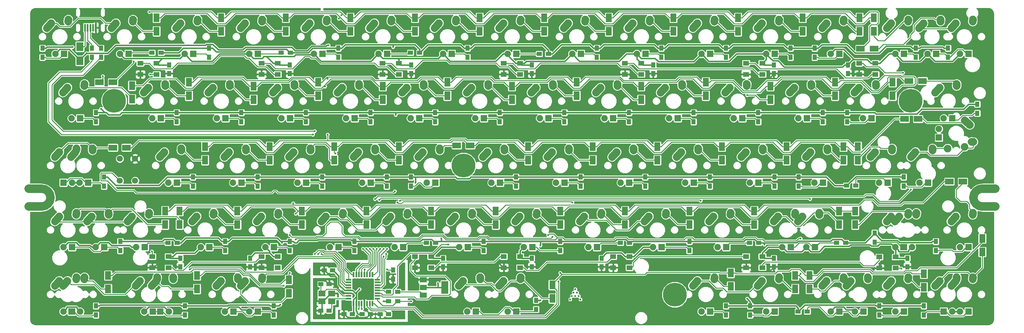
<source format=gbl>
%TF.GenerationSoftware,KiCad,Pcbnew,4.0.6*%
%TF.CreationDate,2017-10-28T17:11:38-07:00*%
%TF.ProjectId,Voyager,566F79616765722E6B696361645F7063,rev?*%
%TF.FileFunction,Copper,L2,Bot,Signal*%
%FSLAX46Y46*%
G04 Gerber Fmt 4.6, Leading zero omitted, Abs format (unit mm)*
G04 Created by KiCad (PCBNEW 4.0.6) date 10/28/17 17:11:38*
%MOMM*%
%LPD*%
G01*
G04 APERTURE LIST*
%ADD10C,0.100000*%
%ADD11C,2.501900*%
%ADD12C,2.250000*%
%ADD13C,2.250000*%
%ADD14C,1.905000*%
%ADD15R,1.905000X1.905000*%
%ADD16R,1.300000X1.500000*%
%ADD17C,7.001300*%
%ADD18C,7.000240*%
%ADD19R,1.500000X1.250000*%
%ADD20R,1.250000X1.500000*%
%ADD21R,2.030000X2.650000*%
%ADD22R,2.000000X3.800000*%
%ADD23R,2.000000X1.500000*%
%ADD24R,1.500000X1.300000*%
%ADD25R,1.800000X1.400000*%
%ADD26C,1.800000*%
%ADD27R,1.600000X0.550000*%
%ADD28R,0.550000X1.600000*%
%ADD29R,0.500000X2.250000*%
%ADD30R,1.800000X2.500000*%
%ADD31R,2.500000X1.800000*%
%ADD32R,2.100000X1.800000*%
%ADD33R,0.508000X0.508000*%
%ADD34C,0.600000*%
%ADD35C,0.250000*%
%ADD36C,0.381000*%
%ADD37C,0.254000*%
G04 APERTURE END LIST*
D10*
D11*
X329212500Y-107400950D02*
X333062500Y-107400950D01*
X329212500Y-102099050D02*
X333012500Y-102099050D01*
X329212500Y-107400950D02*
G75*
G02X326561550Y-104750000I0J2650950D01*
G01*
X326561550Y-104750000D02*
G75*
G02X329212500Y-102099050I2650950J0D01*
G01*
X54463450Y-104750000D02*
G75*
G03X51812500Y-102099050I-2650950J0D01*
G01*
X51812500Y-107400950D02*
G75*
G03X54463450Y-104750000I0J2650950D01*
G01*
X48012500Y-107400950D02*
X51812500Y-107400950D01*
X48012500Y-102099050D02*
X51812500Y-102099050D01*
D12*
X169187500Y-90750000D02*
X169227500Y-90170000D01*
D13*
X169227500Y-90170000D03*
D12*
X162877500Y-92710000D02*
X164187500Y-91250000D01*
D13*
X164187500Y-91250000D03*
D14*
X165417500Y-100330000D03*
D15*
X167957500Y-100330000D03*
D12*
X97750000Y-52650000D02*
X97790000Y-52070000D01*
D13*
X97790000Y-52070000D03*
D12*
X91440000Y-54610000D02*
X92750000Y-53150000D01*
D13*
X92750000Y-53150000D03*
D14*
X93980000Y-62230000D03*
D15*
X96520000Y-62230000D03*
D16*
X155448000Y-128858000D03*
X155448000Y-126158000D03*
D17*
X73212500Y-76150000D03*
D18*
X176212500Y-95250000D03*
X238512500Y-133450000D03*
X308062500Y-76150000D03*
D19*
X136614000Y-138160000D03*
X134114000Y-138160000D03*
X134114000Y-130286000D03*
X136614000Y-130286000D03*
X154140000Y-139176000D03*
X151640000Y-139176000D03*
X137650000Y-126222000D03*
X135150000Y-126222000D03*
X143472000Y-139176000D03*
X140972000Y-139176000D03*
X146306000Y-139176000D03*
X148806000Y-139176000D03*
D20*
X170180000Y-122702000D03*
X170180000Y-125202000D03*
X196342000Y-122702000D03*
X196342000Y-125202000D03*
X216916000Y-122702000D03*
X216916000Y-125202000D03*
X267716000Y-122702000D03*
X267716000Y-125202000D03*
X307086000Y-122702000D03*
X307086000Y-125202000D03*
X289560000Y-65552000D03*
X289560000Y-68052000D03*
X267716000Y-65552000D03*
X267716000Y-68052000D03*
X232156000Y-65552000D03*
X232156000Y-68052000D03*
X196342000Y-65552000D03*
X196342000Y-68052000D03*
X160782000Y-65552000D03*
X160782000Y-68052000D03*
X124968000Y-65552000D03*
X124968000Y-68052000D03*
X89408000Y-65552000D03*
X89408000Y-68052000D03*
X92710000Y-122702000D03*
X92710000Y-125202000D03*
X113284000Y-122702000D03*
X113284000Y-125202000D03*
D21*
X63103125Y-64293750D03*
X63103125Y-60113750D03*
D12*
X250150000Y-52650000D02*
X250190000Y-52070000D01*
D13*
X250190000Y-52070000D03*
D12*
X243840000Y-54610000D02*
X245150000Y-53150000D01*
D13*
X245150000Y-53150000D03*
D14*
X246380000Y-62230000D03*
D15*
X248920000Y-62230000D03*
D12*
X78700000Y-52650000D02*
X78740000Y-52070000D01*
D13*
X78740000Y-52070000D03*
D12*
X72390000Y-54610000D02*
X73700000Y-53150000D01*
D13*
X73700000Y-53150000D03*
D14*
X74930000Y-62230000D03*
D15*
X77470000Y-62230000D03*
D12*
X116800000Y-52650000D02*
X116840000Y-52070000D01*
D13*
X116840000Y-52070000D03*
D12*
X110490000Y-54610000D02*
X111800000Y-53150000D01*
D13*
X111800000Y-53150000D03*
D14*
X113030000Y-62230000D03*
D15*
X115570000Y-62230000D03*
D12*
X135850000Y-52650000D02*
X135890000Y-52070000D01*
D13*
X135890000Y-52070000D03*
D12*
X129540000Y-54610000D02*
X130850000Y-53150000D01*
D13*
X130850000Y-53150000D03*
D14*
X132080000Y-62230000D03*
D15*
X134620000Y-62230000D03*
D12*
X154900000Y-52650000D02*
X154940000Y-52070000D01*
D13*
X154940000Y-52070000D03*
D12*
X148590000Y-54610000D02*
X149900000Y-53150000D01*
D13*
X149900000Y-53150000D03*
D14*
X151130000Y-62230000D03*
D15*
X153670000Y-62230000D03*
D12*
X173950000Y-52650000D02*
X173990000Y-52070000D01*
D13*
X173990000Y-52070000D03*
D12*
X167640000Y-54610000D02*
X168950000Y-53150000D01*
D13*
X168950000Y-53150000D03*
D14*
X170180000Y-62230000D03*
D15*
X172720000Y-62230000D03*
D12*
X193000000Y-52650000D02*
X193040000Y-52070000D01*
D13*
X193040000Y-52070000D03*
D12*
X186690000Y-54610000D02*
X188000000Y-53150000D01*
D13*
X188000000Y-53150000D03*
D14*
X189230000Y-62230000D03*
D15*
X191770000Y-62230000D03*
D12*
X212050000Y-52650000D02*
X212090000Y-52070000D01*
D13*
X212090000Y-52070000D03*
D12*
X205740000Y-54610000D02*
X207050000Y-53150000D01*
D13*
X207050000Y-53150000D03*
D14*
X208280000Y-62230000D03*
D15*
X210820000Y-62230000D03*
D12*
X231100000Y-52650000D02*
X231140000Y-52070000D01*
D13*
X231140000Y-52070000D03*
D12*
X224790000Y-54610000D02*
X226100000Y-53150000D01*
D13*
X226100000Y-53150000D03*
D14*
X227330000Y-62230000D03*
D15*
X229870000Y-62230000D03*
D12*
X283487500Y-90750000D02*
X283527500Y-90170000D01*
D13*
X283527500Y-90170000D03*
D12*
X277177500Y-92710000D02*
X278487500Y-91250000D01*
D13*
X278487500Y-91250000D03*
D14*
X279717500Y-100330000D03*
D15*
X282257500Y-100330000D03*
D12*
X235862500Y-109800000D02*
X235902500Y-109220000D01*
D13*
X235902500Y-109220000D03*
D12*
X229552500Y-111760000D02*
X230862500Y-110300000D01*
D13*
X230862500Y-110300000D03*
D14*
X232092500Y-119380000D03*
D15*
X234632500Y-119380000D03*
D12*
X269200000Y-52650000D02*
X269240000Y-52070000D01*
D13*
X269240000Y-52070000D03*
D12*
X262890000Y-54610000D02*
X264200000Y-53150000D01*
D13*
X264200000Y-53150000D03*
D14*
X265430000Y-62230000D03*
D15*
X267970000Y-62230000D03*
D12*
X254912500Y-109800000D02*
X254952500Y-109220000D01*
D13*
X254952500Y-109220000D03*
D12*
X248602500Y-111760000D02*
X249912500Y-110300000D01*
D13*
X249912500Y-110300000D03*
D14*
X251142500Y-119380000D03*
D15*
X253682500Y-119380000D03*
D12*
X281106250Y-109800000D02*
X281146250Y-109220000D01*
D13*
X281146250Y-109220000D03*
D12*
X274796250Y-111760000D02*
X276106250Y-110300000D01*
D13*
X276106250Y-110300000D03*
D14*
X277336250Y-119380000D03*
D15*
X279876250Y-119380000D03*
D12*
X273962500Y-109800000D02*
X274002500Y-109220000D01*
D13*
X274002500Y-109220000D03*
D12*
X267652500Y-111760000D02*
X268962500Y-110300000D01*
D13*
X268962500Y-110300000D03*
D14*
X270192500Y-119380000D03*
D15*
X272732500Y-119380000D03*
D12*
X264437500Y-90750000D02*
X264477500Y-90170000D01*
D13*
X264477500Y-90170000D03*
D12*
X258127500Y-92710000D02*
X259437500Y-91250000D01*
D13*
X259437500Y-91250000D03*
D14*
X260667500Y-100330000D03*
D15*
X263207500Y-100330000D03*
D12*
X288250000Y-52650000D02*
X288290000Y-52070000D01*
D13*
X288290000Y-52070000D03*
D12*
X281940000Y-54610000D02*
X283250000Y-53150000D01*
D13*
X283250000Y-53150000D03*
D14*
X284480000Y-62230000D03*
D15*
X287020000Y-62230000D03*
D12*
X92987500Y-90750000D02*
X93027500Y-90170000D01*
D13*
X93027500Y-90170000D03*
D12*
X86677500Y-92710000D02*
X87987500Y-91250000D01*
D13*
X87987500Y-91250000D03*
D14*
X89217500Y-100330000D03*
D15*
X91757500Y-100330000D03*
D12*
X109656250Y-128850000D02*
X109696250Y-128270000D01*
D13*
X109696250Y-128270000D03*
D12*
X103346250Y-130810000D02*
X104656250Y-129350000D01*
D13*
X104656250Y-129350000D03*
D14*
X105886250Y-138430000D03*
D15*
X108426250Y-138430000D03*
D12*
X178712500Y-109800000D02*
X178752500Y-109220000D01*
D13*
X178752500Y-109220000D03*
D12*
X172402500Y-111760000D02*
X173712500Y-110300000D01*
D13*
X173712500Y-110300000D03*
D14*
X174942500Y-119380000D03*
D15*
X177482500Y-119380000D03*
D12*
X326350000Y-52650000D02*
X326390000Y-52070000D01*
D13*
X326390000Y-52070000D03*
D12*
X320040000Y-54610000D02*
X321350000Y-53150000D01*
D13*
X321350000Y-53150000D03*
D14*
X322580000Y-62230000D03*
D15*
X325120000Y-62230000D03*
D12*
X316825000Y-52650000D02*
X316865000Y-52070000D01*
D13*
X316865000Y-52070000D03*
D12*
X310515000Y-54610000D02*
X311825000Y-53150000D01*
D13*
X311825000Y-53150000D03*
D14*
X313055000Y-62230000D03*
D15*
X315595000Y-62230000D03*
D12*
X140612500Y-109800000D02*
X140652500Y-109220000D01*
D13*
X140652500Y-109220000D03*
D12*
X134302500Y-111760000D02*
X135612500Y-110300000D01*
D13*
X135612500Y-110300000D03*
D14*
X136842500Y-119380000D03*
D15*
X139382500Y-119380000D03*
D12*
X66793750Y-90750000D02*
X66833750Y-90170000D01*
D13*
X66833750Y-90170000D03*
D12*
X60483750Y-92710000D02*
X61793750Y-91250000D01*
D13*
X61793750Y-91250000D03*
D14*
X63023750Y-100330000D03*
D15*
X65563750Y-100330000D03*
D12*
X62031250Y-128850000D02*
X62071250Y-128270000D01*
D13*
X62071250Y-128270000D03*
D12*
X55721250Y-130810000D02*
X57031250Y-129350000D01*
D13*
X57031250Y-129350000D03*
D14*
X58261250Y-138430000D03*
D15*
X60801250Y-138430000D03*
D12*
X131087500Y-90750000D02*
X131127500Y-90170000D01*
D13*
X131127500Y-90170000D03*
D12*
X124777500Y-92710000D02*
X126087500Y-91250000D01*
D13*
X126087500Y-91250000D03*
D14*
X127317500Y-100330000D03*
D15*
X129857500Y-100330000D03*
D12*
X307300000Y-52650000D02*
X307340000Y-52070000D01*
D13*
X307340000Y-52070000D03*
D12*
X300990000Y-54610000D02*
X302300000Y-53150000D01*
D13*
X302300000Y-53150000D03*
D14*
X303530000Y-62230000D03*
D15*
X306070000Y-62230000D03*
D12*
X307300000Y-128850000D02*
X307340000Y-128270000D01*
D13*
X307340000Y-128270000D03*
D12*
X300990000Y-130810000D02*
X302300000Y-129350000D01*
D13*
X302300000Y-129350000D03*
D14*
X303530000Y-138430000D03*
D15*
X306070000Y-138430000D03*
D12*
X126325000Y-71700000D02*
X126365000Y-71120000D01*
D13*
X126365000Y-71120000D03*
D12*
X120015000Y-73660000D02*
X121325000Y-72200000D01*
D13*
X121325000Y-72200000D03*
D14*
X122555000Y-81280000D03*
D15*
X125095000Y-81280000D03*
D12*
X314443750Y-90750000D02*
X314483750Y-90170000D01*
D13*
X314483750Y-90170000D03*
D12*
X308133750Y-92710000D02*
X309443750Y-91250000D01*
D13*
X309443750Y-91250000D03*
D14*
X310673750Y-100330000D03*
D15*
X313213750Y-100330000D03*
D12*
X59650000Y-52650000D02*
X59690000Y-52070000D01*
D13*
X59690000Y-52070000D03*
D12*
X53340000Y-54610000D02*
X54650000Y-53150000D01*
D13*
X54650000Y-53150000D03*
D14*
X55880000Y-62230000D03*
D15*
X58420000Y-62230000D03*
D12*
X150137500Y-90750000D02*
X150177500Y-90170000D01*
D13*
X150177500Y-90170000D03*
D12*
X143827500Y-92710000D02*
X145137500Y-91250000D01*
D13*
X145137500Y-91250000D03*
D14*
X146367500Y-100330000D03*
D15*
X148907500Y-100330000D03*
D12*
X250150000Y-128850000D02*
X250190000Y-128270000D01*
D13*
X250190000Y-128270000D03*
D12*
X243840000Y-130810000D02*
X245150000Y-129350000D01*
D13*
X245150000Y-129350000D03*
D14*
X246380000Y-138430000D03*
D15*
X248920000Y-138430000D03*
D12*
X188237500Y-90750000D02*
X188277500Y-90170000D01*
D13*
X188277500Y-90170000D03*
D12*
X181927500Y-92710000D02*
X183237500Y-91250000D01*
D13*
X183237500Y-91250000D03*
D14*
X184467500Y-100330000D03*
D15*
X187007500Y-100330000D03*
D12*
X221575000Y-71700000D02*
X221615000Y-71120000D01*
D13*
X221615000Y-71120000D03*
D12*
X215265000Y-73660000D02*
X216575000Y-72200000D01*
D13*
X216575000Y-72200000D03*
D14*
X217805000Y-81280000D03*
D15*
X220345000Y-81280000D03*
D12*
X83462500Y-109800000D02*
X83502500Y-109220000D01*
D13*
X83502500Y-109220000D03*
D12*
X77152500Y-111760000D02*
X78462500Y-110300000D01*
D13*
X78462500Y-110300000D03*
D14*
X79692500Y-119380000D03*
D15*
X82232500Y-119380000D03*
D12*
X302537500Y-90750000D02*
X302577500Y-90170000D01*
D13*
X302577500Y-90170000D03*
D12*
X296227500Y-92710000D02*
X297537500Y-91250000D01*
D13*
X297537500Y-91250000D03*
D14*
X298767500Y-100330000D03*
D15*
X301307500Y-100330000D03*
D12*
X207287500Y-90750000D02*
X207327500Y-90170000D01*
D13*
X207327500Y-90170000D03*
D12*
X200977500Y-92710000D02*
X202287500Y-91250000D01*
D13*
X202287500Y-91250000D03*
D14*
X203517500Y-100330000D03*
D15*
X206057500Y-100330000D03*
D12*
X226337500Y-90750000D02*
X226377500Y-90170000D01*
D13*
X226377500Y-90170000D03*
D12*
X220027500Y-92710000D02*
X221337500Y-91250000D01*
D13*
X221337500Y-91250000D03*
D14*
X222567500Y-100330000D03*
D15*
X225107500Y-100330000D03*
D12*
X245387500Y-90750000D02*
X245427500Y-90170000D01*
D13*
X245427500Y-90170000D03*
D12*
X239077500Y-92710000D02*
X240387500Y-91250000D01*
D13*
X240387500Y-91250000D03*
D14*
X241617500Y-100330000D03*
D15*
X244157500Y-100330000D03*
D12*
X288250000Y-128850000D02*
X288290000Y-128270000D01*
D13*
X288290000Y-128270000D03*
D12*
X281940000Y-130810000D02*
X283250000Y-129350000D01*
D13*
X283250000Y-129350000D03*
D14*
X284480000Y-138430000D03*
D15*
X287020000Y-138430000D03*
D12*
X216812500Y-109800000D02*
X216852500Y-109220000D01*
D13*
X216852500Y-109220000D03*
D12*
X210502500Y-111760000D02*
X211812500Y-110300000D01*
D13*
X211812500Y-110300000D03*
D14*
X213042500Y-119380000D03*
D15*
X215582500Y-119380000D03*
D12*
X197762500Y-109800000D02*
X197802500Y-109220000D01*
D13*
X197802500Y-109220000D03*
D12*
X191452500Y-111760000D02*
X192762500Y-110300000D01*
D13*
X192762500Y-110300000D03*
D14*
X193992500Y-119380000D03*
D15*
X196532500Y-119380000D03*
D12*
X240625000Y-71700000D02*
X240665000Y-71120000D01*
D13*
X240665000Y-71120000D03*
D12*
X234315000Y-73660000D02*
X235625000Y-72200000D01*
D13*
X235625000Y-72200000D03*
D14*
X236855000Y-81280000D03*
D15*
X239395000Y-81280000D03*
D12*
X259675000Y-71700000D02*
X259715000Y-71120000D01*
D13*
X259715000Y-71120000D03*
D12*
X253365000Y-73660000D02*
X254675000Y-72200000D01*
D13*
X254675000Y-72200000D03*
D14*
X255905000Y-81280000D03*
D15*
X258445000Y-81280000D03*
D12*
X88225000Y-71700000D02*
X88265000Y-71120000D01*
D13*
X88265000Y-71120000D03*
D12*
X81915000Y-73660000D02*
X83225000Y-72200000D01*
D13*
X83225000Y-72200000D03*
D14*
X84455000Y-81280000D03*
D15*
X86995000Y-81280000D03*
D12*
X145375000Y-71700000D02*
X145415000Y-71120000D01*
D13*
X145415000Y-71120000D03*
D12*
X139065000Y-73660000D02*
X140375000Y-72200000D01*
D13*
X140375000Y-72200000D03*
D14*
X141605000Y-81280000D03*
D15*
X144145000Y-81280000D03*
D12*
X326350000Y-128850000D02*
X326390000Y-128270000D01*
D13*
X326390000Y-128270000D03*
D12*
X320040000Y-130810000D02*
X321350000Y-129350000D01*
D13*
X321350000Y-129350000D03*
D14*
X322580000Y-138430000D03*
D15*
X325120000Y-138430000D03*
D12*
X326350000Y-109800000D02*
X326390000Y-109220000D01*
D13*
X326390000Y-109220000D03*
D12*
X320040000Y-111760000D02*
X321350000Y-110300000D01*
D13*
X321350000Y-110300000D03*
D14*
X322580000Y-119380000D03*
D15*
X325120000Y-119380000D03*
D12*
X112037500Y-90750000D02*
X112077500Y-90170000D01*
D13*
X112077500Y-90170000D03*
D12*
X105727500Y-92710000D02*
X107037500Y-91250000D01*
D13*
X107037500Y-91250000D03*
D14*
X108267500Y-100330000D03*
D15*
X110807500Y-100330000D03*
D12*
X71556250Y-109800000D02*
X71596250Y-109220000D01*
D13*
X71596250Y-109220000D03*
D12*
X65246250Y-111760000D02*
X66556250Y-110300000D01*
D13*
X66556250Y-110300000D03*
D14*
X67786250Y-119380000D03*
D15*
X70326250Y-119380000D03*
D12*
X181093750Y-128850000D02*
X181133750Y-128270000D01*
D13*
X181133750Y-128270000D03*
D12*
X174783750Y-130810000D02*
X176093750Y-129350000D01*
D13*
X176093750Y-129350000D03*
D14*
X177323750Y-138430000D03*
D15*
X179863750Y-138430000D03*
D12*
X193000000Y-128850000D02*
X193040000Y-128270000D01*
D13*
X193040000Y-128270000D03*
D12*
X186690000Y-130810000D02*
X188000000Y-129350000D01*
D13*
X188000000Y-129350000D03*
D14*
X189230000Y-138430000D03*
D15*
X191770000Y-138430000D03*
D12*
X164425000Y-71700000D02*
X164465000Y-71120000D01*
D13*
X164465000Y-71120000D03*
D12*
X158115000Y-73660000D02*
X159425000Y-72200000D01*
D13*
X159425000Y-72200000D03*
D14*
X160655000Y-81280000D03*
D15*
X163195000Y-81280000D03*
D12*
X64412500Y-71700000D02*
X64452500Y-71120000D01*
D13*
X64452500Y-71120000D03*
D12*
X58102500Y-73660000D02*
X59412500Y-72200000D01*
D13*
X59412500Y-72200000D03*
D14*
X60642500Y-81280000D03*
D15*
X63182500Y-81280000D03*
D12*
X202525000Y-71700000D02*
X202565000Y-71120000D01*
D13*
X202565000Y-71120000D03*
D12*
X196215000Y-73660000D02*
X197525000Y-72200000D01*
D13*
X197525000Y-72200000D03*
D14*
X198755000Y-81280000D03*
D15*
X201295000Y-81280000D03*
D12*
X307300000Y-109800000D02*
X307340000Y-109220000D01*
D13*
X307340000Y-109220000D03*
D12*
X300990000Y-111760000D02*
X302300000Y-110300000D01*
D13*
X302300000Y-110300000D03*
D14*
X303530000Y-119380000D03*
D15*
X306070000Y-119380000D03*
D12*
X159662500Y-109800000D02*
X159702500Y-109220000D01*
D13*
X159702500Y-109220000D03*
D12*
X153352500Y-111760000D02*
X154662500Y-110300000D01*
D13*
X154662500Y-110300000D03*
D14*
X155892500Y-119380000D03*
D15*
X158432500Y-119380000D03*
D12*
X107275000Y-71700000D02*
X107315000Y-71120000D01*
D13*
X107315000Y-71120000D03*
D12*
X100965000Y-73660000D02*
X102275000Y-72200000D01*
D13*
X102275000Y-72200000D03*
D14*
X103505000Y-81280000D03*
D15*
X106045000Y-81280000D03*
D12*
X85843750Y-128850000D02*
X85883750Y-128270000D01*
D13*
X85883750Y-128270000D03*
D12*
X79533750Y-130810000D02*
X80843750Y-129350000D01*
D13*
X80843750Y-129350000D03*
D14*
X82073750Y-138430000D03*
D15*
X84613750Y-138430000D03*
D12*
X121562500Y-109800000D02*
X121602500Y-109220000D01*
D13*
X121602500Y-109220000D03*
D12*
X115252500Y-111760000D02*
X116562500Y-110300000D01*
D13*
X116562500Y-110300000D03*
D14*
X117792500Y-119380000D03*
D15*
X120332500Y-119380000D03*
D12*
X183475000Y-71700000D02*
X183515000Y-71120000D01*
D13*
X183515000Y-71120000D03*
D12*
X177165000Y-73660000D02*
X178475000Y-72200000D01*
D13*
X178475000Y-72200000D03*
D14*
X179705000Y-81280000D03*
D15*
X182245000Y-81280000D03*
D12*
X102512500Y-109800000D02*
X102552500Y-109220000D01*
D13*
X102552500Y-109220000D03*
D12*
X96202500Y-111760000D02*
X97512500Y-110300000D01*
D13*
X97512500Y-110300000D03*
D14*
X98742500Y-119380000D03*
D15*
X101282500Y-119380000D03*
D12*
X278725000Y-71700000D02*
X278765000Y-71120000D01*
D13*
X278765000Y-71120000D03*
D12*
X272415000Y-73660000D02*
X273725000Y-72200000D01*
D13*
X273725000Y-72200000D03*
D14*
X274955000Y-81280000D03*
D15*
X277495000Y-81280000D03*
D12*
X321587500Y-71700000D02*
X321627500Y-71120000D01*
D13*
X321627500Y-71120000D03*
D12*
X315277500Y-73660000D02*
X316587500Y-72200000D01*
D13*
X316587500Y-72200000D03*
D14*
X317817500Y-81280000D03*
D15*
X320357500Y-81280000D03*
D12*
X297775000Y-71700000D02*
X297815000Y-71120000D01*
D13*
X297815000Y-71120000D03*
D12*
X291465000Y-73660000D02*
X292775000Y-72200000D01*
D13*
X292775000Y-72200000D03*
D14*
X294005000Y-81280000D03*
D15*
X296545000Y-81280000D03*
D12*
X269200000Y-128850000D02*
X269240000Y-128270000D01*
D13*
X269240000Y-128270000D03*
D12*
X262890000Y-130810000D02*
X264200000Y-129350000D01*
D13*
X264200000Y-129350000D03*
D14*
X265430000Y-138430000D03*
D15*
X267970000Y-138430000D03*
D22*
X170688000Y-131318000D03*
D23*
X164388000Y-131318000D03*
X164388000Y-129018000D03*
X164388000Y-133618000D03*
D24*
X154098000Y-135382000D03*
X156798000Y-135382000D03*
D16*
X69342000Y-63262500D03*
X69342000Y-60562500D03*
X66675000Y-63262500D03*
X66675000Y-60562500D03*
D24*
X156798000Y-132588000D03*
X154098000Y-132588000D03*
D25*
X166706250Y-122175000D03*
X166706250Y-125475000D03*
X161906250Y-125475000D03*
X161906250Y-122175000D03*
X192900000Y-122175000D03*
X192900000Y-125475000D03*
X188100000Y-125475000D03*
X188100000Y-122175000D03*
X225158000Y-122175000D03*
X225158000Y-125475000D03*
X220358000Y-125475000D03*
X220358000Y-122175000D03*
X264337500Y-122175000D03*
X264337500Y-125475000D03*
X259537500Y-125475000D03*
X259537500Y-122175000D03*
X303644000Y-122302000D03*
X303644000Y-125602000D03*
X298844000Y-125602000D03*
X298844000Y-122302000D03*
X297675000Y-65025000D03*
X297675000Y-68325000D03*
X292875000Y-68325000D03*
X292875000Y-65025000D03*
X264337500Y-65025000D03*
X264337500Y-68325000D03*
X259537500Y-68325000D03*
X259537500Y-65025000D03*
X228618750Y-65025000D03*
X228618750Y-68325000D03*
X223818750Y-68325000D03*
X223818750Y-65025000D03*
X192900000Y-65025000D03*
X192900000Y-68325000D03*
X188100000Y-68325000D03*
X188100000Y-65025000D03*
X157181250Y-65025000D03*
X157181250Y-68325000D03*
X152381250Y-68325000D03*
X152381250Y-65025000D03*
X121462500Y-65025000D03*
X121462500Y-68325000D03*
X116662500Y-68325000D03*
X116662500Y-65025000D03*
X85743750Y-65025000D03*
X85743750Y-68325000D03*
X80943750Y-68325000D03*
X80943750Y-65025000D03*
X89268000Y-122175000D03*
X89268000Y-125475000D03*
X84468000Y-125475000D03*
X84468000Y-122175000D03*
X121462500Y-122175000D03*
X121462500Y-125475000D03*
X116662500Y-125475000D03*
X116662500Y-122175000D03*
D26*
X79400000Y-93270000D03*
X74900000Y-99770000D03*
X74900000Y-93270000D03*
X79400000Y-99770000D03*
D27*
X142353500Y-134610000D03*
X142353500Y-133810000D03*
X142353500Y-133010000D03*
X142353500Y-132210000D03*
X142353500Y-131410000D03*
X142353500Y-130610000D03*
X142353500Y-129810000D03*
X142353500Y-129010000D03*
D28*
X143803500Y-127560000D03*
X144603500Y-127560000D03*
X145403500Y-127560000D03*
X146203500Y-127560000D03*
X147003500Y-127560000D03*
X147803500Y-127560000D03*
X148603500Y-127560000D03*
X149403500Y-127560000D03*
D27*
X150853500Y-129010000D03*
X150853500Y-129810000D03*
X150853500Y-130610000D03*
X150853500Y-131410000D03*
X150853500Y-132210000D03*
X150853500Y-133010000D03*
X150853500Y-133810000D03*
X150853500Y-134610000D03*
D28*
X149403500Y-136060000D03*
X148603500Y-136060000D03*
X147803500Y-136060000D03*
X147003500Y-136060000D03*
X146203500Y-136060000D03*
X145403500Y-136060000D03*
X144603500Y-136060000D03*
X143803500Y-136060000D03*
D29*
X67800000Y-54506250D03*
X67000000Y-54506250D03*
X66200000Y-54506250D03*
X65400000Y-54506250D03*
X64600000Y-54506250D03*
D12*
X62031250Y-109800000D02*
X62071250Y-109220000D01*
D13*
X62071250Y-109220000D03*
D12*
X55721250Y-111760000D02*
X57031250Y-110300000D01*
D13*
X57031250Y-110300000D03*
D14*
X58261250Y-119380000D03*
D15*
X60801250Y-119380000D03*
D12*
X116800000Y-128850000D02*
X116840000Y-128270000D01*
D13*
X116840000Y-128270000D03*
D12*
X110490000Y-130810000D02*
X111800000Y-129350000D01*
D13*
X111800000Y-129350000D03*
D14*
X113030000Y-138430000D03*
D15*
X115570000Y-138430000D03*
D12*
X295393750Y-128850000D02*
X295433750Y-128270000D01*
D13*
X295433750Y-128270000D03*
D12*
X289083750Y-130810000D02*
X290393750Y-129350000D01*
D13*
X290393750Y-129350000D03*
D14*
X291623750Y-138430000D03*
D15*
X294163750Y-138430000D03*
D12*
X325968750Y-88225000D02*
X326548750Y-88264998D01*
D13*
X326548750Y-88265000D03*
D12*
X324008750Y-81915000D02*
X325468758Y-83224990D01*
D13*
X325468750Y-83225000D03*
D15*
X316388750Y-86995000D03*
D14*
X316388750Y-84455000D03*
D13*
X323968750Y-89725000D03*
X318968750Y-90225000D03*
D30*
X257175000Y-51578125D03*
X257175000Y-55578125D03*
X85725000Y-51578125D03*
X85725000Y-55578125D03*
X104775000Y-51578125D03*
X104775000Y-55578125D03*
X123825000Y-51578125D03*
X123825000Y-55578125D03*
X142875000Y-51578125D03*
X142875000Y-55578125D03*
X161925000Y-51578125D03*
X161925000Y-55578125D03*
X180975000Y-51578125D03*
X180975000Y-55578125D03*
X200025000Y-51578125D03*
X200025000Y-55578125D03*
X219075000Y-51578125D03*
X219075000Y-55578125D03*
X238125000Y-51578125D03*
X238125000Y-55578125D03*
X288250000Y-89678125D03*
X288250000Y-93678125D03*
X242887500Y-108728125D03*
X242887500Y-112728125D03*
X276225000Y-51578125D03*
X276225000Y-55578125D03*
X261937500Y-108728125D03*
X261937500Y-112728125D03*
X286940625Y-108728125D03*
X286940625Y-112728125D03*
X271462500Y-89678125D03*
X271462500Y-93678125D03*
X293000000Y-51578125D03*
X293000000Y-55578125D03*
X100012500Y-89678125D03*
X100012500Y-93678125D03*
X124714000Y-129064000D03*
X124714000Y-133064000D03*
X185737500Y-108728125D03*
X185737500Y-112728125D03*
D31*
X293275000Y-60706000D03*
X297275000Y-60706000D03*
D30*
X147637500Y-108728125D03*
X147637500Y-112728125D03*
D31*
X76866500Y-89979500D03*
X72866500Y-89979500D03*
D30*
X71437500Y-127778125D03*
X71437500Y-131778125D03*
X138112500Y-89678125D03*
X138112500Y-93678125D03*
X297250000Y-51578125D03*
X297250000Y-55578125D03*
X311943750Y-127250000D03*
X311943750Y-131250000D03*
X133350000Y-70628125D03*
X133350000Y-74628125D03*
D31*
X306250000Y-81500000D03*
X310250000Y-81500000D03*
X72866000Y-70612000D03*
X68866000Y-70612000D03*
D30*
X157162500Y-89678125D03*
X157162500Y-93678125D03*
X255016000Y-127032000D03*
X255016000Y-131032000D03*
D31*
X178212500Y-89296875D03*
X174212500Y-89296875D03*
D30*
X195262500Y-89678125D03*
X195262500Y-93678125D03*
X228600000Y-71818750D03*
X228600000Y-75818750D03*
X92500000Y-108728125D03*
X92500000Y-112728125D03*
X292500000Y-89678125D03*
X292500000Y-93678125D03*
X214312500Y-89678125D03*
X214312500Y-93678125D03*
X233362500Y-89678125D03*
X233362500Y-93678125D03*
X252412500Y-89678125D03*
X252412500Y-93678125D03*
X278250000Y-127750000D03*
X278250000Y-131750000D03*
X223837500Y-108728125D03*
X223837500Y-112728125D03*
X204787500Y-108728125D03*
X204787500Y-112728125D03*
X247650000Y-70628125D03*
X247650000Y-74628125D03*
X266700000Y-71818750D03*
X266700000Y-75818750D03*
X95250000Y-70628125D03*
X95250000Y-74628125D03*
X152400000Y-71818750D03*
X152400000Y-75818750D03*
X329184000Y-116840000D03*
X329184000Y-120840000D03*
D31*
X319468750Y-100012500D03*
X323468750Y-100012500D03*
D30*
X119062500Y-89678125D03*
X119062500Y-93678125D03*
X88250000Y-108728125D03*
X88250000Y-112728125D03*
X202438000Y-130588000D03*
X202438000Y-134588000D03*
X171450000Y-70628125D03*
X171450000Y-74628125D03*
X78486000Y-71660000D03*
X78486000Y-75660000D03*
X209550000Y-70628125D03*
X209550000Y-74628125D03*
X291703125Y-108728125D03*
X291703125Y-112728125D03*
X166687500Y-108728125D03*
X166687500Y-112728125D03*
X114300000Y-71818750D03*
X114300000Y-75818750D03*
X97631250Y-127778125D03*
X97631250Y-131778125D03*
X128587500Y-108728125D03*
X128587500Y-112728125D03*
X190500000Y-71818750D03*
X190500000Y-75818750D03*
X109537500Y-108728125D03*
X109537500Y-112728125D03*
X285750000Y-70628125D03*
X285750000Y-74628125D03*
D31*
X307562500Y-70246875D03*
X311562500Y-70246875D03*
D30*
X302750000Y-70628125D03*
X302750000Y-74628125D03*
X274000000Y-127750000D03*
X274000000Y-131750000D03*
D32*
X137396000Y-135380000D03*
X134496000Y-135380000D03*
X134496000Y-133080000D03*
X137396000Y-133080000D03*
D16*
X253603125Y-60562500D03*
X253603125Y-63262500D03*
D24*
X87075000Y-61912500D03*
X84375000Y-61912500D03*
D16*
X101203125Y-60562500D03*
X101203125Y-63262500D03*
D24*
X125175000Y-61912500D03*
X122475000Y-61912500D03*
D16*
X139303125Y-60562500D03*
X139303125Y-63262500D03*
D24*
X163275000Y-61912500D03*
X160575000Y-61912500D03*
D16*
X177403125Y-60562500D03*
X177403125Y-63262500D03*
D24*
X201248000Y-62230000D03*
X198548000Y-62230000D03*
D16*
X215503125Y-60562500D03*
X215503125Y-63262500D03*
X234553125Y-60562500D03*
X234553125Y-63262500D03*
X275034375Y-98662500D03*
X275034375Y-101362500D03*
X242824000Y-117712500D03*
X242824000Y-120412500D03*
X272653125Y-60562500D03*
X272653125Y-63262500D03*
D24*
X263224000Y-118110000D03*
X260524000Y-118110000D03*
X288878000Y-118110000D03*
X286178000Y-118110000D03*
D16*
X267890625Y-98662500D03*
X267890625Y-101362500D03*
X279796875Y-60562500D03*
X279796875Y-63262500D03*
X96440625Y-98662500D03*
X96440625Y-101362500D03*
X120253125Y-136762500D03*
X120253125Y-139462500D03*
X182165625Y-117712500D03*
X182165625Y-120412500D03*
X319087500Y-60562500D03*
X319087500Y-63262500D03*
X144065625Y-117712500D03*
X144065625Y-120412500D03*
X70246875Y-98662500D03*
X70246875Y-101362500D03*
X67865625Y-136762500D03*
X67865625Y-139462500D03*
X134540625Y-98662500D03*
X134540625Y-101362500D03*
X309562500Y-60562500D03*
X309562500Y-63262500D03*
X298846875Y-136762500D03*
X298846875Y-139462500D03*
X129778125Y-79612500D03*
X129778125Y-82312500D03*
X305990625Y-98662500D03*
X305990625Y-101362500D03*
X52070000Y-60562500D03*
X52070000Y-63262500D03*
X153590625Y-98662500D03*
X153590625Y-101362500D03*
X253603125Y-136762500D03*
X253603125Y-139462500D03*
X160734375Y-98662500D03*
X160734375Y-101362500D03*
X191690625Y-98662500D03*
X191690625Y-101362500D03*
X225028125Y-79612500D03*
X225028125Y-82312500D03*
D24*
X91774000Y-118110000D03*
X89074000Y-118110000D03*
X289162500Y-101203125D03*
X291862500Y-101203125D03*
D16*
X210740625Y-98662500D03*
X210740625Y-101362500D03*
X229790625Y-98662500D03*
X229790625Y-101362500D03*
X248840625Y-98662500D03*
X248840625Y-101362500D03*
D24*
X274875000Y-138430000D03*
X277575000Y-138430000D03*
X225187500Y-118110000D03*
X222487500Y-118110000D03*
D16*
X204724000Y-117712500D03*
X204724000Y-120412500D03*
X244078125Y-79612500D03*
X244078125Y-82312500D03*
X263128125Y-79612500D03*
X263128125Y-82312500D03*
X91678125Y-79612500D03*
X91678125Y-82312500D03*
X148828125Y-79612500D03*
X148828125Y-82312500D03*
X311943750Y-136762500D03*
X311943750Y-139462500D03*
X315515625Y-117712500D03*
X315515625Y-120412500D03*
X115490625Y-98662500D03*
X115490625Y-101362500D03*
X75009375Y-117712500D03*
X75009375Y-120412500D03*
X197612000Y-135128000D03*
X197612000Y-137828000D03*
X167878125Y-79612500D03*
X167878125Y-82312500D03*
X67865625Y-79612500D03*
X67865625Y-82312500D03*
X205978125Y-79612500D03*
X205978125Y-82312500D03*
X297434000Y-115236000D03*
X297434000Y-117936000D03*
D24*
X167974000Y-118110000D03*
X165274000Y-118110000D03*
D16*
X110728125Y-79612500D03*
X110728125Y-82312500D03*
X94059375Y-136762500D03*
X94059375Y-139462500D03*
X125015625Y-117712500D03*
X125015625Y-120412500D03*
X186928125Y-79612500D03*
X186928125Y-82312500D03*
X105965625Y-117712500D03*
X105965625Y-120412500D03*
X282178125Y-79612500D03*
X282178125Y-82312500D03*
X327723500Y-77136000D03*
X327723500Y-79836000D03*
X289321875Y-79612500D03*
X289321875Y-82312500D03*
X260746875Y-136762500D03*
X260746875Y-139462500D03*
D12*
X62031250Y-90750000D02*
X62071250Y-90170000D01*
D13*
X62071250Y-90170000D03*
D12*
X55721250Y-92710000D02*
X57031250Y-91250000D01*
D13*
X57031250Y-91250000D03*
D15*
X58261250Y-100330000D03*
D14*
X60801250Y-100330000D03*
D12*
X64412500Y-128850000D02*
X64452500Y-128270000D01*
D13*
X64452500Y-128270000D03*
D12*
X58102500Y-130810000D02*
X59412500Y-129350000D01*
D13*
X59412500Y-129350000D03*
D15*
X60642500Y-138430000D03*
D14*
X63182500Y-138430000D03*
D12*
X90606250Y-128850000D02*
X90646250Y-128270000D01*
D13*
X90646250Y-128270000D03*
D12*
X84296250Y-130810000D02*
X85606250Y-129350000D01*
D13*
X85606250Y-129350000D03*
D15*
X86836250Y-138430000D03*
D14*
X89376250Y-138430000D03*
D12*
X321587500Y-128850000D02*
X321627500Y-128270000D01*
D13*
X321627500Y-128270000D03*
D12*
X315277500Y-130810000D02*
X316587500Y-129350000D01*
D13*
X316587500Y-129350000D03*
D15*
X317817500Y-138430000D03*
D14*
X320357500Y-138430000D03*
D12*
X309681250Y-109800000D02*
X309721250Y-109220000D01*
D13*
X309721250Y-109220000D03*
D12*
X303371250Y-111760000D02*
X304681250Y-110300000D01*
D13*
X304681250Y-110300000D03*
D15*
X305911250Y-119380000D03*
D14*
X308451250Y-119380000D03*
D33*
X209677000Y-132842000D03*
X210185000Y-133858000D03*
X209169000Y-133858000D03*
X208153000Y-133858000D03*
X208661000Y-132842000D03*
X209169000Y-131826000D03*
X210693000Y-134874000D03*
X207645000Y-134874000D03*
D34*
X160274000Y-138684000D03*
X160274000Y-141986000D03*
X156972000Y-141986000D03*
X153670000Y-141986000D03*
X150368000Y-141986000D03*
X147066000Y-141986000D03*
X143764000Y-141986000D03*
X140462000Y-141986000D03*
X137160000Y-141986000D03*
X133858000Y-141986000D03*
X130556000Y-128778000D03*
X130556000Y-132080000D03*
X130556000Y-135382000D03*
X130556000Y-138684000D03*
X130556000Y-141986000D03*
X144018000Y-124460000D03*
X70866000Y-61214000D03*
X143764000Y-133604000D03*
X154178000Y-68072000D03*
X133096000Y-49022000D03*
X291338000Y-68326000D03*
X136398000Y-104902000D03*
X294132000Y-103632000D03*
X258826000Y-103378000D03*
X219710000Y-103124000D03*
X120650000Y-103378000D03*
X179070000Y-102870000D03*
X160782000Y-103124000D03*
X157734000Y-130302000D03*
X166370000Y-129032000D03*
X255778000Y-68326000D03*
X219202000Y-68326000D03*
X180848000Y-68326000D03*
X114808000Y-68326000D03*
X119126000Y-125476000D03*
X162560000Y-123952000D03*
X186436000Y-123952000D03*
X220472000Y-123952000D03*
X259588000Y-123952000D03*
X299212000Y-123952000D03*
X79248000Y-103886000D03*
X86360000Y-123952000D03*
X79248000Y-68326000D03*
X155448000Y-130302000D03*
X145542000Y-133604000D03*
X65024000Y-62062875D03*
X136398000Y-59690000D03*
X145542000Y-131826000D03*
X152654000Y-135382000D03*
X78994000Y-64516000D03*
X83566000Y-49849500D03*
X140208000Y-50800000D03*
X151638000Y-119888000D03*
X139446000Y-51816000D03*
X150622000Y-119888000D03*
X138430000Y-91694000D03*
X147574000Y-119888000D03*
X126746000Y-109474000D03*
X133350000Y-121412000D03*
X125984000Y-106426000D03*
X132334000Y-121412000D03*
X136144000Y-86106000D03*
X146558000Y-119888000D03*
X202438000Y-116332000D03*
X204724000Y-127000000D03*
X124968000Y-115824000D03*
X124968000Y-127000000D03*
X126746000Y-117094000D03*
X201168000Y-115824000D03*
X204216000Y-129540000D03*
X275590000Y-127254000D03*
X275590000Y-116840000D03*
X123190000Y-130810000D03*
X136144000Y-69596000D03*
X149606000Y-119888000D03*
X69850000Y-68834000D03*
X135382000Y-71882000D03*
X148590000Y-119888000D03*
X259842000Y-74422000D03*
X246126000Y-105664000D03*
X157480000Y-105664000D03*
X152654000Y-122174000D03*
X95504000Y-125984000D03*
X134366000Y-121412000D03*
X171704000Y-118618000D03*
X156718000Y-106172000D03*
X153416000Y-121412000D03*
X208280000Y-106172000D03*
X151384000Y-105410000D03*
X278384000Y-105156000D03*
X153670000Y-119888000D03*
X150114000Y-105156000D03*
X152654000Y-119888000D03*
X308102000Y-102362000D03*
X168656000Y-130048000D03*
X264922000Y-118618000D03*
X155448000Y-60198000D03*
X122682000Y-118110000D03*
X198882000Y-135128000D03*
X122174000Y-136398000D03*
X69342000Y-78486000D03*
X60960000Y-60198000D03*
X198882000Y-118872000D03*
X259842000Y-134620000D03*
X169672000Y-116840000D03*
X162052000Y-100330000D03*
X156210000Y-80264000D03*
X155956000Y-102870000D03*
X160782000Y-135382000D03*
X147066000Y-125984000D03*
X153670000Y-125984000D03*
X305816000Y-67818000D03*
X305308000Y-125730000D03*
X83820000Y-68326000D03*
X84328000Y-120650000D03*
X132334000Y-85090000D03*
X146286000Y-137652000D03*
X131826000Y-86106000D03*
X145294000Y-137652000D03*
D35*
X137396000Y-135380000D02*
X137396000Y-137378000D01*
X137396000Y-137378000D02*
X136614000Y-138160000D01*
X142353500Y-134610000D02*
X138166000Y-134610000D01*
X138166000Y-134610000D02*
X137396000Y-135380000D01*
D36*
X156972000Y-141986000D02*
X160274000Y-141986000D01*
X150368000Y-141986000D02*
X153670000Y-141986000D01*
X143764000Y-141986000D02*
X147066000Y-141986000D01*
X137160000Y-141986000D02*
X140462000Y-141986000D01*
X130556000Y-141986000D02*
X133858000Y-141986000D01*
X130556000Y-135382000D02*
X130556000Y-132080000D01*
X130556000Y-141986000D02*
X130556000Y-138684000D01*
X144018000Y-124460000D02*
X144018000Y-124714000D01*
X67800000Y-54506250D02*
X67800000Y-56663598D01*
X67800000Y-56663598D02*
X70866000Y-59729598D01*
X70866000Y-59729598D02*
X70866000Y-61214000D01*
X143319000Y-133010000D02*
X143764000Y-133455000D01*
X143764000Y-133455000D02*
X143764000Y-133604000D01*
X153662250Y-68325000D02*
X153925000Y-68325000D01*
X153925000Y-68325000D02*
X154178000Y-68072000D01*
X133096000Y-49022000D02*
X79545058Y-49022000D01*
X75438000Y-54383086D02*
X72361401Y-57459685D01*
X79545058Y-49022000D02*
X75438000Y-53129058D01*
X75438000Y-53129058D02*
X75438000Y-54383086D01*
X72361401Y-57459685D02*
X72361401Y-57940599D01*
X72361401Y-57940599D02*
X71477750Y-58824250D01*
X71477750Y-58824250D02*
X70612000Y-58824250D01*
X190650000Y-124206000D02*
X194340000Y-124206000D01*
X194340000Y-124206000D02*
X195336000Y-125202000D01*
X195336000Y-125202000D02*
X196342000Y-125202000D01*
X188100000Y-125475000D02*
X189381000Y-125475000D01*
X189381000Y-125475000D02*
X190650000Y-124206000D01*
X292875000Y-68325000D02*
X291339000Y-68325000D01*
X291339000Y-68325000D02*
X291338000Y-68326000D01*
X71120000Y-59332250D02*
X70612000Y-58824250D01*
X136398000Y-103886000D02*
X160782000Y-103886000D01*
X120650000Y-103886000D02*
X136398000Y-103886000D01*
X136398000Y-103886000D02*
X136398000Y-104902000D01*
X259588000Y-103886000D02*
X293878000Y-103886000D01*
X293878000Y-103886000D02*
X294132000Y-103632000D01*
X258826000Y-103886000D02*
X259588000Y-103886000D01*
X220726000Y-103886000D02*
X258826000Y-103886000D01*
X258826000Y-103886000D02*
X258826000Y-103378000D01*
X219710000Y-103886000D02*
X220726000Y-103886000D01*
X182118000Y-103886000D02*
X219710000Y-103886000D01*
X219710000Y-103886000D02*
X219710000Y-103124000D01*
X120142000Y-103886000D02*
X120650000Y-103886000D01*
X120650000Y-103378000D02*
X120650000Y-103886000D01*
X163576000Y-103886000D02*
X179070000Y-103886000D01*
X179070000Y-103886000D02*
X182118000Y-103886000D01*
X179070000Y-103632000D02*
X179070000Y-103886000D01*
X179070000Y-102870000D02*
X179070000Y-103632000D01*
X160782000Y-103886000D02*
X163576000Y-103886000D01*
X160782000Y-103124000D02*
X160782000Y-103886000D01*
X157734000Y-130302000D02*
X157734000Y-129794000D01*
X70207750Y-58420000D02*
X70612000Y-58824250D01*
X164388000Y-129018000D02*
X166356000Y-129018000D01*
X166356000Y-129018000D02*
X166370000Y-129032000D01*
X292875000Y-68325000D02*
X292101000Y-68325000D01*
X259537500Y-68325000D02*
X255779000Y-68325000D01*
X255779000Y-68325000D02*
X255778000Y-68326000D01*
X223818750Y-68325000D02*
X219203000Y-68325000D01*
X219203000Y-68325000D02*
X219202000Y-68326000D01*
X188100000Y-68325000D02*
X180849000Y-68325000D01*
X180849000Y-68325000D02*
X180848000Y-68326000D01*
X152381250Y-68325000D02*
X153671000Y-68325000D01*
X116662500Y-68325000D02*
X114809000Y-68325000D01*
X114809000Y-68325000D02*
X114808000Y-68326000D01*
X80518000Y-103886000D02*
X120142000Y-103886000D01*
X116662500Y-125475000D02*
X119125000Y-125475000D01*
X119125000Y-125475000D02*
X119126000Y-125476000D01*
X161906250Y-125475000D02*
X161906250Y-124605750D01*
X161906250Y-124605750D02*
X162560000Y-123952000D01*
X188100000Y-125475000D02*
X187959000Y-125475000D01*
X187959000Y-125475000D02*
X186436000Y-123952000D01*
X220358000Y-125475000D02*
X220358000Y-124066000D01*
X220358000Y-124066000D02*
X220472000Y-123952000D01*
X259537500Y-125475000D02*
X259537500Y-124002500D01*
X259537500Y-124002500D02*
X259588000Y-123952000D01*
X299212000Y-123952000D02*
X299212000Y-125234000D01*
X299212000Y-125234000D02*
X298844000Y-125602000D01*
X79248000Y-103886000D02*
X80518000Y-103886000D01*
X85344000Y-124968000D02*
X84975000Y-124968000D01*
X84975000Y-124968000D02*
X84468000Y-125475000D01*
X86360000Y-123952000D02*
X85344000Y-124968000D01*
X79248000Y-68326000D02*
X80942750Y-68326000D01*
X80942750Y-68326000D02*
X80943750Y-68325000D01*
X67800000Y-54506250D02*
X67800000Y-56012250D01*
X67800000Y-56012250D02*
X70207750Y-58420000D01*
X67818000Y-54488250D02*
X67800000Y-54506250D01*
X289560000Y-68052000D02*
X292602000Y-68052000D01*
X292602000Y-68052000D02*
X292875000Y-68325000D01*
X267716000Y-68052000D02*
X267716000Y-68177000D01*
X261909001Y-69415501D02*
X260818500Y-68325000D01*
X267716000Y-68177000D02*
X266477499Y-69415501D01*
X266477499Y-69415501D02*
X261909001Y-69415501D01*
X260818500Y-68325000D02*
X259537500Y-68325000D01*
X232156000Y-68052000D02*
X231150000Y-68052000D01*
X231150000Y-68052000D02*
X229786499Y-69415501D01*
X225099750Y-68325000D02*
X223818750Y-68325000D01*
X229786499Y-69415501D02*
X226190251Y-69415501D01*
X226190251Y-69415501D02*
X225099750Y-68325000D01*
X196342000Y-68052000D02*
X195336000Y-68052000D01*
X193972499Y-69415501D02*
X190471501Y-69415501D01*
X195336000Y-68052000D02*
X193972499Y-69415501D01*
X190471501Y-69415501D02*
X189381000Y-68325000D01*
X189381000Y-68325000D02*
X188100000Y-68325000D01*
X160782000Y-68052000D02*
X159776000Y-68052000D01*
X159776000Y-68052000D02*
X158412499Y-69415501D01*
X158412499Y-69415501D02*
X154752751Y-69415501D01*
X154752751Y-69415501D02*
X153662250Y-68325000D01*
X153662250Y-68325000D02*
X152381250Y-68325000D01*
X124968000Y-68052000D02*
X123962000Y-68052000D01*
X123962000Y-68052000D02*
X122598499Y-69415501D01*
X122598499Y-69415501D02*
X119034001Y-69415501D01*
X119034001Y-69415501D02*
X117943500Y-68325000D01*
X117943500Y-68325000D02*
X116662500Y-68325000D01*
X89408000Y-68052000D02*
X87864000Y-68052000D01*
X87864000Y-68052000D02*
X86954511Y-67142511D01*
X86954511Y-67142511D02*
X83407239Y-67142511D01*
X83407239Y-67142511D02*
X82224750Y-68325000D01*
X82224750Y-68325000D02*
X80943750Y-68325000D01*
X86868000Y-125476000D02*
X87959501Y-124384499D01*
X87959501Y-124384499D02*
X91026401Y-124384499D01*
X91026401Y-124384499D02*
X91843902Y-125202000D01*
X84468000Y-125475000D02*
X85749000Y-125475000D01*
X85749000Y-125475000D02*
X85750000Y-125476000D01*
X85750000Y-125476000D02*
X86868000Y-125476000D01*
X91843902Y-125202000D02*
X92710000Y-125202000D01*
X113284000Y-125202000D02*
X116389500Y-125202000D01*
X116389500Y-125202000D02*
X116662500Y-125475000D01*
X307086000Y-125202000D02*
X306080000Y-125202000D01*
X306080000Y-125202000D02*
X305389499Y-124511499D01*
X305389499Y-124511499D02*
X301215501Y-124511499D01*
X301215501Y-124511499D02*
X300125000Y-125602000D01*
X300125000Y-125602000D02*
X298844000Y-125602000D01*
X267716000Y-125202000D02*
X267716000Y-125327000D01*
X267716000Y-125327000D02*
X266477499Y-126565501D01*
X266477499Y-126565501D02*
X261909001Y-126565501D01*
X261909001Y-126565501D02*
X260818500Y-125475000D01*
X260818500Y-125475000D02*
X259537500Y-125475000D01*
X216916000Y-125202000D02*
X220085000Y-125202000D01*
X220085000Y-125202000D02*
X220358000Y-125475000D01*
X170180000Y-125202000D02*
X169174000Y-125202000D01*
X163187250Y-125475000D02*
X161906250Y-125475000D01*
X169174000Y-125202000D02*
X167810499Y-126565501D01*
X167810499Y-126565501D02*
X164277751Y-126565501D01*
X164277751Y-126565501D02*
X163187250Y-125475000D01*
X155448000Y-128858000D02*
X155448000Y-130302000D01*
X148806000Y-139176000D02*
X148681000Y-139176000D01*
X148681000Y-139176000D02*
X147003500Y-137498500D01*
X147003500Y-137498500D02*
X147003500Y-137241000D01*
X147003500Y-137241000D02*
X147003500Y-136060000D01*
X148806000Y-139176000D02*
X151640000Y-139176000D01*
X140972000Y-139176000D02*
X141097000Y-139176000D01*
X147665499Y-140191501D02*
X148681000Y-139176000D01*
X141097000Y-139176000D02*
X142112501Y-140191501D01*
X142112501Y-140191501D02*
X147665499Y-140191501D01*
X145542000Y-133604000D02*
X147003500Y-135065500D01*
X147003500Y-135065500D02*
X147003500Y-136060000D01*
X142353500Y-133010000D02*
X143319000Y-133010000D01*
X136614000Y-130286000D02*
X136489000Y-130286000D01*
X136489000Y-130286000D02*
X135473499Y-129270499D01*
X135473499Y-129270499D02*
X133051599Y-129270499D01*
X133051599Y-129270499D02*
X132973499Y-129348599D01*
X133065000Y-135380000D02*
X134496000Y-135380000D01*
X132973499Y-129348599D02*
X132973499Y-135288499D01*
X132973499Y-135288499D02*
X133065000Y-135380000D01*
X134496000Y-135380000D02*
X134496000Y-137778000D01*
X134496000Y-137778000D02*
X134114000Y-138160000D01*
X137396000Y-133080000D02*
X137148902Y-133080000D01*
X137148902Y-133080000D02*
X134848902Y-135380000D01*
X134848902Y-135380000D02*
X134496000Y-135380000D01*
X140590042Y-133010000D02*
X138882043Y-131302000D01*
X138882043Y-131302000D02*
X138628043Y-131048000D01*
X138839480Y-128427480D02*
X138839480Y-131259437D01*
X138839480Y-131259437D02*
X138882043Y-131302000D01*
X137053000Y-128000000D02*
X138412000Y-128000000D01*
X138412000Y-128000000D02*
X138839480Y-128427480D01*
X137053000Y-128000000D02*
X135275000Y-126222000D01*
X135275000Y-126222000D02*
X135150000Y-126222000D01*
X138628043Y-131048000D02*
X137866043Y-130286000D01*
X142353500Y-133010000D02*
X140590042Y-133010000D01*
X137866043Y-130286000D02*
X136614000Y-130286000D01*
D35*
X134114000Y-130286000D02*
X134114000Y-132698000D01*
X134114000Y-132698000D02*
X134496000Y-133080000D01*
X142353500Y-133810000D02*
X140661002Y-133810000D01*
X140661002Y-133810000D02*
X138706001Y-131854999D01*
X138706001Y-131854999D02*
X135871001Y-131854999D01*
X135871001Y-131854999D02*
X134646000Y-133080000D01*
X134646000Y-133080000D02*
X134496000Y-133080000D01*
X147803500Y-136060000D02*
X147803500Y-136946410D01*
X154015000Y-139176000D02*
X154140000Y-139176000D01*
X147803500Y-136946410D02*
X149083089Y-138225999D01*
X153064999Y-138225999D02*
X154015000Y-139176000D01*
X149083089Y-138225999D02*
X153064999Y-138225999D01*
D36*
X144603500Y-136060000D02*
X144603500Y-137082500D01*
X144603500Y-137082500D02*
X144526000Y-137160000D01*
X144526000Y-138176000D02*
X144526000Y-137160000D01*
X144780000Y-138430000D02*
X144526000Y-138176000D01*
X144780000Y-138781000D02*
X144780000Y-138430000D01*
X146306000Y-139176000D02*
X145175000Y-139176000D01*
X145175000Y-139176000D02*
X144780000Y-138781000D01*
X291052501Y-63934499D02*
X291338000Y-63934499D01*
X284480000Y-62230000D02*
X285823001Y-60886999D01*
X291338000Y-63934499D02*
X295303499Y-63934499D01*
X285823001Y-60886999D02*
X288290500Y-60886999D01*
X288290500Y-60886999D02*
X291338000Y-63934499D01*
X58261250Y-119380000D02*
X59604251Y-118036999D01*
X59604251Y-118036999D02*
X62066151Y-118036999D01*
X62066151Y-118036999D02*
X62893642Y-118864490D01*
X62893642Y-118864490D02*
X66109079Y-118864490D01*
X66109079Y-118864490D02*
X66624588Y-119380000D01*
X66624588Y-119380000D02*
X67786250Y-119380000D01*
X117415902Y-62992000D02*
X118110000Y-62992000D01*
X118110000Y-62992000D02*
X126238000Y-62992000D01*
X118148500Y-62992000D02*
X118110000Y-62992000D01*
X121462500Y-65025000D02*
X120181500Y-65025000D01*
X120181500Y-65025000D02*
X118148500Y-62992000D01*
X113030000Y-62230000D02*
X114373001Y-63573001D01*
X114373001Y-63573001D02*
X116834901Y-63573001D01*
X116834901Y-63573001D02*
X117415902Y-62992000D01*
X126238000Y-62992000D02*
X126736490Y-62493510D01*
X126736490Y-62493510D02*
X131816490Y-62493510D01*
X131816490Y-62493510D02*
X132080000Y-62230000D01*
X126609490Y-61331490D02*
X130169196Y-61331490D01*
X130169196Y-61331490D02*
X131519196Y-59981490D01*
X131519196Y-59981490D02*
X135682246Y-59981490D01*
X111921011Y-60290989D02*
X125568989Y-60290989D01*
X125568989Y-60290989D02*
X126609490Y-61331490D01*
X65024000Y-62062875D02*
X71293067Y-62062875D01*
X71293067Y-62062875D02*
X73665942Y-59690000D01*
X100076000Y-59690000D02*
X100344001Y-59421999D01*
X73665942Y-59690000D02*
X100076000Y-59690000D01*
X100344001Y-59421999D02*
X102347999Y-59421999D01*
X102347999Y-59421999D02*
X103993980Y-61067980D01*
X103993980Y-61067980D02*
X111144020Y-61067980D01*
X111144020Y-61067980D02*
X111921011Y-60290989D01*
X135682246Y-59981490D02*
X135973736Y-59690000D01*
X135973736Y-59690000D02*
X136398000Y-59690000D01*
X93980000Y-62230000D02*
X96153001Y-64403001D01*
X96153001Y-64403001D02*
X102165526Y-64403001D01*
X102165526Y-64403001D02*
X104338527Y-62230000D01*
X104338527Y-62230000D02*
X111682962Y-62230000D01*
X111682962Y-62230000D02*
X113030000Y-62230000D01*
X87356251Y-63573001D02*
X92636999Y-63573001D01*
X92636999Y-63573001D02*
X93980000Y-62230000D01*
X290576000Y-137922000D02*
X291115750Y-137922000D01*
X291115750Y-137922000D02*
X291623750Y-138430000D01*
X290568490Y-137914490D02*
X290576000Y-137922000D01*
X289112392Y-137914490D02*
X290568490Y-137914490D01*
X285823001Y-137086999D02*
X288284901Y-137086999D01*
X288284901Y-137086999D02*
X289112392Y-137914490D01*
X112006490Y-137914490D02*
X112522000Y-138430000D01*
X112522000Y-138430000D02*
X113030000Y-138430000D01*
X110736490Y-137914490D02*
X112006490Y-137914490D01*
X107229251Y-137086999D02*
X109908999Y-137086999D01*
X109908999Y-137086999D02*
X110736490Y-137914490D01*
X277336250Y-119380000D02*
X278679251Y-120723001D01*
X296471599Y-119076501D02*
X298396401Y-119076501D01*
X278679251Y-120723001D02*
X281141151Y-120723001D01*
X281141151Y-120723001D02*
X281722152Y-120142000D01*
X296086108Y-118691010D02*
X296471599Y-119076501D01*
X281722152Y-120142000D02*
X281722152Y-120105848D01*
X281722152Y-120105848D02*
X282677499Y-119150501D01*
X290399892Y-118691010D02*
X296086108Y-118691010D01*
X282677499Y-119150501D02*
X289940401Y-119150501D01*
X289940401Y-119150501D02*
X290399892Y-118691010D01*
X302347510Y-118451510D02*
X303276000Y-119380000D01*
X298396401Y-119076501D02*
X299021392Y-118451510D01*
X299021392Y-118451510D02*
X302347510Y-118451510D01*
X303276000Y-119380000D02*
X303530000Y-119380000D01*
X289560000Y-65552000D02*
X288554000Y-65552000D01*
X288554000Y-65552000D02*
X287994509Y-66111491D01*
X287994509Y-66111491D02*
X270835491Y-66111491D01*
X268986000Y-64262000D02*
X267462000Y-64262000D01*
X270835491Y-66111491D02*
X268986000Y-64262000D01*
X267462000Y-64262000D02*
X266773001Y-63573001D01*
X266773001Y-63573001D02*
X265430000Y-62230000D01*
X185709961Y-64403001D02*
X187882962Y-62230000D01*
X172353001Y-64403001D02*
X185709961Y-64403001D01*
X246380000Y-62230000D02*
X248553001Y-64403001D01*
X248553001Y-64403001D02*
X254565526Y-64403001D01*
X254565526Y-64403001D02*
X256738527Y-62230000D01*
X256738527Y-62230000D02*
X264082962Y-62230000D01*
X264082962Y-62230000D02*
X265430000Y-62230000D01*
X85943750Y-65025000D02*
X87376000Y-63592750D01*
X74930000Y-62230000D02*
X76273001Y-63573001D01*
X76273001Y-63573001D02*
X87356251Y-63573001D01*
X87356251Y-63573001D02*
X87376000Y-63592750D01*
X91566000Y-121158000D02*
X96964500Y-121158000D01*
X96964500Y-121158000D02*
X98742500Y-119380000D01*
X89268000Y-122175000D02*
X90549000Y-122175000D01*
X90549000Y-122175000D02*
X91566000Y-121158000D01*
X303530000Y-119380000D02*
X304482499Y-120332499D01*
X304646349Y-120723001D02*
X307334901Y-120723001D01*
X304482499Y-120332499D02*
X304482499Y-120559151D01*
X304482499Y-120559151D02*
X304646349Y-120723001D01*
X307334901Y-120723001D02*
X307498751Y-120559151D01*
X307498751Y-120559151D02*
X307498751Y-120332499D01*
X307498751Y-120332499D02*
X308451250Y-119380000D01*
X65024000Y-62062875D02*
X64964876Y-62121999D01*
X85743750Y-65025000D02*
X85943750Y-65025000D01*
X322580000Y-62230000D02*
X320406999Y-64403001D01*
X320406999Y-64403001D02*
X315228001Y-64403001D01*
X315228001Y-64403001D02*
X314007499Y-63182499D01*
X314007499Y-63182499D02*
X313055000Y-62230000D01*
X297675000Y-65025000D02*
X298956000Y-65025000D01*
X298956000Y-65025000D02*
X301751000Y-62230000D01*
X301751000Y-62230000D02*
X302182962Y-62230000D01*
X302182962Y-62230000D02*
X303530000Y-62230000D01*
X265430000Y-62230000D02*
X265430000Y-63932500D01*
X265430000Y-63932500D02*
X264337500Y-65025000D01*
X227330000Y-62230000D02*
X228673001Y-63573001D01*
X228673001Y-63573001D02*
X232737001Y-63573001D01*
X232737001Y-63573001D02*
X233680000Y-64516000D01*
X233680000Y-64516000D02*
X244094000Y-64516000D01*
X244094000Y-64516000D02*
X246380000Y-62230000D01*
X227330000Y-62230000D02*
X227330000Y-63736250D01*
X227330000Y-63736250D02*
X228618750Y-65025000D01*
X208280000Y-62230000D02*
X210453001Y-64403001D01*
X210453001Y-64403001D02*
X222137847Y-64403001D01*
X222137847Y-64403001D02*
X224310848Y-62230000D01*
X224310848Y-62230000D02*
X225982962Y-62230000D01*
X225982962Y-62230000D02*
X227330000Y-62230000D01*
X192900000Y-65025000D02*
X194181000Y-65025000D01*
X194181000Y-65025000D02*
X194802999Y-64403001D01*
X206106999Y-64403001D02*
X208280000Y-62230000D01*
X194802999Y-64403001D02*
X206106999Y-64403001D01*
X192900000Y-65025000D02*
X191619000Y-65025000D01*
X191619000Y-65025000D02*
X189230000Y-62636000D01*
X189230000Y-62636000D02*
X189230000Y-62230000D01*
X170180000Y-62230000D02*
X172353001Y-64403001D01*
X187882962Y-62230000D02*
X189230000Y-62230000D01*
X152473001Y-63573001D02*
X156718000Y-63573001D01*
X157181250Y-65025000D02*
X157181250Y-63944000D01*
X156718000Y-63573001D02*
X168836999Y-63573001D01*
X157181250Y-63944000D02*
X156810251Y-63573001D01*
X156810251Y-63573001D02*
X156718000Y-63573001D01*
X151130000Y-62230000D02*
X152473001Y-63573001D01*
X168836999Y-63573001D02*
X169227501Y-63182499D01*
X169227501Y-63182499D02*
X170180000Y-62230000D01*
X132080000Y-62230000D02*
X134253001Y-64403001D01*
X134253001Y-64403001D02*
X148956999Y-64403001D01*
X150177501Y-63182499D02*
X151130000Y-62230000D01*
X148956999Y-64403001D02*
X150177501Y-63182499D01*
X63103125Y-64293750D02*
X63103125Y-63983750D01*
X63103125Y-63983750D02*
X64964876Y-62121999D01*
X55880000Y-62230000D02*
X57223001Y-60886999D01*
X57223001Y-60886999D02*
X60006374Y-60886999D01*
X60006374Y-60886999D02*
X63103125Y-63983750D01*
X169701250Y-119380000D02*
X174942500Y-119380000D01*
X166706250Y-122175000D02*
X166906250Y-122175000D01*
X166906250Y-122175000D02*
X169701250Y-119380000D01*
X192900000Y-122175000D02*
X192900000Y-120472500D01*
X192900000Y-120472500D02*
X193992500Y-119380000D01*
X225158000Y-122175000D02*
X226439000Y-122175000D01*
X230745462Y-119380000D02*
X232092500Y-119380000D01*
X226439000Y-122175000D02*
X229234000Y-119380000D01*
X229234000Y-119380000D02*
X230745462Y-119380000D01*
X264337500Y-122175000D02*
X264337500Y-121094000D01*
X268845462Y-119380000D02*
X270192500Y-119380000D01*
X264337500Y-121094000D02*
X266051500Y-119380000D01*
X266051500Y-119380000D02*
X268845462Y-119380000D01*
X277336250Y-119380000D02*
X275993249Y-120723001D01*
X275993249Y-120723001D02*
X271535501Y-120723001D01*
X271535501Y-120723001D02*
X271144999Y-120332499D01*
X271144999Y-120332499D02*
X270192500Y-119380000D01*
X303644000Y-122302000D02*
X303644000Y-119494000D01*
X303644000Y-119494000D02*
X303530000Y-119380000D01*
X67786250Y-119380000D02*
X69129251Y-118036999D01*
X69129251Y-118036999D02*
X71591151Y-118036999D01*
X72418642Y-118864490D02*
X77829952Y-118864490D01*
X71591151Y-118036999D02*
X72418642Y-118864490D01*
X77829952Y-118864490D02*
X78345462Y-119380000D01*
X78345462Y-119380000D02*
X79692500Y-119380000D01*
X313055000Y-62230000D02*
X310881999Y-64403001D01*
X310881999Y-64403001D02*
X305703001Y-64403001D01*
X305703001Y-64403001D02*
X304482499Y-63182499D01*
X304482499Y-63182499D02*
X303530000Y-62230000D01*
X289560000Y-65552000D02*
X289560000Y-65427000D01*
X289560000Y-65427000D02*
X291052501Y-63934499D01*
X295303499Y-63934499D02*
X296394000Y-65025000D01*
X296394000Y-65025000D02*
X297675000Y-65025000D01*
X267716000Y-65552000D02*
X264864500Y-65552000D01*
X264864500Y-65552000D02*
X264337500Y-65025000D01*
X232156000Y-65552000D02*
X229145750Y-65552000D01*
X229145750Y-65552000D02*
X228618750Y-65025000D01*
X196342000Y-65552000D02*
X193427000Y-65552000D01*
X193427000Y-65552000D02*
X192900000Y-65025000D01*
X160782000Y-65552000D02*
X157708250Y-65552000D01*
X157708250Y-65552000D02*
X157181250Y-65025000D01*
X124968000Y-65552000D02*
X121989500Y-65552000D01*
X121989500Y-65552000D02*
X121462500Y-65025000D01*
X89408000Y-65552000D02*
X86270750Y-65552000D01*
X86270750Y-65552000D02*
X85743750Y-65025000D01*
X105886250Y-138430000D02*
X107229251Y-137086999D01*
X284480000Y-138430000D02*
X285823001Y-137086999D01*
X320357500Y-138430000D02*
X322580000Y-138430000D01*
X63182500Y-138430000D02*
X62230001Y-137477501D01*
X62230001Y-137477501D02*
X62230001Y-137250849D01*
X62230001Y-137250849D02*
X62066151Y-137086999D01*
X62066151Y-137086999D02*
X59377599Y-137086999D01*
X59377599Y-137086999D02*
X59213749Y-137250849D01*
X59213749Y-137250849D02*
X59213749Y-137477501D01*
X59213749Y-137477501D02*
X58261250Y-138430000D01*
X89376250Y-138430000D02*
X88033249Y-137086999D01*
X88033249Y-137086999D02*
X83416751Y-137086999D01*
X83416751Y-137086999D02*
X83026249Y-137477501D01*
X83026249Y-137477501D02*
X82073750Y-138430000D01*
X60801250Y-100330000D02*
X63023750Y-100330000D01*
X89268000Y-122175000D02*
X89407000Y-122175000D01*
X92710000Y-122702000D02*
X89795000Y-122702000D01*
X89795000Y-122702000D02*
X89268000Y-122175000D01*
X119090999Y-121084499D02*
X119090999Y-120678499D01*
X119090999Y-120678499D02*
X117792500Y-119380000D01*
X113284000Y-122702000D02*
X113284000Y-122577000D01*
X119090999Y-121084499D02*
X120181500Y-122175000D01*
X113284000Y-122577000D02*
X114776501Y-121084499D01*
X114776501Y-121084499D02*
X119090999Y-121084499D01*
X120181500Y-122175000D02*
X121462500Y-122175000D01*
X307086000Y-122702000D02*
X304044000Y-122702000D01*
X304044000Y-122702000D02*
X303644000Y-122302000D01*
X267716000Y-122702000D02*
X264864500Y-122702000D01*
X264864500Y-122702000D02*
X264337500Y-122175000D01*
X216916000Y-122702000D02*
X216916000Y-122577000D01*
X218408501Y-121084499D02*
X222786499Y-121084499D01*
X216916000Y-122577000D02*
X218408501Y-121084499D01*
X222786499Y-121084499D02*
X223877000Y-122175000D01*
X223877000Y-122175000D02*
X225158000Y-122175000D01*
X196342000Y-122702000D02*
X193427000Y-122702000D01*
X193427000Y-122702000D02*
X192900000Y-122175000D01*
X170180000Y-122702000D02*
X167233250Y-122702000D01*
X167233250Y-122702000D02*
X166706250Y-122175000D01*
X143803500Y-136060000D02*
X143803500Y-138844500D01*
X143803500Y-138844500D02*
X143472000Y-139176000D01*
X145780000Y-139176000D02*
X146306000Y-139176000D01*
X144603500Y-133279000D02*
X144603500Y-132764500D01*
X144603500Y-132764500D02*
X145542000Y-131826000D01*
X154098000Y-135382000D02*
X152654000Y-135382000D01*
X144603500Y-133279000D02*
X144603500Y-134112000D01*
X144603500Y-134112000D02*
X144603500Y-134879000D01*
X143803500Y-136060000D02*
X143803500Y-134879000D01*
X144570500Y-134112000D02*
X144603500Y-134112000D01*
X143803500Y-134879000D02*
X144570500Y-134112000D01*
X142353500Y-132210000D02*
X143534500Y-132210000D01*
X143534500Y-132210000D02*
X144603500Y-133279000D01*
X144603500Y-134879000D02*
X144603500Y-136060000D01*
X139420490Y-130457990D02*
X139420490Y-127867490D01*
X139420490Y-127867490D02*
X137775000Y-126222000D01*
X137775000Y-126222000D02*
X137650000Y-126222000D01*
X142353500Y-132210000D02*
X141172500Y-132210000D01*
X141172500Y-132210000D02*
X139420490Y-130457990D01*
D35*
X78994000Y-64516000D02*
X78994000Y-64834000D01*
X149403500Y-127560000D02*
X149928500Y-127560000D01*
X149928500Y-127560000D02*
X150876000Y-126612500D01*
X150876000Y-120650000D02*
X151638000Y-119888000D01*
X150876000Y-126612500D02*
X150876000Y-120650000D01*
X84074000Y-49784000D02*
X83631500Y-49784000D01*
X83631500Y-49784000D02*
X83566000Y-49849500D01*
X84582000Y-49784000D02*
X84074000Y-49784000D01*
X104775000Y-51578125D02*
X103625000Y-51578125D01*
X103625000Y-51578125D02*
X101830875Y-49784000D01*
X101830875Y-49784000D02*
X84582000Y-49784000D01*
X73216000Y-70612000D02*
X78994000Y-64834000D01*
X139930875Y-49784000D02*
X140438875Y-50292000D01*
X140438875Y-50292000D02*
X141725000Y-51578125D01*
X140208000Y-50800000D02*
X140507999Y-50500001D01*
X140507999Y-50500001D02*
X140507999Y-50361124D01*
X140507999Y-50361124D02*
X140438875Y-50292000D01*
X73216000Y-70612000D02*
X72866000Y-70612000D01*
X293000000Y-51578125D02*
X294150000Y-51578125D01*
X294150000Y-51578125D02*
X295944125Y-49784000D01*
X295944125Y-49784000D02*
X298190877Y-49784000D01*
X295910000Y-58421000D02*
X293625000Y-60706000D01*
X298190877Y-49784000D02*
X298475001Y-50068124D01*
X297969127Y-53594000D02*
X296418000Y-53594000D01*
X298475001Y-50068124D02*
X298475001Y-53088126D01*
X298475001Y-53088126D02*
X297969127Y-53594000D01*
X293625000Y-60706000D02*
X293275000Y-60706000D01*
X296418000Y-53594000D02*
X295910000Y-54102000D01*
X295910000Y-54102000D02*
X295910000Y-58421000D01*
X260119125Y-49784000D02*
X290055875Y-49784000D01*
X290055875Y-49784000D02*
X291850000Y-51578125D01*
X291850000Y-51578125D02*
X293000000Y-51578125D01*
X257175000Y-51578125D02*
X258325000Y-51578125D01*
X258325000Y-51578125D02*
X260119125Y-49784000D01*
X222019125Y-49784000D02*
X254230875Y-49784000D01*
X254230875Y-49784000D02*
X256025000Y-51578125D01*
X256025000Y-51578125D02*
X257175000Y-51578125D01*
X219075000Y-51578125D02*
X220225000Y-51578125D01*
X220225000Y-51578125D02*
X222019125Y-49784000D01*
X183919125Y-49784000D02*
X216130875Y-49784000D01*
X216130875Y-49784000D02*
X217925000Y-51578125D01*
X217925000Y-51578125D02*
X219075000Y-51578125D01*
X180975000Y-51578125D02*
X182125000Y-51578125D01*
X182125000Y-51578125D02*
X183919125Y-49784000D01*
X107719125Y-49784000D02*
X139930875Y-49784000D01*
X141725000Y-51578125D02*
X142875000Y-51578125D01*
X104775000Y-51578125D02*
X105925000Y-51578125D01*
X105925000Y-51578125D02*
X107719125Y-49784000D01*
X145819125Y-49784000D02*
X178030875Y-49784000D01*
X178030875Y-49784000D02*
X179825000Y-51578125D01*
X179825000Y-51578125D02*
X180975000Y-51578125D01*
X142875000Y-51578125D02*
X144025000Y-51578125D01*
X144025000Y-51578125D02*
X145819125Y-49784000D01*
X257175000Y-55578125D02*
X253698125Y-55578125D01*
X253698125Y-55578125D02*
X250190000Y-52070000D01*
X148603500Y-127560000D02*
X148603500Y-126510000D01*
X148603500Y-126510000D02*
X150368000Y-124745500D01*
X150368000Y-124745500D02*
X150368000Y-120142000D01*
X150368000Y-120142000D02*
X150622000Y-119888000D01*
X138684000Y-50292000D02*
X139700000Y-51308000D01*
X139745999Y-51516001D02*
X139745999Y-51353999D01*
X139700000Y-51308000D02*
X139954000Y-51562000D01*
X139446000Y-51816000D02*
X139745999Y-51516001D01*
X139745999Y-51353999D02*
X139700000Y-51308000D01*
X139954000Y-51562000D02*
X141732000Y-53340000D01*
X294132000Y-53340000D02*
X295893875Y-51578125D01*
X295893875Y-51578125D02*
X297250000Y-51578125D01*
X291846000Y-53340000D02*
X294132000Y-53340000D01*
X288798000Y-50292000D02*
X291846000Y-53340000D01*
X278661125Y-50292000D02*
X288798000Y-50292000D01*
X276225000Y-51578125D02*
X277375000Y-51578125D01*
X277375000Y-51578125D02*
X278661125Y-50292000D01*
X261366000Y-50292000D02*
X273788875Y-50292000D01*
X273788875Y-50292000D02*
X275075000Y-51578125D01*
X275075000Y-51578125D02*
X276225000Y-51578125D01*
X258318000Y-53340000D02*
X261366000Y-50292000D01*
X256032000Y-53340000D02*
X258318000Y-53340000D01*
X252984000Y-50292000D02*
X256032000Y-53340000D01*
X240561125Y-50292000D02*
X252984000Y-50292000D01*
X238125000Y-51578125D02*
X239275000Y-51578125D01*
X239275000Y-51578125D02*
X240561125Y-50292000D01*
X200025000Y-51578125D02*
X201175000Y-51578125D01*
X202461125Y-50292000D02*
X214884000Y-50292000D01*
X201175000Y-51578125D02*
X202461125Y-50292000D01*
X214884000Y-50292000D02*
X217932000Y-53340000D01*
X217932000Y-53340000D02*
X220218000Y-53340000D01*
X220218000Y-53340000D02*
X223266000Y-50292000D01*
X223266000Y-50292000D02*
X235688875Y-50292000D01*
X235688875Y-50292000D02*
X236975000Y-51578125D01*
X236975000Y-51578125D02*
X238125000Y-51578125D01*
X185166000Y-50292000D02*
X197588875Y-50292000D01*
X197588875Y-50292000D02*
X198875000Y-51578125D01*
X198875000Y-51578125D02*
X200025000Y-51578125D01*
X182118000Y-53340000D02*
X185166000Y-50292000D01*
X179832000Y-53340000D02*
X182118000Y-53340000D01*
X176784000Y-50292000D02*
X179832000Y-53340000D01*
X164361125Y-50292000D02*
X176784000Y-50292000D01*
X161925000Y-51578125D02*
X163075000Y-51578125D01*
X163075000Y-51578125D02*
X164361125Y-50292000D01*
X123825000Y-51578125D02*
X124975000Y-51578125D01*
X124975000Y-51578125D02*
X126261125Y-50292000D01*
X126261125Y-50292000D02*
X138684000Y-50292000D01*
X160775000Y-51578125D02*
X161925000Y-51578125D01*
X147066000Y-50292000D02*
X159488875Y-50292000D01*
X141732000Y-53340000D02*
X144018000Y-53340000D01*
X144018000Y-53340000D02*
X147066000Y-50292000D01*
X159488875Y-50292000D02*
X160775000Y-51578125D01*
X100584000Y-50292000D02*
X88161125Y-50292000D01*
X88161125Y-50292000D02*
X86875000Y-51578125D01*
X103632000Y-53340000D02*
X100584000Y-50292000D01*
X105918000Y-53340000D02*
X103632000Y-53340000D01*
X108966000Y-50292000D02*
X105918000Y-53340000D01*
X121388875Y-50292000D02*
X108966000Y-50292000D01*
X123825000Y-51578125D02*
X122675000Y-51578125D01*
X122675000Y-51578125D02*
X121388875Y-50292000D01*
X85725000Y-51578125D02*
X86875000Y-51578125D01*
X85725000Y-55578125D02*
X81628125Y-55578125D01*
X81628125Y-55578125D02*
X78700000Y-52650000D01*
X104775000Y-55578125D02*
X101298125Y-55578125D01*
X101298125Y-55578125D02*
X97790000Y-52070000D01*
X123825000Y-55578125D02*
X120348125Y-55578125D01*
X120348125Y-55578125D02*
X116840000Y-52070000D01*
X142875000Y-55578125D02*
X139398125Y-55578125D01*
X139398125Y-55578125D02*
X135890000Y-52070000D01*
X161925000Y-55578125D02*
X158448125Y-55578125D01*
X158448125Y-55578125D02*
X154940000Y-52070000D01*
X180975000Y-55578125D02*
X177498125Y-55578125D01*
X177498125Y-55578125D02*
X173990000Y-52070000D01*
X200025000Y-55578125D02*
X196548125Y-55578125D01*
X196548125Y-55578125D02*
X193040000Y-52070000D01*
X219075000Y-55578125D02*
X214978125Y-55578125D01*
X214978125Y-55578125D02*
X212050000Y-52650000D01*
X238125000Y-55578125D02*
X234648125Y-55578125D01*
X234648125Y-55578125D02*
X231140000Y-52070000D01*
X148844000Y-124196680D02*
X148844000Y-121158000D01*
X148844000Y-121158000D02*
X147574000Y-119888000D01*
X148326680Y-124714000D02*
X148844000Y-124196680D01*
X146558000Y-124714000D02*
X148326680Y-124714000D01*
X145403500Y-125868500D02*
X146558000Y-124714000D01*
X145403500Y-127560000D02*
X145403500Y-125868500D01*
X138112500Y-89678125D02*
X138112500Y-91376500D01*
X138112500Y-91376500D02*
X138430000Y-91694000D01*
X293556874Y-91253126D02*
X303310000Y-81500000D01*
X303310000Y-81500000D02*
X306250000Y-81500000D01*
X288250000Y-89678125D02*
X289400000Y-89678125D01*
X289400000Y-89678125D02*
X290975001Y-91253126D01*
X290975001Y-91253126D02*
X293556874Y-91253126D01*
X100012500Y-89678125D02*
X101162500Y-89678125D01*
X115062000Y-88392000D02*
X118110000Y-91440000D01*
X118110000Y-91440000D02*
X120142000Y-91440000D01*
X101162500Y-89678125D02*
X102448625Y-88392000D01*
X102448625Y-88392000D02*
X115062000Y-88392000D01*
X120142000Y-91440000D02*
X123190000Y-88392000D01*
X123190000Y-88392000D02*
X135676375Y-88392000D01*
X135676375Y-88392000D02*
X136962500Y-89678125D01*
X136962500Y-89678125D02*
X138112500Y-89678125D01*
X285813875Y-88392000D02*
X275590000Y-88392000D01*
X275590000Y-88392000D02*
X272542000Y-91440000D01*
X288250000Y-89678125D02*
X287100000Y-89678125D01*
X287100000Y-89678125D02*
X285813875Y-88392000D01*
X270510000Y-91440000D02*
X272542000Y-91440000D01*
X267462000Y-88392000D02*
X270510000Y-91440000D01*
X254848625Y-88392000D02*
X267462000Y-88392000D01*
X252412500Y-89678125D02*
X253562500Y-89678125D01*
X253562500Y-89678125D02*
X254848625Y-88392000D01*
X237490000Y-88392000D02*
X249976375Y-88392000D01*
X249976375Y-88392000D02*
X251262500Y-89678125D01*
X251262500Y-89678125D02*
X252412500Y-89678125D01*
X234442000Y-91440000D02*
X237490000Y-88392000D01*
X232410000Y-91440000D02*
X234442000Y-91440000D01*
X229362000Y-88392000D02*
X232410000Y-91440000D01*
X216748625Y-88392000D02*
X229362000Y-88392000D01*
X214312500Y-89678125D02*
X215462500Y-89678125D01*
X215462500Y-89678125D02*
X216748625Y-88392000D01*
X138112500Y-89678125D02*
X139262500Y-89678125D01*
X139262500Y-89678125D02*
X140548625Y-88392000D01*
X140548625Y-88392000D02*
X153162000Y-88392000D01*
X153162000Y-88392000D02*
X156210000Y-91440000D01*
X156210000Y-91440000D02*
X158242000Y-91440000D01*
X158242000Y-91440000D02*
X161290000Y-88392000D01*
X177862500Y-89296875D02*
X178212500Y-89296875D01*
X161290000Y-88392000D02*
X172466000Y-88392000D01*
X172466000Y-88392000D02*
X172974000Y-87884000D01*
X172974000Y-87884000D02*
X176449625Y-87884000D01*
X176449625Y-87884000D02*
X177862500Y-89296875D01*
X199390000Y-88392000D02*
X211876375Y-88392000D01*
X211876375Y-88392000D02*
X213162500Y-89678125D01*
X213162500Y-89678125D02*
X214312500Y-89678125D01*
X196342000Y-91440000D02*
X199390000Y-88392000D01*
X194289373Y-91440000D02*
X196342000Y-91440000D01*
X191262000Y-88392000D02*
X191262000Y-88412627D01*
X191262000Y-88412627D02*
X194289373Y-91440000D01*
X180617375Y-88392000D02*
X191262000Y-88392000D01*
X178212500Y-89296875D02*
X179712500Y-89296875D01*
X179712500Y-89296875D02*
X180617375Y-88392000D01*
X283527500Y-90170000D02*
X287035625Y-93678125D01*
X287035625Y-93678125D02*
X288250000Y-93678125D01*
X126746000Y-109474000D02*
X127045999Y-109174001D01*
X127045999Y-109174001D02*
X127045999Y-109119626D01*
X127045999Y-109119626D02*
X127437500Y-108728125D01*
X286940625Y-108728125D02*
X288090625Y-108728125D01*
X288090625Y-108728125D02*
X291703125Y-108728125D01*
X242887500Y-108728125D02*
X244037500Y-108728125D01*
X257810000Y-107442000D02*
X260858000Y-110490000D01*
X244037500Y-108728125D02*
X245323625Y-107442000D01*
X245323625Y-107442000D02*
X257810000Y-107442000D01*
X265958627Y-107442000D02*
X284504500Y-107442000D01*
X260858000Y-110490000D02*
X262910627Y-110490000D01*
X262910627Y-110490000D02*
X265958627Y-107442000D01*
X284504500Y-107442000D02*
X285790625Y-108728125D01*
X285790625Y-108728125D02*
X286940625Y-108728125D01*
X204787500Y-108728125D02*
X205937500Y-108728125D01*
X205937500Y-108728125D02*
X207223625Y-107442000D01*
X224810627Y-110490000D02*
X227858627Y-107442000D01*
X207223625Y-107442000D02*
X219710000Y-107442000D01*
X219710000Y-107442000D02*
X222758000Y-110490000D01*
X222758000Y-110490000D02*
X224810627Y-110490000D01*
X227858627Y-107442000D02*
X240451375Y-107442000D01*
X240451375Y-107442000D02*
X241737500Y-108728125D01*
X241737500Y-108728125D02*
X242887500Y-108728125D01*
X166687500Y-108728125D02*
X167837500Y-108728125D01*
X203637500Y-108728125D02*
X204787500Y-108728125D01*
X167837500Y-108728125D02*
X169123625Y-107442000D01*
X189758627Y-107442000D02*
X202351375Y-107442000D01*
X169123625Y-107442000D02*
X181610000Y-107442000D01*
X184658000Y-110490000D02*
X186710627Y-110490000D01*
X186710627Y-110490000D02*
X189758627Y-107442000D01*
X181610000Y-107442000D02*
X184658000Y-110490000D01*
X202351375Y-107442000D02*
X203637500Y-108728125D01*
X151658627Y-107442000D02*
X164251375Y-107442000D01*
X164251375Y-107442000D02*
X165537500Y-108728125D01*
X165537500Y-108728125D02*
X166687500Y-108728125D01*
X146558000Y-110490000D02*
X148610627Y-110490000D01*
X148610627Y-110490000D02*
X151658627Y-107442000D01*
X143510000Y-107442000D02*
X146558000Y-110490000D01*
X131023625Y-107442000D02*
X143510000Y-107442000D01*
X128587500Y-108728125D02*
X129737500Y-108728125D01*
X129737500Y-108728125D02*
X131023625Y-107442000D01*
X113558627Y-107442000D02*
X126151375Y-107442000D01*
X126151375Y-107442000D02*
X127437500Y-108728125D01*
X127437500Y-108728125D02*
X128587500Y-108728125D01*
X108458000Y-110490000D02*
X110510627Y-110490000D01*
X110510627Y-110490000D02*
X113558627Y-107442000D01*
X105410000Y-107442000D02*
X108458000Y-110490000D01*
X94936125Y-107442000D02*
X105410000Y-107442000D01*
X92500000Y-108728125D02*
X93650000Y-108728125D01*
X93650000Y-108728125D02*
X94936125Y-107442000D01*
X135128000Y-121158000D02*
X134756999Y-120786999D01*
X134756999Y-120786999D02*
X133975001Y-120786999D01*
X133975001Y-120786999D02*
X133350000Y-121412000D01*
X138176000Y-121158000D02*
X135128000Y-121158000D01*
X140716000Y-123698000D02*
X138176000Y-121158000D01*
X140716000Y-125633910D02*
X140716000Y-123698000D01*
X142353500Y-129010000D02*
X142353500Y-127271410D01*
X142353500Y-127271410D02*
X140716000Y-125633910D01*
X242887500Y-112728125D02*
X239410625Y-112728125D01*
X239410625Y-112728125D02*
X235902500Y-109220000D01*
X276225000Y-55578125D02*
X272748125Y-55578125D01*
X272748125Y-55578125D02*
X269240000Y-52070000D01*
X305308000Y-106934000D02*
X305968089Y-106273911D01*
X305968089Y-106273911D02*
X311707339Y-106273911D01*
X298450000Y-106934000D02*
X305308000Y-106934000D01*
X296926000Y-105410000D02*
X298450000Y-106934000D01*
X294443478Y-105410000D02*
X296926000Y-105410000D01*
X311707339Y-106273911D02*
X317968750Y-100012500D01*
X292919478Y-106934000D02*
X294443478Y-105410000D01*
X264881625Y-106934000D02*
X292919478Y-106934000D01*
X317968750Y-100012500D02*
X319468750Y-100012500D01*
X263087500Y-108728125D02*
X264881625Y-106934000D01*
X261937500Y-108728125D02*
X263087500Y-108728125D01*
X112481625Y-106934000D02*
X125984000Y-106934000D01*
X125984000Y-106934000D02*
X144693375Y-106934000D01*
X125984000Y-106426000D02*
X125984000Y-106934000D01*
X226781625Y-106934000D02*
X258993375Y-106934000D01*
X258993375Y-106934000D02*
X260787500Y-108728125D01*
X260787500Y-108728125D02*
X261937500Y-108728125D01*
X223837500Y-108728125D02*
X224987500Y-108728125D01*
X224987500Y-108728125D02*
X226781625Y-106934000D01*
X188681625Y-106934000D02*
X220893375Y-106934000D01*
X220893375Y-106934000D02*
X222687500Y-108728125D01*
X222687500Y-108728125D02*
X223837500Y-108728125D01*
X185737500Y-108728125D02*
X186887500Y-108728125D01*
X186887500Y-108728125D02*
X188681625Y-106934000D01*
X150581625Y-106934000D02*
X182793375Y-106934000D01*
X182793375Y-106934000D02*
X184587500Y-108728125D01*
X184587500Y-108728125D02*
X185737500Y-108728125D01*
X147637500Y-108728125D02*
X148787500Y-108728125D01*
X148787500Y-108728125D02*
X150581625Y-106934000D01*
X144693375Y-106934000D02*
X146487500Y-108728125D01*
X146487500Y-108728125D02*
X147637500Y-108728125D01*
X109537500Y-108728125D02*
X110687500Y-108728125D01*
X110687500Y-108728125D02*
X112481625Y-106934000D01*
X91194125Y-106934000D02*
X106593375Y-106934000D01*
X106593375Y-106934000D02*
X108387500Y-108728125D01*
X108387500Y-108728125D02*
X109537500Y-108728125D01*
X88250000Y-108728125D02*
X89400000Y-108728125D01*
X89400000Y-108728125D02*
X91194125Y-106934000D01*
X137167501Y-120657501D02*
X135263911Y-120657501D01*
X135263911Y-120657501D02*
X134943399Y-120336989D01*
X134943399Y-120336989D02*
X133409011Y-120336989D01*
X133409011Y-120336989D02*
X132334000Y-121412000D01*
X138437501Y-120657501D02*
X137167501Y-120657501D01*
X138684000Y-120904000D02*
X138437501Y-120657501D01*
X139192000Y-121412000D02*
X138684000Y-120904000D01*
X141224000Y-123444000D02*
X139192000Y-121412000D01*
X141224000Y-125505500D02*
X141224000Y-123444000D01*
X143803500Y-127560000D02*
X143278500Y-127560000D01*
X143278500Y-127560000D02*
X141224000Y-125505500D01*
X261937500Y-112728125D02*
X258460625Y-112728125D01*
X258460625Y-112728125D02*
X254952500Y-109220000D01*
X268962500Y-110300000D02*
X271287952Y-110300000D01*
X271287952Y-110300000D02*
X274197344Y-113209392D01*
X274197344Y-113209392D02*
X275565868Y-113209392D01*
X275565868Y-113209392D02*
X279555260Y-109220000D01*
X279555260Y-109220000D02*
X281146250Y-109220000D01*
X281146250Y-109220000D02*
X283782500Y-109220000D01*
X283782500Y-109220000D02*
X286940625Y-112378125D01*
X286940625Y-112378125D02*
X286940625Y-112728125D01*
X76866500Y-89979500D02*
X78366500Y-89979500D01*
X78366500Y-89979500D02*
X80462000Y-87884000D01*
X80462000Y-87884000D02*
X116118375Y-87884000D01*
X116118375Y-87884000D02*
X117912500Y-89678125D01*
X117912500Y-89678125D02*
X119062500Y-89678125D01*
X148336000Y-123952000D02*
X148336000Y-121666000D01*
X148336000Y-121666000D02*
X146558000Y-119888000D01*
X148082000Y-124206000D02*
X148336000Y-123952000D01*
X146304000Y-124206000D02*
X148082000Y-124206000D01*
X144603500Y-125906500D02*
X146304000Y-124206000D01*
X144603500Y-127560000D02*
X144603500Y-125906500D01*
X122006625Y-87884000D02*
X136144000Y-87884000D01*
X136144000Y-87884000D02*
X154218375Y-87884000D01*
X136144000Y-86106000D02*
X136144000Y-87884000D01*
X274406625Y-87884000D02*
X289555875Y-87884000D01*
X289555875Y-87884000D02*
X291350000Y-89678125D01*
X291350000Y-89678125D02*
X292500000Y-89678125D01*
X271462500Y-89678125D02*
X272612500Y-89678125D01*
X272612500Y-89678125D02*
X274406625Y-87884000D01*
X236306625Y-87884000D02*
X268518375Y-87884000D01*
X268518375Y-87884000D02*
X270312500Y-89678125D01*
X270312500Y-89678125D02*
X271462500Y-89678125D01*
X233362500Y-89678125D02*
X234512500Y-89678125D01*
X234512500Y-89678125D02*
X236306625Y-87884000D01*
X198206625Y-87884000D02*
X230418375Y-87884000D01*
X230418375Y-87884000D02*
X232212500Y-89678125D01*
X232212500Y-89678125D02*
X233362500Y-89678125D01*
X195262500Y-89678125D02*
X196412500Y-89678125D01*
X196412500Y-89678125D02*
X198206625Y-87884000D01*
X195262500Y-89678125D02*
X194112500Y-89678125D01*
X194112500Y-89678125D02*
X192318375Y-87884000D01*
X192318375Y-87884000D02*
X177292000Y-87884000D01*
X177292000Y-87884000D02*
X176784000Y-87376000D01*
X158312500Y-89678125D02*
X157162500Y-89678125D01*
X176784000Y-87376000D02*
X172720000Y-87376000D01*
X172720000Y-87376000D02*
X172212000Y-87884000D01*
X172212000Y-87884000D02*
X160106625Y-87884000D01*
X160106625Y-87884000D02*
X158312500Y-89678125D01*
X154218375Y-87884000D02*
X156012500Y-89678125D01*
X156012500Y-89678125D02*
X157162500Y-89678125D01*
X119062500Y-89678125D02*
X120212500Y-89678125D01*
X120212500Y-89678125D02*
X122006625Y-87884000D01*
X271462500Y-93678125D02*
X267985625Y-93678125D01*
X267985625Y-93678125D02*
X264477500Y-90170000D01*
X293000000Y-55578125D02*
X291798125Y-55578125D01*
X291798125Y-55578125D02*
X288290000Y-52070000D01*
X100012500Y-93678125D02*
X96535625Y-93678125D01*
X96535625Y-93678125D02*
X93607500Y-90750000D01*
X93607500Y-90750000D02*
X92987500Y-90750000D01*
X201755010Y-116746980D02*
X202023020Y-116746980D01*
X202023020Y-116746980D02*
X202438000Y-116332000D01*
X170249400Y-115764990D02*
X164047561Y-115764989D01*
X171231390Y-116746980D02*
X170249400Y-115764990D01*
X132675835Y-116396999D02*
X125540999Y-116396999D01*
X140431401Y-113186927D02*
X139225573Y-111981099D01*
X145831390Y-116746980D02*
X145271900Y-116187490D01*
X164047561Y-115764989D02*
X163065570Y-116746980D01*
X201755010Y-116746980D02*
X183821517Y-116746980D01*
X140431401Y-115285401D02*
X140431401Y-113186927D01*
X183821517Y-116746980D02*
X183262027Y-116187490D01*
X183262027Y-116187490D02*
X180967091Y-116187489D01*
X180967091Y-116187489D02*
X180407600Y-116746980D01*
X180407600Y-116746980D02*
X171231390Y-116746980D01*
X163065570Y-116746980D02*
X145831390Y-116746980D01*
X145271900Y-116187490D02*
X141333489Y-116187489D01*
X141333489Y-116187489D02*
X140431401Y-115285401D01*
X139225573Y-111981099D02*
X136999427Y-111981099D01*
X136999427Y-111981099D02*
X135793599Y-113186927D01*
X134764511Y-116187489D02*
X132885345Y-116187489D01*
X135793599Y-113186927D02*
X135793599Y-115158401D01*
X135793599Y-115158401D02*
X134764511Y-116187489D01*
X132885345Y-116187489D02*
X132675835Y-116396999D01*
X125540999Y-116396999D02*
X124968000Y-115824000D01*
X71437500Y-127778125D02*
X72587500Y-127778125D01*
X73619625Y-126746000D02*
X95758000Y-126746000D01*
X109474000Y-125984000D02*
X109531990Y-126041990D01*
X72587500Y-127778125D02*
X73619625Y-126746000D01*
X95758000Y-126746000D02*
X96520000Y-125984000D01*
X116201644Y-130302000D02*
X122326000Y-130302000D01*
X96520000Y-125984000D02*
X109474000Y-125984000D01*
X109531990Y-126041990D02*
X110293990Y-126041990D01*
X110293990Y-126041990D02*
X111506000Y-127254000D01*
X111506000Y-127254000D02*
X113153644Y-127254000D01*
X113153644Y-127254000D02*
X116201644Y-130302000D01*
X122326000Y-130302000D02*
X123564000Y-129064000D01*
X123564000Y-129064000D02*
X124714000Y-129064000D01*
X255016000Y-127032000D02*
X251746000Y-127032000D01*
X251746000Y-127032000D02*
X251533999Y-126819999D01*
X251533999Y-126819999D02*
X230300625Y-126819999D01*
X230300625Y-126819999D02*
X229706723Y-127413901D01*
X229706723Y-127413901D02*
X205262099Y-127413901D01*
X204724000Y-127000000D02*
X205137901Y-127413901D01*
X205137901Y-127413901D02*
X205262099Y-127413901D01*
X202438000Y-130588000D02*
X202438000Y-130238000D01*
X202438000Y-130238000D02*
X205262099Y-127413901D01*
X149403500Y-136060000D02*
X149928500Y-136060000D01*
X151028500Y-137160000D02*
X161798000Y-137160000D01*
X202438000Y-130938000D02*
X202438000Y-130588000D01*
X149928500Y-136060000D02*
X151028500Y-137160000D01*
X161798000Y-137160000D02*
X164345501Y-139707501D01*
X203708000Y-132208000D02*
X202438000Y-130938000D01*
X164345501Y-139707501D02*
X200144499Y-139707501D01*
X200144499Y-139707501D02*
X203708000Y-136144000D01*
X203708000Y-136144000D02*
X203708000Y-132208000D01*
X124714000Y-129064000D02*
X124714000Y-127254000D01*
X124714000Y-127254000D02*
X124968000Y-127000000D01*
X255016000Y-127032000D02*
X256318000Y-127032000D01*
X256318000Y-127032000D02*
X256540000Y-127254000D01*
X256540000Y-127254000D02*
X268109998Y-127254000D01*
X268109998Y-127254000D02*
X268863997Y-126500001D01*
X268863997Y-126500001D02*
X272279999Y-126500001D01*
X272279999Y-126500001D02*
X272796000Y-125984000D01*
X272796000Y-125984000D02*
X275334000Y-125984000D01*
X277100000Y-127750000D02*
X278250000Y-127750000D01*
X275334000Y-125984000D02*
X277100000Y-127750000D01*
X278250000Y-127750000D02*
X280428000Y-127750000D01*
X280428000Y-127750000D02*
X282194000Y-125984000D01*
X282194000Y-125984000D02*
X296164000Y-125984000D01*
X306446011Y-126369989D02*
X310002011Y-126369989D01*
X296164000Y-125984000D02*
X296926000Y-126746000D01*
X321564000Y-125476000D02*
X329184000Y-117856000D01*
X296926000Y-126746000D02*
X306070000Y-126746000D01*
X306070000Y-126746000D02*
X306446011Y-126369989D01*
X310002011Y-126369989D02*
X310896000Y-125476000D01*
X310896000Y-125476000D02*
X321564000Y-125476000D01*
X329184000Y-117856000D02*
X329184000Y-116840000D01*
X110490000Y-130810000D02*
X109696250Y-130016250D01*
X109696250Y-130016250D02*
X109696250Y-128270000D01*
X124714000Y-133064000D02*
X124714000Y-133414000D01*
X110490000Y-133344084D02*
X110490000Y-130810000D01*
X124714000Y-133414000D02*
X122459099Y-135668901D01*
X122459099Y-135668901D02*
X112814817Y-135668901D01*
X112814817Y-135668901D02*
X110490000Y-133344084D01*
X185737500Y-112728125D02*
X182260625Y-112728125D01*
X182260625Y-112728125D02*
X178752500Y-109220000D01*
X297275000Y-60706000D02*
X298775000Y-60706000D01*
X298775000Y-60706000D02*
X300012099Y-59468901D01*
X300012099Y-59468901D02*
X305913073Y-59468901D01*
X305913073Y-59468901D02*
X308069099Y-57312875D01*
X314904009Y-51699999D02*
X315274010Y-52070000D01*
X308069099Y-57312875D02*
X308069099Y-56585567D01*
X308069099Y-56585567D02*
X309065608Y-55589058D01*
X309065608Y-55589058D02*
X309065608Y-53763390D01*
X311128999Y-51699999D02*
X314904009Y-51699999D01*
X309065608Y-53763390D02*
X311128999Y-51699999D01*
X315274010Y-52070000D02*
X316865000Y-52070000D01*
X147637500Y-112728125D02*
X144160625Y-112728125D01*
X144160625Y-112728125D02*
X140652500Y-109220000D01*
X72866500Y-89979500D02*
X67024250Y-89979500D01*
X67024250Y-89979500D02*
X66833750Y-90170000D01*
X59635250Y-88646000D02*
X65309750Y-88646000D01*
X65309750Y-88646000D02*
X66833750Y-90170000D01*
X57031250Y-91250000D02*
X59635250Y-88646000D01*
X71437500Y-131778125D02*
X69338908Y-131778125D01*
X69338908Y-131778125D02*
X66955782Y-129394999D01*
X66955782Y-129394999D02*
X65577499Y-129394999D01*
X65577499Y-129394999D02*
X64452500Y-128270000D01*
X62031250Y-128850000D02*
X62611250Y-128270000D01*
X62611250Y-128270000D02*
X64452500Y-128270000D01*
X135382000Y-88900000D02*
X132397500Y-88900000D01*
X132397500Y-88900000D02*
X131127500Y-90170000D01*
X136652000Y-90170000D02*
X135382000Y-88900000D01*
X136652000Y-93367625D02*
X136652000Y-90170000D01*
X138112500Y-93678125D02*
X136962500Y-93678125D01*
X136962500Y-93678125D02*
X136652000Y-93367625D01*
X300322099Y-58325901D02*
X305998000Y-52650000D01*
X305998000Y-52650000D02*
X307300000Y-52650000D01*
X297250000Y-55578125D02*
X297250000Y-57078125D01*
X297250000Y-57078125D02*
X298497776Y-58325901D01*
X298497776Y-58325901D02*
X300322099Y-58325901D01*
X132862235Y-116847009D02*
X126992991Y-116847009D01*
X126992991Y-116847009D02*
X126746000Y-117094000D01*
X201168000Y-115824000D02*
X201467999Y-115524001D01*
X202797003Y-115524001D02*
X203910501Y-116637499D01*
X201467999Y-115524001D02*
X202797003Y-115524001D01*
X202692000Y-117196990D02*
X183635117Y-117196990D01*
X183635117Y-117196990D02*
X183075626Y-116637499D01*
X183075626Y-116637499D02*
X181153491Y-116637499D01*
X145085499Y-116637499D02*
X133071745Y-116637499D01*
X181153491Y-116637499D02*
X180594000Y-117196990D01*
X180594000Y-117196990D02*
X171044990Y-117196990D01*
X171044990Y-117196990D02*
X170062999Y-116214999D01*
X170062999Y-116214999D02*
X164233961Y-116214999D01*
X164233961Y-116214999D02*
X163251970Y-117196990D01*
X163251970Y-117196990D02*
X145644990Y-117196990D01*
X145644990Y-117196990D02*
X145085499Y-116637499D01*
X133071745Y-116637499D02*
X132862235Y-116847009D01*
X97631250Y-127778125D02*
X98781250Y-127778125D01*
X98781250Y-127778125D02*
X100067375Y-126492000D01*
X100067375Y-126492000D02*
X110064252Y-126492000D01*
X110064252Y-126492000D02*
X111336635Y-127764383D01*
X111336635Y-127764383D02*
X113027617Y-127764383D01*
X113027617Y-127764383D02*
X116073234Y-130810000D01*
X116073234Y-130810000D02*
X123190000Y-130810000D01*
X204216000Y-131826000D02*
X204216000Y-129540000D01*
X204216000Y-136398000D02*
X204216000Y-131826000D01*
X202128001Y-138485999D02*
X204216000Y-136398000D01*
X200406000Y-140208000D02*
X202128001Y-138485999D01*
X164084000Y-140208000D02*
X200406000Y-140208000D01*
X161544000Y-137668000D02*
X164084000Y-140208000D01*
X148603500Y-137110000D02*
X148603500Y-136060000D01*
X161544000Y-137668000D02*
X149161500Y-137668000D01*
X149161500Y-137668000D02*
X148603500Y-137110000D01*
X276940000Y-129540000D02*
X275162000Y-127762000D01*
X275162000Y-127762000D02*
X275150000Y-127750000D01*
X275590000Y-127254000D02*
X275162000Y-127682000D01*
X275162000Y-127682000D02*
X275162000Y-127762000D01*
X275016918Y-116840000D02*
X275590000Y-116840000D01*
X273860902Y-117521489D02*
X274335429Y-117521489D01*
X274335429Y-117521489D02*
X275016918Y-116840000D01*
X269334328Y-117521489D02*
X273860902Y-117521489D01*
X264914490Y-117594490D02*
X269261327Y-117594490D01*
X269261327Y-117594490D02*
X269334328Y-117521489D01*
X264454999Y-117134999D02*
X264914490Y-117594490D01*
X264234001Y-117134999D02*
X264454999Y-117134999D01*
X262878039Y-117134999D02*
X264234001Y-117134999D01*
X262297029Y-116553989D02*
X262878039Y-117134999D01*
X244293492Y-117196990D02*
X258605068Y-117196990D01*
X258605068Y-117196990D02*
X259248068Y-116553989D01*
X259248068Y-116553989D02*
X262297029Y-116553989D01*
X241913999Y-116637499D02*
X243734001Y-116637499D01*
X243734001Y-116637499D02*
X244293492Y-117196990D01*
X241300000Y-117196990D02*
X241859491Y-116637499D01*
X241859491Y-116637499D02*
X241913999Y-116637499D01*
X240538000Y-117196990D02*
X241300000Y-117196990D01*
X234696000Y-117196990D02*
X240538000Y-117196990D01*
X226259492Y-117196990D02*
X234696000Y-117196990D01*
X225003001Y-117134999D02*
X226197501Y-117134999D01*
X226197501Y-117134999D02*
X226259492Y-117196990D01*
X224260529Y-116553989D02*
X224841539Y-117134999D01*
X224841539Y-117134999D02*
X225003001Y-117134999D01*
X206096990Y-117196990D02*
X220568568Y-117196990D01*
X220568568Y-117196990D02*
X221211568Y-116553989D01*
X221211568Y-116553989D02*
X224260529Y-116553989D01*
X203351010Y-117196990D02*
X203910501Y-116637499D01*
X203910501Y-116637499D02*
X205537499Y-116637499D01*
X205537499Y-116637499D02*
X206096990Y-117196990D01*
X202692000Y-117196990D02*
X203351010Y-117196990D01*
X311943750Y-127250000D02*
X308474002Y-127250000D01*
X308474002Y-127250000D02*
X308470002Y-127254000D01*
X296045001Y-126627001D02*
X282312999Y-126627001D01*
X308470002Y-127254000D02*
X308036001Y-126819999D01*
X308036001Y-126819999D02*
X306643999Y-126819999D01*
X306643999Y-126819999D02*
X306209998Y-127254000D01*
X282312999Y-126627001D02*
X279400000Y-129540000D01*
X306209998Y-127254000D02*
X296672000Y-127254000D01*
X296672000Y-127254000D02*
X296045001Y-126627001D01*
X279400000Y-129540000D02*
X276940000Y-129540000D01*
X275150000Y-127750000D02*
X274000000Y-127750000D01*
X311943750Y-131250000D02*
X310320000Y-131250000D01*
X310320000Y-131250000D02*
X307340000Y-128270000D01*
X147803500Y-127560000D02*
X147803500Y-126510000D01*
X147803500Y-126510000D02*
X149860000Y-124453500D01*
X149860000Y-124453500D02*
X149860000Y-120142000D01*
X149860000Y-120142000D02*
X149606000Y-119888000D01*
X304868749Y-69053124D02*
X301589999Y-69053124D01*
X136040125Y-69088000D02*
X136144000Y-69088000D01*
X136144000Y-69596000D02*
X136144000Y-69088000D01*
X136144000Y-69088000D02*
X149155660Y-69088000D01*
X285750000Y-70628125D02*
X286900000Y-70628125D01*
X286900000Y-70628125D02*
X287424125Y-70104000D01*
X287424125Y-70104000D02*
X293624000Y-70104000D01*
X293624000Y-70104000D02*
X296672000Y-73152000D01*
X298439715Y-73152000D02*
X301244000Y-70347715D01*
X296672000Y-73152000D02*
X298439715Y-73152000D01*
X306062500Y-70246875D02*
X307562500Y-70246875D01*
X301244000Y-70347715D02*
X301244000Y-69399123D01*
X301244000Y-69399123D02*
X301589999Y-69053124D01*
X304868749Y-69053124D02*
X306062500Y-70246875D01*
X247650000Y-70628125D02*
X248800000Y-70628125D01*
X248800000Y-70628125D02*
X249324125Y-70104000D01*
X249324125Y-70104000D02*
X255778000Y-70104000D01*
X283059875Y-69088000D02*
X284600000Y-70628125D01*
X255778000Y-70104000D02*
X258826000Y-73152000D01*
X258826000Y-73152000D02*
X262636000Y-73152000D01*
X262636000Y-73152000D02*
X265684000Y-70104000D01*
X265684000Y-70104000D02*
X268732000Y-70104000D01*
X268732000Y-70104000D02*
X269748000Y-69088000D01*
X269748000Y-69088000D02*
X283059875Y-69088000D01*
X284600000Y-70628125D02*
X285750000Y-70628125D01*
X209550000Y-70628125D02*
X210700000Y-70628125D01*
X210700000Y-70628125D02*
X212240125Y-69088000D01*
X212240125Y-69088000D02*
X222378410Y-69088000D01*
X223394410Y-70104000D02*
X238760000Y-70104000D01*
X222378410Y-69088000D02*
X223394410Y-70104000D01*
X238760000Y-70104000D02*
X239776000Y-69088000D01*
X239776000Y-69088000D02*
X244959875Y-69088000D01*
X244959875Y-69088000D02*
X246500000Y-70628125D01*
X246500000Y-70628125D02*
X247650000Y-70628125D01*
X201676000Y-69088000D02*
X206859875Y-69088000D01*
X206859875Y-69088000D02*
X208400000Y-70628125D01*
X208400000Y-70628125D02*
X209550000Y-70628125D01*
X200660000Y-70104000D02*
X201676000Y-69088000D01*
X185420000Y-70104000D02*
X200660000Y-70104000D01*
X184404000Y-69088000D02*
X185420000Y-70104000D01*
X174140125Y-69088000D02*
X184404000Y-69088000D01*
X171450000Y-70628125D02*
X172600000Y-70628125D01*
X172600000Y-70628125D02*
X174140125Y-69088000D01*
X163576000Y-69088000D02*
X168759875Y-69088000D01*
X168759875Y-69088000D02*
X170300000Y-70628125D01*
X170300000Y-70628125D02*
X171450000Y-70628125D01*
X162560000Y-70104000D02*
X163576000Y-69088000D01*
X150171660Y-70104000D02*
X162560000Y-70104000D01*
X149155660Y-69088000D02*
X150171660Y-70104000D01*
X133350000Y-70628125D02*
X134500000Y-70628125D01*
X134500000Y-70628125D02*
X136040125Y-69088000D01*
X95250000Y-70628125D02*
X96400000Y-70628125D01*
X96400000Y-70628125D02*
X97940125Y-69088000D01*
X97940125Y-69088000D02*
X111252000Y-69088000D01*
X111252000Y-69088000D02*
X112268000Y-70104000D01*
X112268000Y-70104000D02*
X124585590Y-70104000D01*
X124585590Y-70104000D02*
X125543600Y-69145990D01*
X125543600Y-69145990D02*
X130717865Y-69145990D01*
X130717865Y-69145990D02*
X132200000Y-70628125D01*
X132200000Y-70628125D02*
X133350000Y-70628125D01*
X133350000Y-74628125D02*
X129873125Y-74628125D01*
X129873125Y-74628125D02*
X126365000Y-71120000D01*
X324008750Y-81915000D02*
X323366249Y-82557501D01*
X323366249Y-82557501D02*
X312807501Y-82557501D01*
X312807501Y-82557501D02*
X311750000Y-81500000D01*
X311750000Y-81500000D02*
X310250000Y-81500000D01*
X314483750Y-90170000D02*
X318913750Y-90170000D01*
X318913750Y-90170000D02*
X318968750Y-90225000D01*
X69850000Y-68834000D02*
X69850000Y-69628000D01*
X69850000Y-69628000D02*
X68866000Y-70612000D01*
X157162500Y-93678125D02*
X153685625Y-93678125D01*
X153685625Y-93678125D02*
X150177500Y-90170000D01*
X255016000Y-131032000D02*
X252952000Y-131032000D01*
X252952000Y-131032000D02*
X250190000Y-128270000D01*
X169187500Y-90750000D02*
X170640625Y-89296875D01*
X170640625Y-89296875D02*
X174212500Y-89296875D01*
X195262500Y-93678125D02*
X191785625Y-93678125D01*
X191785625Y-93678125D02*
X188277500Y-90170000D01*
X149352000Y-124325090D02*
X149352000Y-120650000D01*
X149352000Y-120650000D02*
X148590000Y-119888000D01*
X148455090Y-125222000D02*
X149352000Y-124325090D01*
X146812000Y-125222000D02*
X148455090Y-125222000D01*
X146203500Y-125830500D02*
X146812000Y-125222000D01*
X146203500Y-127560000D02*
X146203500Y-125830500D01*
X134366000Y-72390000D02*
X135128000Y-71628000D01*
X135128000Y-71628000D02*
X137160000Y-69596000D01*
X135382000Y-71882000D02*
X135128000Y-71628000D01*
X137160000Y-69596000D02*
X149027250Y-69596000D01*
X266700000Y-71818750D02*
X265550000Y-71818750D01*
X265550000Y-71818750D02*
X263708750Y-73660000D01*
X230956750Y-70612000D02*
X229750000Y-71818750D01*
X263708750Y-73660000D02*
X258572000Y-73660000D01*
X258572000Y-73660000D02*
X255524000Y-70612000D01*
X255524000Y-70612000D02*
X250444000Y-70612000D01*
X243840000Y-69596000D02*
X240030000Y-69596000D01*
X240030000Y-69596000D02*
X239014000Y-70612000D01*
X250444000Y-70612000D02*
X248666000Y-72390000D01*
X248666000Y-72390000D02*
X246634000Y-72390000D01*
X246634000Y-72390000D02*
X243840000Y-69596000D01*
X239014000Y-70612000D02*
X230956750Y-70612000D01*
X229750000Y-71818750D02*
X228600000Y-71818750D01*
X266700000Y-71818750D02*
X267850000Y-71818750D01*
X267850000Y-71818750D02*
X270072750Y-69596000D01*
X270072750Y-69596000D02*
X281940000Y-69596000D01*
X281940000Y-69596000D02*
X284734000Y-72390000D01*
X284734000Y-72390000D02*
X286766000Y-72390000D01*
X286766000Y-72390000D02*
X288544000Y-70612000D01*
X288544000Y-70612000D02*
X293370000Y-70612000D01*
X293370000Y-70612000D02*
X296418000Y-73660000D01*
X296418000Y-73660000D02*
X298568125Y-73660000D01*
X298568125Y-73660000D02*
X301600000Y-70628125D01*
X301600000Y-70628125D02*
X302750000Y-70628125D01*
X226243250Y-70612000D02*
X223266000Y-70612000D01*
X223266000Y-70612000D02*
X222250000Y-69596000D01*
X228600000Y-71818750D02*
X227450000Y-71818750D01*
X227450000Y-71818750D02*
X226243250Y-70612000D01*
X190500000Y-71818750D02*
X189350000Y-71818750D01*
X154756750Y-70612000D02*
X153550000Y-71818750D01*
X189350000Y-71818750D02*
X188143250Y-70612000D01*
X163830000Y-69596000D02*
X162814000Y-70612000D01*
X188143250Y-70612000D02*
X185166000Y-70612000D01*
X184150000Y-69596000D02*
X176022000Y-69596000D01*
X185166000Y-70612000D02*
X184150000Y-69596000D01*
X153550000Y-71818750D02*
X152400000Y-71818750D01*
X176022000Y-69596000D02*
X173228000Y-72390000D01*
X173228000Y-72390000D02*
X170434000Y-72390000D01*
X167640000Y-69596000D02*
X163830000Y-69596000D01*
X170434000Y-72390000D02*
X167640000Y-69596000D01*
X162814000Y-70612000D02*
X154756750Y-70612000D01*
X190500000Y-71818750D02*
X191650000Y-71818750D01*
X191650000Y-71818750D02*
X192856750Y-70612000D01*
X200914000Y-70612000D02*
X201930000Y-69596000D01*
X192856750Y-70612000D02*
X200914000Y-70612000D01*
X201930000Y-69596000D02*
X205740000Y-69596000D01*
X205740000Y-69596000D02*
X208534000Y-72390000D01*
X208534000Y-72390000D02*
X210566000Y-72390000D01*
X210566000Y-72390000D02*
X213360000Y-69596000D01*
X213360000Y-69596000D02*
X222250000Y-69596000D01*
X78486000Y-71660000D02*
X81618998Y-71660000D01*
X81618998Y-71660000D02*
X83682998Y-69596000D01*
X83682998Y-69596000D02*
X91440000Y-69596000D01*
X91440000Y-69596000D02*
X94234000Y-72390000D01*
X99060000Y-69596000D02*
X110927250Y-69596000D01*
X94234000Y-72390000D02*
X96266000Y-72390000D01*
X96266000Y-72390000D02*
X99060000Y-69596000D01*
X110927250Y-69596000D02*
X113150000Y-71818750D01*
X113150000Y-71818750D02*
X114300000Y-71818750D01*
X114300000Y-71818750D02*
X115450000Y-71818750D01*
X115450000Y-71818750D02*
X116656750Y-70612000D01*
X151250000Y-71818750D02*
X152400000Y-71818750D01*
X116656750Y-70612000D02*
X124714000Y-70612000D01*
X124714000Y-70612000D02*
X125730000Y-69596000D01*
X149027250Y-69596000D02*
X151250000Y-71818750D01*
X125730000Y-69596000D02*
X129540000Y-69596000D01*
X129540000Y-69596000D02*
X132334000Y-72390000D01*
X132334000Y-72390000D02*
X134366000Y-72390000D01*
X228600000Y-75818750D02*
X226313750Y-75818750D01*
X226313750Y-75818750D02*
X221615000Y-71120000D01*
X83502500Y-109220000D02*
X84627499Y-110344999D01*
X84627499Y-110344999D02*
X91616874Y-110344999D01*
X91616874Y-110344999D02*
X92500000Y-111228125D01*
X92500000Y-111228125D02*
X92500000Y-112728125D01*
X292500000Y-93678125D02*
X292500000Y-93328125D01*
X292500000Y-93328125D02*
X296028126Y-89799999D01*
X296028126Y-89799999D02*
X298835977Y-89799999D01*
X298835977Y-89799999D02*
X299205978Y-90170000D01*
X299205978Y-90170000D02*
X300986510Y-90170000D01*
X300986510Y-90170000D02*
X302577500Y-90170000D01*
X214312500Y-93678125D02*
X210215625Y-93678125D01*
X210215625Y-93678125D02*
X207287500Y-90750000D01*
X233362500Y-93678125D02*
X229885625Y-93678125D01*
X229885625Y-93678125D02*
X226377500Y-90170000D01*
X252412500Y-93678125D02*
X248935625Y-93678125D01*
X248935625Y-93678125D02*
X245427500Y-90170000D01*
X288290000Y-128270000D02*
X288290000Y-130016250D01*
X288290000Y-130016250D02*
X289083750Y-130810000D01*
X282607901Y-132334000D02*
X281394334Y-132334000D01*
X281394334Y-132334000D02*
X280810334Y-131750000D01*
X280810334Y-131750000D02*
X279400000Y-131750000D01*
X279400000Y-131750000D02*
X278250000Y-131750000D01*
X288290000Y-128270000D02*
X287165001Y-129394999D01*
X287165001Y-129394999D02*
X285546902Y-129394999D01*
X285546902Y-129394999D02*
X282607901Y-132334000D01*
X223837500Y-112728125D02*
X220360625Y-112728125D01*
X220360625Y-112728125D02*
X216852500Y-109220000D01*
X204787500Y-112728125D02*
X201310625Y-112728125D01*
X201310625Y-112728125D02*
X197802500Y-109220000D01*
X247650000Y-74628125D02*
X244173125Y-74628125D01*
X244173125Y-74628125D02*
X240665000Y-71120000D01*
X266700000Y-75818750D02*
X263614084Y-75818750D01*
X263614084Y-75818750D02*
X262217334Y-74422000D01*
X262217334Y-74422000D02*
X259842000Y-74422000D01*
X95250000Y-74628125D02*
X91773125Y-74628125D01*
X91773125Y-74628125D02*
X88265000Y-71120000D01*
X152400000Y-75818750D02*
X150113750Y-75818750D01*
X150113750Y-75818750D02*
X145415000Y-71120000D01*
X316587500Y-129350000D02*
X319117501Y-126819999D01*
X319117501Y-126819999D02*
X324939999Y-126819999D01*
X324939999Y-126819999D02*
X325265001Y-127145001D01*
X325265001Y-127145001D02*
X326390000Y-128270000D01*
X326390000Y-128270000D02*
X329184000Y-125476000D01*
X329184000Y-125476000D02*
X329184000Y-120840000D01*
X322736927Y-105823901D02*
X324517901Y-105823901D01*
X324517901Y-105823901D02*
X325374000Y-106680000D01*
X325374000Y-106680000D02*
X325374000Y-107950000D01*
X325374000Y-107950000D02*
X326390000Y-108966000D01*
X326390000Y-108966000D02*
X326390000Y-109220000D01*
X323468750Y-100012500D02*
X323468750Y-100457250D01*
X322736927Y-101186099D02*
X321531099Y-102391927D01*
X323468750Y-100457250D02*
X322739901Y-101186099D01*
X322739901Y-101186099D02*
X322736927Y-101186099D01*
X321531099Y-102391927D02*
X321531099Y-104618073D01*
X321531099Y-104618073D02*
X322736927Y-105823901D01*
X326136000Y-109220000D02*
X326390000Y-109220000D01*
X322736927Y-105823901D02*
X322739901Y-105823901D01*
X323468750Y-100012500D02*
X323118750Y-100012500D01*
X119062500Y-93678125D02*
X115585625Y-93678125D01*
X115585625Y-93678125D02*
X112077500Y-90170000D01*
X71596250Y-109220000D02*
X70471251Y-108095001D01*
X70471251Y-108095001D02*
X63196249Y-108095001D01*
X63196249Y-108095001D02*
X62071250Y-109220000D01*
X88250000Y-112728125D02*
X83036627Y-112728125D01*
X83036627Y-112728125D02*
X78403503Y-108095001D01*
X78403503Y-108095001D02*
X72721249Y-108095001D01*
X72721249Y-108095001D02*
X71596250Y-109220000D01*
X202438000Y-134588000D02*
X199358000Y-134588000D01*
X199358000Y-134588000D02*
X193040000Y-128270000D01*
X193040000Y-128270000D02*
X191915001Y-129394999D01*
X191915001Y-129394999D02*
X190153299Y-129394999D01*
X190153299Y-129394999D02*
X187214298Y-132334000D01*
X187214298Y-132334000D02*
X186144334Y-132334000D01*
X186144334Y-132334000D02*
X184285333Y-130474999D01*
X184285333Y-130474999D02*
X177218749Y-130474999D01*
X177218749Y-130474999D02*
X176093750Y-129350000D01*
X171450000Y-74628125D02*
X167973125Y-74628125D01*
X167973125Y-74628125D02*
X164465000Y-71120000D01*
X78486000Y-75660000D02*
X78486000Y-75310000D01*
X78486000Y-75310000D02*
X75420999Y-72244999D01*
X75420999Y-72244999D02*
X65577499Y-72244999D01*
X65577499Y-72244999D02*
X64452500Y-71120000D01*
X209550000Y-74628125D02*
X206073125Y-74628125D01*
X206073125Y-74628125D02*
X202565000Y-71120000D01*
X307340000Y-109220000D02*
X309721250Y-109220000D01*
X307300000Y-109800000D02*
X306349999Y-108849999D01*
X292853125Y-112728125D02*
X291703125Y-112728125D01*
X306349999Y-108849999D02*
X296731251Y-108849999D01*
X296731251Y-108849999D02*
X292853125Y-112728125D01*
X166687500Y-112728125D02*
X163210625Y-112728125D01*
X163210625Y-112728125D02*
X159702500Y-109220000D01*
X114300000Y-75818750D02*
X112013750Y-75818750D01*
X112013750Y-75818750D02*
X107315000Y-71120000D01*
X89219323Y-131031099D02*
X87287349Y-131031099D01*
X87287349Y-131031099D02*
X86731249Y-130474999D01*
X97631250Y-131778125D02*
X89966349Y-131778125D01*
X89966349Y-131778125D02*
X89219323Y-131031099D01*
X86731249Y-130474999D02*
X85606250Y-129350000D01*
X128587500Y-112728125D02*
X125110625Y-112728125D01*
X125110625Y-112728125D02*
X121602500Y-109220000D01*
X190500000Y-75818750D02*
X188213750Y-75818750D01*
X188213750Y-75818750D02*
X183515000Y-71120000D01*
X109537500Y-112728125D02*
X106060625Y-112728125D01*
X106060625Y-112728125D02*
X103132500Y-109800000D01*
X103132500Y-109800000D02*
X102512500Y-109800000D01*
X285750000Y-74628125D02*
X282273125Y-74628125D01*
X282273125Y-74628125D02*
X278765000Y-71120000D01*
X311562500Y-70246875D02*
X320754375Y-70246875D01*
X320754375Y-70246875D02*
X321627500Y-71120000D01*
X302750000Y-74628125D02*
X302750000Y-74278125D01*
X302750000Y-74278125D02*
X305556249Y-71471876D01*
X305556249Y-71471876D02*
X309072501Y-71471876D01*
X309072501Y-71471876D02*
X309372000Y-71172377D01*
X309372000Y-71172377D02*
X309372000Y-69321373D01*
X309372000Y-69321373D02*
X309072501Y-69021874D01*
X305055149Y-68603114D02*
X300331886Y-68603114D01*
X309072501Y-69021874D02*
X305473909Y-69021874D01*
X305473909Y-69021874D02*
X305055149Y-68603114D01*
X300331886Y-68603114D02*
X298939999Y-69995001D01*
X298939999Y-69995001D02*
X297815000Y-71120000D01*
X274000000Y-131750000D02*
X272720000Y-131750000D01*
X272720000Y-131750000D02*
X269240000Y-128270000D01*
X64600000Y-54506250D02*
X64600000Y-59881875D01*
X64600000Y-59881875D02*
X64368125Y-60113750D01*
X64368125Y-60113750D02*
X63103125Y-60113750D01*
X245755000Y-105410000D02*
X245872000Y-105410000D01*
X245872000Y-105410000D02*
X246126000Y-105664000D01*
X157480000Y-105664000D02*
X157734000Y-105410000D01*
X157734000Y-105410000D02*
X245755000Y-105410000D01*
X152400000Y-127251180D02*
X152400000Y-122428000D01*
X152400000Y-122428000D02*
X152654000Y-122174000D01*
X152400000Y-127251180D02*
X152400000Y-127379590D01*
X152400000Y-127379590D02*
X152428511Y-127408101D01*
X152428511Y-127408101D02*
X152428511Y-129894991D01*
X152428511Y-129894991D02*
X151713502Y-130610000D01*
X152401410Y-127252590D02*
X152400000Y-127251180D01*
X245150000Y-129350000D02*
X248599644Y-129350000D01*
X262419666Y-130810000D02*
X262890000Y-130810000D01*
X248599644Y-129350000D02*
X250731654Y-131482010D01*
X250731654Y-131482010D02*
X252731008Y-131482010D01*
X252731008Y-131482010D02*
X253855999Y-132607001D01*
X253855999Y-132607001D02*
X260622665Y-132607001D01*
X260622665Y-132607001D02*
X262419666Y-130810000D01*
X150853500Y-130610000D02*
X151713502Y-130610000D01*
X248920000Y-62230000D02*
X252670625Y-62230000D01*
X253603125Y-63162500D02*
X253603125Y-63262500D01*
X252670625Y-62230000D02*
X253603125Y-63162500D01*
X73700000Y-53150000D02*
X70655465Y-53150000D01*
X70655465Y-53150000D02*
X69204464Y-51698999D01*
X57192990Y-54102000D02*
X56240990Y-53150000D01*
X69204464Y-51698999D02*
X62664501Y-51698999D01*
X62664501Y-51698999D02*
X60261500Y-54102000D01*
X60261500Y-54102000D02*
X57192990Y-54102000D01*
X56240990Y-53150000D02*
X54650000Y-53150000D01*
X142353500Y-130610000D02*
X141493498Y-130610000D01*
X141493498Y-130610000D02*
X140444000Y-129560502D01*
X137668000Y-122174000D02*
X127254000Y-122174000D01*
X140444000Y-129560502D02*
X140444000Y-126634730D01*
X122682000Y-126746000D02*
X111760000Y-126746000D01*
X110490000Y-125476000D02*
X96012000Y-125476000D01*
X140444000Y-126634730D02*
X139700000Y-125890730D01*
X139700000Y-125890730D02*
X139700000Y-124206000D01*
X111760000Y-126746000D02*
X110490000Y-125476000D01*
X139700000Y-124206000D02*
X137668000Y-122174000D01*
X127254000Y-122174000D02*
X122682000Y-126746000D01*
X96012000Y-125476000D02*
X95504000Y-125984000D01*
X79533750Y-130810000D02*
X79063416Y-130810000D01*
X60537499Y-130474999D02*
X59412500Y-129350000D01*
X79063416Y-130810000D02*
X76520290Y-133353126D01*
X76520290Y-133353126D02*
X70277499Y-133353126D01*
X70277499Y-133353126D02*
X67399372Y-130474999D01*
X67399372Y-130474999D02*
X60537499Y-130474999D01*
X65246250Y-111760000D02*
X66294000Y-111760000D01*
X66294000Y-111760000D02*
X66515099Y-111981099D01*
X66515099Y-111981099D02*
X75978901Y-111981099D01*
X75978901Y-111981099D02*
X76200000Y-111760000D01*
X76200000Y-111760000D02*
X77152500Y-111760000D01*
X65246250Y-111760000D02*
X64008000Y-111760000D01*
X64008000Y-111760000D02*
X63786901Y-111981099D01*
X55942349Y-111981099D02*
X55721250Y-111760000D01*
X63786901Y-111981099D02*
X55942349Y-111981099D01*
X58102500Y-130810000D02*
X58102500Y-130421250D01*
X58102500Y-130421250D02*
X57031250Y-129350000D01*
X84375000Y-61912500D02*
X77787500Y-61912500D01*
X77787500Y-61912500D02*
X77470000Y-62230000D01*
X142353500Y-131410000D02*
X141493498Y-131410000D01*
X141493498Y-131410000D02*
X139936000Y-129852502D01*
X139936000Y-129852502D02*
X139936000Y-126763140D01*
X137414000Y-122682000D02*
X127508000Y-122682000D01*
X139936000Y-126763140D02*
X139192000Y-126019140D01*
X139192000Y-126019140D02*
X139192000Y-124460000D01*
X122936000Y-127254000D02*
X118110000Y-127254000D01*
X139192000Y-124460000D02*
X137414000Y-122682000D01*
X127508000Y-122682000D02*
X122936000Y-127254000D01*
X118110000Y-127254000D02*
X117094000Y-128270000D01*
X117094000Y-128270000D02*
X116840000Y-128270000D01*
X96520000Y-62230000D02*
X100270625Y-62230000D01*
X100270625Y-62230000D02*
X101203125Y-63162500D01*
X101203125Y-63162500D02*
X101203125Y-63262500D01*
X115570000Y-62230000D02*
X122157500Y-62230000D01*
X122157500Y-62230000D02*
X122475000Y-61912500D01*
X135612500Y-110300000D02*
X139002000Y-110300000D01*
X139002000Y-110300000D02*
X139949344Y-111247344D01*
X152882166Y-111760000D02*
X153352500Y-111760000D01*
X139949344Y-111247344D02*
X141219344Y-111247344D01*
X141219344Y-111247344D02*
X141224000Y-111252000D01*
X141224000Y-111252000D02*
X142048090Y-111252000D01*
X142048090Y-111252000D02*
X145099216Y-114303126D01*
X145099216Y-114303126D02*
X150339040Y-114303126D01*
X150339040Y-114303126D02*
X152882166Y-111760000D01*
X134620000Y-121666000D02*
X134366000Y-121412000D01*
X137922000Y-121666000D02*
X134620000Y-121666000D01*
X140208000Y-123952000D02*
X137922000Y-121666000D01*
X140208000Y-125762320D02*
X140208000Y-123952000D01*
X140952000Y-127492000D02*
X140952000Y-126506320D01*
X140952000Y-126506320D02*
X140208000Y-125762320D01*
X140952000Y-129268502D02*
X140952000Y-127492000D01*
X142353500Y-129810000D02*
X141493498Y-129810000D01*
X141493498Y-129810000D02*
X140952000Y-129268502D01*
X134620000Y-62230000D02*
X138370625Y-62230000D01*
X138370625Y-62230000D02*
X139303125Y-63162500D01*
X139303125Y-63162500D02*
X139303125Y-63262500D01*
X153670000Y-62230000D02*
X160257500Y-62230000D01*
X160257500Y-62230000D02*
X160575000Y-61912500D01*
X150853500Y-133010000D02*
X151903500Y-133010000D01*
X151903500Y-133010000D02*
X152456501Y-133563001D01*
X152456501Y-133563001D02*
X155108001Y-133563001D01*
X156718000Y-130682998D02*
X156718000Y-124968000D01*
X155108001Y-133563001D02*
X155448000Y-133223002D01*
X167202211Y-121149999D02*
X169734210Y-118618000D01*
X155448000Y-133223002D02*
X155448000Y-131952998D01*
X155448000Y-131952998D02*
X156718000Y-130682998D01*
X156718000Y-124968000D02*
X160536001Y-121149999D01*
X160536001Y-121149999D02*
X167202211Y-121149999D01*
X169734210Y-118618000D02*
X171704000Y-118618000D01*
X181133750Y-128270000D02*
X182888739Y-130024989D01*
X186436000Y-130556000D02*
X186690000Y-130810000D01*
X182888739Y-130024989D02*
X184471733Y-130024989D01*
X184471733Y-130024989D02*
X185002744Y-130556000D01*
X185002744Y-130556000D02*
X186436000Y-130556000D01*
X172720000Y-62230000D02*
X176470625Y-62230000D01*
X176470625Y-62230000D02*
X177403125Y-63162500D01*
X177403125Y-63162500D02*
X177403125Y-63262500D01*
X198548000Y-62230000D02*
X197548000Y-62230000D01*
X197548000Y-62230000D02*
X191770000Y-62230000D01*
X156718000Y-106172000D02*
X157017999Y-106471999D01*
X157017999Y-106471999D02*
X157942001Y-106471999D01*
X157942001Y-106471999D02*
X158496000Y-105918000D01*
X158496000Y-105918000D02*
X208026000Y-105918000D01*
X208026000Y-105918000D02*
X208280000Y-106172000D01*
X153370001Y-121594999D02*
X153370001Y-121457999D01*
X153370001Y-121457999D02*
X153416000Y-121412000D01*
X153370001Y-122473999D02*
X153370001Y-121594999D01*
X153370001Y-122473999D02*
X152908000Y-122936000D01*
X150853500Y-131410000D02*
X151903500Y-131410000D01*
X151903500Y-131410000D02*
X152908000Y-130405500D01*
X152908000Y-130405500D02*
X152908000Y-122936000D01*
X229552500Y-111760000D02*
X227540627Y-111760000D01*
X227540627Y-111760000D02*
X224997501Y-114303126D01*
X224997501Y-114303126D02*
X221299216Y-114303126D01*
X221299216Y-114303126D02*
X218421089Y-111424999D01*
X218421089Y-111424999D02*
X212937499Y-111424999D01*
X212937499Y-111424999D02*
X211812500Y-110300000D01*
X210820000Y-62230000D02*
X214570625Y-62230000D01*
X214570625Y-62230000D02*
X215503125Y-63162500D01*
X215503125Y-63162500D02*
X215503125Y-63262500D01*
X229870000Y-62230000D02*
X233620625Y-62230000D01*
X233620625Y-62230000D02*
X234553125Y-63162500D01*
X234553125Y-63162500D02*
X234553125Y-63262500D01*
X151384000Y-105410000D02*
X151892000Y-104902000D01*
X151892000Y-104902000D02*
X278130000Y-104902000D01*
X278130000Y-104902000D02*
X278384000Y-105156000D01*
X151713502Y-129810000D02*
X151978501Y-129545001D01*
X151978501Y-129545001D02*
X151978501Y-127594501D01*
X151978501Y-127594501D02*
X151892000Y-127508000D01*
X151892000Y-121666000D02*
X153670000Y-119888000D01*
X151892000Y-121666000D02*
X151892000Y-127508000D01*
X151713502Y-129810000D02*
X150853500Y-129810000D01*
X302300000Y-110300000D02*
X304681250Y-110300000D01*
X282257500Y-100330000D02*
X281608202Y-100330000D01*
X281608202Y-100330000D02*
X280330701Y-101607501D01*
X280330701Y-101607501D02*
X276179376Y-101607501D01*
X276179376Y-101607501D02*
X275934375Y-101362500D01*
X275934375Y-101362500D02*
X275034375Y-101362500D01*
X234632500Y-119380000D02*
X241891500Y-119380000D01*
X241891500Y-119380000D02*
X242824000Y-120312500D01*
X242824000Y-120312500D02*
X242824000Y-120412500D01*
X267970000Y-62230000D02*
X271720625Y-62230000D01*
X271720625Y-62230000D02*
X272653125Y-63162500D01*
X272653125Y-63162500D02*
X272653125Y-63262500D01*
X254643990Y-118228010D02*
X259405990Y-118228010D01*
X259405990Y-118228010D02*
X259524000Y-118110000D01*
X259524000Y-118110000D02*
X260524000Y-118110000D01*
X253682500Y-119380000D02*
X253682500Y-119189500D01*
X253682500Y-119189500D02*
X254643990Y-118228010D01*
X281170490Y-118117510D02*
X285170490Y-118117510D01*
X285170490Y-118117510D02*
X285178000Y-118110000D01*
X285178000Y-118110000D02*
X286178000Y-118110000D01*
X279908000Y-119380000D02*
X281170490Y-118117510D01*
X279876250Y-119380000D02*
X279908000Y-119380000D01*
X279876250Y-119380000D02*
X279226952Y-119380000D01*
X279226952Y-119380000D02*
X277949451Y-118102499D01*
X277949451Y-118102499D02*
X275212501Y-118102499D01*
X275212501Y-118102499D02*
X273935000Y-119380000D01*
X273935000Y-119380000D02*
X272732500Y-119380000D01*
X263207500Y-100330000D02*
X266958125Y-100330000D01*
X266958125Y-100330000D02*
X267890625Y-101262500D01*
X267890625Y-101262500D02*
X267890625Y-101362500D01*
X287020000Y-62230000D02*
X285742499Y-63507501D01*
X285742499Y-63507501D02*
X280941876Y-63507501D01*
X280941876Y-63507501D02*
X280696875Y-63262500D01*
X280696875Y-63262500D02*
X279796875Y-63262500D01*
X91757500Y-100330000D02*
X95508125Y-100330000D01*
X95508125Y-100330000D02*
X96440625Y-101262500D01*
X96440625Y-101262500D02*
X96440625Y-101362500D01*
X115570000Y-138430000D02*
X119320625Y-138430000D01*
X119320625Y-138430000D02*
X120253125Y-139362500D01*
X120253125Y-139362500D02*
X120253125Y-139462500D01*
X108426250Y-138430000D02*
X111139298Y-138430000D01*
X111139298Y-138430000D02*
X112416799Y-139707501D01*
X112416799Y-139707501D02*
X113784499Y-139707501D01*
X115062000Y-138430000D02*
X115570000Y-138430000D01*
X113784499Y-139707501D02*
X115062000Y-138430000D01*
X86836250Y-138430000D02*
X87485548Y-138430000D01*
X87485548Y-138430000D02*
X88763049Y-139707501D01*
X92914374Y-139707501D02*
X93159375Y-139462500D01*
X88763049Y-139707501D02*
X92914374Y-139707501D01*
X93159375Y-139462500D02*
X94059375Y-139462500D01*
X84613750Y-138430000D02*
X86836250Y-138430000D01*
X177482500Y-119380000D02*
X181233125Y-119380000D01*
X181233125Y-119380000D02*
X182165625Y-120312500D01*
X182165625Y-120312500D02*
X182165625Y-120412500D01*
X151376490Y-104401510D02*
X150868490Y-104401510D01*
X150868490Y-104401510D02*
X150114000Y-105156000D01*
X151376490Y-104401510D02*
X294287492Y-104401510D01*
X294803002Y-103886000D02*
X296986526Y-103886000D01*
X294287492Y-104401510D02*
X294803002Y-103886000D01*
X296986526Y-103886000D02*
X298924427Y-105823901D01*
X298924427Y-105823901D02*
X304640099Y-105823901D01*
X304640099Y-105823901D02*
X308102000Y-102362000D01*
X310515000Y-54610000D02*
X310736099Y-54831099D01*
X310736099Y-54831099D02*
X319818901Y-54831099D01*
X319818901Y-54831099D02*
X320040000Y-54610000D01*
X151384000Y-127954500D02*
X151384000Y-121158000D01*
X151384000Y-121158000D02*
X151441990Y-121100010D01*
X150853500Y-129010000D02*
X150853500Y-128485000D01*
X150853500Y-128485000D02*
X151384000Y-127954500D01*
X152654000Y-119888000D02*
X151441990Y-121100010D01*
X309443750Y-91250000D02*
X312893394Y-91250000D01*
X313840738Y-92197344D02*
X321885407Y-92197344D01*
X312893394Y-91250000D02*
X313840738Y-92197344D01*
X321885407Y-92197344D02*
X323968750Y-90114001D01*
X323968750Y-90114001D02*
X326290739Y-90114001D01*
X326290739Y-90114001D02*
X326548750Y-89855990D01*
X326548750Y-89855990D02*
X326548750Y-88265000D01*
X319087500Y-63262500D02*
X319656798Y-63262500D01*
X319656798Y-63262500D02*
X321966799Y-60952499D01*
X321966799Y-60952499D02*
X323334499Y-60952499D01*
X323334499Y-60952499D02*
X324612000Y-62230000D01*
X324612000Y-62230000D02*
X325120000Y-62230000D01*
X325120000Y-62230000D02*
X324470702Y-62230000D01*
X315595000Y-62230000D02*
X318155000Y-62230000D01*
X318155000Y-62230000D02*
X319087500Y-63162500D01*
X319087500Y-63162500D02*
X319087500Y-63262500D01*
X139382500Y-119380000D02*
X143133125Y-119380000D01*
X143133125Y-119380000D02*
X144065625Y-120312500D01*
X144065625Y-120312500D02*
X144065625Y-120412500D01*
X65563750Y-100330000D02*
X64914452Y-100330000D01*
X64914452Y-100330000D02*
X63636951Y-99052499D01*
X63636951Y-99052499D02*
X60205501Y-99052499D01*
X60205501Y-99052499D02*
X58928000Y-100330000D01*
X58928000Y-100330000D02*
X58261250Y-100330000D01*
X65563750Y-100330000D02*
X69314375Y-100330000D01*
X70246875Y-101262500D02*
X70246875Y-101362500D01*
X69314375Y-100330000D02*
X70246875Y-101262500D01*
X60642500Y-138430000D02*
X61291798Y-138430000D01*
X61291798Y-138430000D02*
X62569299Y-139707501D01*
X62569299Y-139707501D02*
X66720624Y-139707501D01*
X66720624Y-139707501D02*
X66965625Y-139462500D01*
X66965625Y-139462500D02*
X67865625Y-139462500D01*
X129857500Y-100330000D02*
X133608125Y-100330000D01*
X133608125Y-100330000D02*
X134540625Y-101262500D01*
X134540625Y-101262500D02*
X134540625Y-101362500D01*
X306070000Y-62230000D02*
X308630000Y-62230000D01*
X308630000Y-62230000D02*
X309562500Y-63162500D01*
X309562500Y-63162500D02*
X309562500Y-63262500D01*
X306070000Y-138430000D02*
X305420702Y-138430000D01*
X299991876Y-139707501D02*
X299746875Y-139462500D01*
X305420702Y-138430000D02*
X304143201Y-139707501D01*
X304143201Y-139707501D02*
X299991876Y-139707501D01*
X299746875Y-139462500D02*
X298846875Y-139462500D01*
X125095000Y-81280000D02*
X128845625Y-81280000D01*
X128845625Y-81280000D02*
X129778125Y-82212500D01*
X129778125Y-82212500D02*
X129778125Y-82312500D01*
X313213750Y-100330000D02*
X312564452Y-100330000D01*
X312564452Y-100330000D02*
X311286951Y-101607501D01*
X311286951Y-101607501D02*
X307135626Y-101607501D01*
X307135626Y-101607501D02*
X306890625Y-101362500D01*
X306890625Y-101362500D02*
X305990625Y-101362500D01*
X57142499Y-63507501D02*
X58420000Y-62230000D01*
X52070000Y-63262500D02*
X52970000Y-63262500D01*
X52970000Y-63262500D02*
X53215001Y-63507501D01*
X53215001Y-63507501D02*
X57142499Y-63507501D01*
X148907500Y-100330000D02*
X152658125Y-100330000D01*
X152658125Y-100330000D02*
X153590625Y-101262500D01*
X153590625Y-101262500D02*
X153590625Y-101362500D01*
X248920000Y-138430000D02*
X252670625Y-138430000D01*
X252670625Y-138430000D02*
X253603125Y-139362500D01*
X253603125Y-139362500D02*
X253603125Y-139462500D01*
X160734375Y-101362500D02*
X161874054Y-101362500D01*
X161874054Y-101362500D02*
X162906554Y-100330000D01*
X162906554Y-100330000D02*
X163526798Y-100330000D01*
X163526798Y-100330000D02*
X164804299Y-101607501D01*
X164804299Y-101607501D02*
X166616499Y-101607501D01*
X166616499Y-101607501D02*
X167894000Y-100330000D01*
X167894000Y-100330000D02*
X167957500Y-100330000D01*
X187007500Y-100330000D02*
X190758125Y-100330000D01*
X190758125Y-100330000D02*
X191690625Y-101262500D01*
X191690625Y-101262500D02*
X191690625Y-101362500D01*
X220345000Y-81280000D02*
X224095625Y-81280000D01*
X224095625Y-81280000D02*
X225028125Y-82212500D01*
X225028125Y-82212500D02*
X225028125Y-82312500D01*
X89074000Y-118110000D02*
X87700139Y-118110000D01*
X87700139Y-118110000D02*
X87582129Y-118228010D01*
X87582129Y-118228010D02*
X83193990Y-118228010D01*
X83193990Y-118228010D02*
X82232500Y-119189500D01*
X82232500Y-119189500D02*
X82232500Y-119380000D01*
X291862500Y-101203125D02*
X291862500Y-99332165D01*
X291862500Y-99332165D02*
X292142166Y-99052499D01*
X292142166Y-99052499D02*
X299966499Y-99052499D01*
X299966499Y-99052499D02*
X301244000Y-100330000D01*
X301244000Y-100330000D02*
X301307500Y-100330000D01*
X206057500Y-100330000D02*
X209808125Y-100330000D01*
X209808125Y-100330000D02*
X210740625Y-101262500D01*
X210740625Y-101262500D02*
X210740625Y-101362500D01*
X225107500Y-100330000D02*
X228858125Y-100330000D01*
X228858125Y-100330000D02*
X229790625Y-101262500D01*
X229790625Y-101262500D02*
X229790625Y-101362500D01*
X244157500Y-100330000D02*
X247908125Y-100330000D01*
X247908125Y-100330000D02*
X248840625Y-101262500D01*
X248840625Y-101262500D02*
X248840625Y-101362500D01*
X277575000Y-138430000D02*
X277575000Y-137530000D01*
X277575000Y-137530000D02*
X278083501Y-137021499D01*
X278083501Y-137021499D02*
X281180797Y-137021499D01*
X292236951Y-139707501D02*
X291010549Y-139707501D01*
X291010549Y-139707501D02*
X289733048Y-138430000D01*
X289733048Y-138430000D02*
X288222500Y-138430000D01*
X281180797Y-137021499D02*
X283866799Y-139707501D01*
X283866799Y-139707501D02*
X285093201Y-139707501D01*
X287020000Y-138430000D02*
X286370702Y-138430000D01*
X286370702Y-138430000D02*
X285093201Y-139707501D01*
X294163750Y-138430000D02*
X293514452Y-138430000D01*
X293514452Y-138430000D02*
X292236951Y-139707501D01*
X288222500Y-138430000D02*
X287020000Y-138430000D01*
X222487500Y-118110000D02*
X221113639Y-118110000D01*
X221113639Y-118110000D02*
X220995629Y-118228010D01*
X220995629Y-118228010D02*
X216797990Y-118228010D01*
X215646000Y-119380000D02*
X215582500Y-119380000D01*
X216797990Y-118228010D02*
X215646000Y-119380000D01*
X196532500Y-119380000D02*
X197735000Y-119380000D01*
X197735000Y-119380000D02*
X198767500Y-120412500D01*
X198767500Y-120412500D02*
X203824000Y-120412500D01*
X203824000Y-120412500D02*
X204724000Y-120412500D01*
X239395000Y-81280000D02*
X243145625Y-81280000D01*
X243145625Y-81280000D02*
X244078125Y-82212500D01*
X244078125Y-82212500D02*
X244078125Y-82312500D01*
X258445000Y-81280000D02*
X262195625Y-81280000D01*
X262195625Y-81280000D02*
X263128125Y-82212500D01*
X263128125Y-82212500D02*
X263128125Y-82312500D01*
X86995000Y-81280000D02*
X90745625Y-81280000D01*
X90745625Y-81280000D02*
X91678125Y-82212500D01*
X91678125Y-82212500D02*
X91678125Y-82312500D01*
X144145000Y-81280000D02*
X147895625Y-81280000D01*
X147895625Y-81280000D02*
X148828125Y-82212500D01*
X148828125Y-82212500D02*
X148828125Y-82312500D01*
X317817500Y-138430000D02*
X312876250Y-138430000D01*
X312876250Y-138430000D02*
X311943750Y-139362500D01*
X311943750Y-139362500D02*
X311943750Y-139462500D01*
X317817500Y-138430000D02*
X318466798Y-138430000D01*
X318466798Y-138430000D02*
X319744299Y-139707501D01*
X319744299Y-139707501D02*
X323588499Y-139707501D01*
X323588499Y-139707501D02*
X324866000Y-138430000D01*
X324866000Y-138430000D02*
X325120000Y-138430000D01*
X320200573Y-120236099D02*
X316592026Y-120236099D01*
X316592026Y-120236099D02*
X316415625Y-120412500D01*
X316415625Y-120412500D02*
X315515625Y-120412500D01*
X325120000Y-119380000D02*
X324470702Y-119380000D01*
X324470702Y-119380000D02*
X323193201Y-120657501D01*
X323193201Y-120657501D02*
X320621975Y-120657501D01*
X320621975Y-120657501D02*
X320200573Y-120236099D01*
X306070000Y-119380000D02*
X305420702Y-119380000D01*
X305420702Y-119380000D02*
X303976702Y-117936000D01*
X303976702Y-117936000D02*
X298334000Y-117936000D01*
X298334000Y-117936000D02*
X297434000Y-117936000D01*
X110807500Y-100330000D02*
X114558125Y-100330000D01*
X114558125Y-100330000D02*
X115490625Y-101262500D01*
X115490625Y-101262500D02*
X115490625Y-101362500D01*
X60801250Y-119380000D02*
X65895548Y-119380000D01*
X65895548Y-119380000D02*
X67173049Y-120657501D01*
X67173049Y-120657501D02*
X69080499Y-120657501D01*
X69080499Y-120657501D02*
X70326250Y-119411750D01*
X70326250Y-119411750D02*
X70326250Y-119380000D01*
X70326250Y-119380000D02*
X74076875Y-119380000D01*
X74076875Y-119380000D02*
X75009375Y-120312500D01*
X75009375Y-120312500D02*
X75009375Y-120412500D01*
X181893741Y-139257491D02*
X186511807Y-139257491D01*
X186511807Y-139257491D02*
X188616799Y-137152499D01*
X188616799Y-137152499D02*
X189843201Y-137152499D01*
X179863750Y-138430000D02*
X181066250Y-138430000D01*
X181066250Y-138430000D02*
X181893741Y-139257491D01*
X191770000Y-138430000D02*
X191120702Y-138430000D01*
X191120702Y-138430000D02*
X189843201Y-137152499D01*
X191770000Y-138430000D02*
X197010000Y-138430000D01*
X197010000Y-138430000D02*
X197612000Y-137828000D01*
X163195000Y-81280000D02*
X166945625Y-81280000D01*
X166945625Y-81280000D02*
X167878125Y-82212500D01*
X167878125Y-82212500D02*
X167878125Y-82312500D01*
X63182500Y-81280000D02*
X66933125Y-81280000D01*
X66933125Y-81280000D02*
X67865625Y-82212500D01*
X67865625Y-82212500D02*
X67865625Y-82312500D01*
X201295000Y-81280000D02*
X205045625Y-81280000D01*
X205045625Y-81280000D02*
X205978125Y-82212500D01*
X205978125Y-82212500D02*
X205978125Y-82312500D01*
X165274000Y-118110000D02*
X163729724Y-118110000D01*
X158496000Y-119380000D02*
X158432500Y-119380000D01*
X163729724Y-118110000D02*
X163659314Y-118180410D01*
X163659314Y-118180410D02*
X159695590Y-118180410D01*
X159695590Y-118180410D02*
X158496000Y-119380000D01*
X106045000Y-81280000D02*
X109795625Y-81280000D01*
X109795625Y-81280000D02*
X110728125Y-82212500D01*
X110728125Y-82212500D02*
X110728125Y-82312500D01*
X120332500Y-119380000D02*
X124083125Y-119380000D01*
X124083125Y-119380000D02*
X125015625Y-120312500D01*
X125015625Y-120312500D02*
X125015625Y-120412500D01*
X182245000Y-81280000D02*
X185995625Y-81280000D01*
X185995625Y-81280000D02*
X186928125Y-82212500D01*
X186928125Y-82212500D02*
X186928125Y-82312500D01*
X101282500Y-119380000D02*
X105033125Y-119380000D01*
X105033125Y-119380000D02*
X105965625Y-120312500D01*
X105965625Y-120312500D02*
X105965625Y-120412500D01*
X277495000Y-81280000D02*
X281245625Y-81280000D01*
X281245625Y-81280000D02*
X282178125Y-82212500D01*
X282178125Y-82212500D02*
X282178125Y-82312500D01*
X320357500Y-81280000D02*
X320363416Y-81280000D01*
X320363416Y-81280000D02*
X320904317Y-81820901D01*
X320904317Y-81820901D02*
X322054551Y-81820901D01*
X322054551Y-81817517D02*
X323417568Y-80454500D01*
X322054551Y-81820901D02*
X322054551Y-81817517D01*
X323417568Y-80454500D02*
X326136000Y-80454500D01*
X326136000Y-80454500D02*
X326754500Y-79836000D01*
X326754500Y-79836000D02*
X327723500Y-79836000D01*
X296545000Y-81280000D02*
X295895702Y-81280000D01*
X290221875Y-82312500D02*
X289321875Y-82312500D01*
X295895702Y-81280000D02*
X294618201Y-82557501D01*
X294618201Y-82557501D02*
X290466876Y-82557501D01*
X290466876Y-82557501D02*
X290221875Y-82312500D01*
X267970000Y-138430000D02*
X267320702Y-138430000D01*
X267320702Y-138430000D02*
X266043201Y-139707501D01*
X266043201Y-139707501D02*
X264816799Y-139707501D01*
X264816799Y-139707501D02*
X264555298Y-139446000D01*
X264555298Y-139446000D02*
X260763375Y-139446000D01*
X260763375Y-139446000D02*
X260746875Y-139462500D01*
D36*
X70246875Y-98662500D02*
X71277875Y-98662500D01*
X71277875Y-98662500D02*
X73707375Y-101092000D01*
X88897358Y-98662500D02*
X95409625Y-98662500D01*
X73707375Y-101092000D02*
X86467858Y-101092000D01*
X86467858Y-101092000D02*
X88897358Y-98662500D01*
X95409625Y-98662500D02*
X96440625Y-98662500D01*
X274875000Y-138430000D02*
X274875000Y-137399000D01*
X274875000Y-137399000D02*
X274238500Y-136762500D01*
X274238500Y-136762500D02*
X261777875Y-136762500D01*
X261777875Y-136762500D02*
X260746875Y-136762500D01*
X298846875Y-136762500D02*
X297815875Y-136762500D01*
X297815875Y-136762500D02*
X297559364Y-136505989D01*
X297559364Y-136505989D02*
X276899011Y-136505989D01*
X276899011Y-136505989D02*
X274975000Y-138430000D01*
X274975000Y-138430000D02*
X274875000Y-138430000D01*
X323688099Y-78584401D02*
X325136500Y-77136000D01*
X325136500Y-77136000D02*
X327723500Y-77136000D01*
X311386219Y-78584401D02*
X323688099Y-78584401D01*
X289321875Y-79612500D02*
X297459880Y-79612500D01*
X297459880Y-79612500D02*
X297888001Y-80040621D01*
X297888001Y-80040621D02*
X309929999Y-80040621D01*
X309929999Y-80040621D02*
X311386219Y-78584401D01*
X127000000Y-118110000D02*
X127747481Y-117362519D01*
X127747481Y-117362519D02*
X133081481Y-117362519D01*
X126444125Y-118110000D02*
X127000000Y-118110000D01*
X125015625Y-117712500D02*
X126046625Y-117712500D01*
X126046625Y-117712500D02*
X126444125Y-118110000D01*
X133081481Y-117362519D02*
X133290991Y-117153009D01*
X143620500Y-117712500D02*
X144065625Y-117712500D01*
X133290991Y-117153009D02*
X143061009Y-117153009D01*
X143061009Y-117153009D02*
X143620500Y-117712500D01*
X125175000Y-61912500D02*
X130409858Y-61912500D01*
X130409858Y-61912500D02*
X131759858Y-60562500D01*
X131759858Y-60562500D02*
X138272125Y-60562500D01*
X138272125Y-60562500D02*
X139303125Y-60562500D01*
X101203125Y-60562500D02*
X102234125Y-60562500D01*
X102234125Y-60562500D02*
X103320616Y-61648991D01*
X103320616Y-61648991D02*
X104097865Y-61648990D01*
X112267991Y-60886999D02*
X114305099Y-60886999D01*
X104097865Y-61648990D02*
X111506000Y-61648990D01*
X111506000Y-61648990D02*
X112267991Y-60886999D01*
X114305099Y-60886999D02*
X114320099Y-60871999D01*
X114320099Y-60871999D02*
X124034499Y-60871999D01*
X124034499Y-60871999D02*
X125075000Y-61912500D01*
X125075000Y-61912500D02*
X125175000Y-61912500D01*
X87075000Y-61912500D02*
X92265500Y-61912500D01*
X92265500Y-61912500D02*
X93615500Y-60562500D01*
X93615500Y-60562500D02*
X100172125Y-60562500D01*
X100172125Y-60562500D02*
X101203125Y-60562500D01*
X171044000Y-131318000D02*
X168656000Y-131318000D01*
X168656000Y-131318000D02*
X164744000Y-131318000D01*
X168656000Y-130048000D02*
X168656000Y-130472264D01*
X168656000Y-130472264D02*
X168656000Y-131318000D01*
X264922000Y-118618000D02*
X264922000Y-118110000D01*
X319087500Y-60562500D02*
X317864500Y-60562500D01*
X317864500Y-60562500D02*
X317500000Y-60198000D01*
X317500000Y-60198000D02*
X311150000Y-60198000D01*
X311150000Y-60198000D02*
X310785500Y-60562500D01*
X310785500Y-60562500D02*
X310593500Y-60562500D01*
X310593500Y-60562500D02*
X309562500Y-60562500D01*
X141362224Y-59534401D02*
X155448000Y-59534401D01*
X155448000Y-59534401D02*
X161927901Y-59534401D01*
X155448000Y-60198000D02*
X155448000Y-59534401D01*
X139303125Y-60562500D02*
X140334125Y-60562500D01*
X140334125Y-60562500D02*
X141362224Y-59534401D01*
X163275000Y-60881500D02*
X163275000Y-61912500D01*
X161927901Y-59534401D02*
X163275000Y-60881500D01*
X177403125Y-60562500D02*
X176372125Y-60562500D01*
X176372125Y-60562500D02*
X175344026Y-59534401D01*
X175344026Y-59534401D02*
X165753099Y-59534401D01*
X165753099Y-59534401D02*
X163375000Y-61912500D01*
X163375000Y-61912500D02*
X163275000Y-61912500D01*
X177403125Y-60562500D02*
X178434125Y-60562500D01*
X178434125Y-60562500D02*
X179462224Y-59534401D01*
X179462224Y-59534401D02*
X199583401Y-59534401D01*
X199583401Y-59534401D02*
X201248000Y-61199000D01*
X201248000Y-61199000D02*
X201248000Y-62230000D01*
X215503125Y-60562500D02*
X214472125Y-60562500D01*
X214472125Y-60562500D02*
X213444026Y-59534401D01*
X213444026Y-59534401D02*
X205074599Y-59534401D01*
X202379000Y-62230000D02*
X201248000Y-62230000D01*
X205074599Y-59534401D02*
X202379000Y-62230000D01*
X215503125Y-60562500D02*
X216534125Y-60562500D01*
X216534125Y-60562500D02*
X217562224Y-59534401D01*
X217562224Y-59534401D02*
X232494026Y-59534401D01*
X232494026Y-59534401D02*
X233522125Y-60562500D01*
X233522125Y-60562500D02*
X234553125Y-60562500D01*
X253603125Y-60562500D02*
X252572125Y-60562500D01*
X252572125Y-60562500D02*
X251544026Y-59534401D01*
X251544026Y-59534401D02*
X236612224Y-59534401D01*
X236612224Y-59534401D02*
X235584125Y-60562500D01*
X235584125Y-60562500D02*
X234553125Y-60562500D01*
X272653125Y-60562500D02*
X271622125Y-60562500D01*
X271622125Y-60562500D02*
X270594026Y-59534401D01*
X270594026Y-59534401D02*
X255662224Y-59534401D01*
X255662224Y-59534401D02*
X254634125Y-60562500D01*
X254634125Y-60562500D02*
X253603125Y-60562500D01*
X279796875Y-60562500D02*
X280827875Y-60562500D01*
X280827875Y-60562500D02*
X281855974Y-59534401D01*
X281855974Y-59534401D02*
X289250499Y-59534401D01*
X289250499Y-59534401D02*
X291712599Y-61996501D01*
X291712599Y-61996501D02*
X298837401Y-61996501D01*
X298837401Y-61996501D02*
X300849491Y-59984411D01*
X300849491Y-59984411D02*
X307953411Y-59984411D01*
X307953411Y-59984411D02*
X308531500Y-60562500D01*
X308531500Y-60562500D02*
X309562500Y-60562500D01*
X105965625Y-117712500D02*
X106996625Y-117712500D01*
X106996625Y-117712500D02*
X108024724Y-116684401D01*
X108024724Y-116684401D02*
X121256401Y-116684401D01*
X121256401Y-116684401D02*
X122284500Y-117712500D01*
X122284500Y-117712500D02*
X122682000Y-117712500D01*
X105965625Y-117712500D02*
X104934625Y-117712500D01*
X104934625Y-117712500D02*
X103906526Y-116684401D01*
X103906526Y-116684401D02*
X94330599Y-116684401D01*
X92905000Y-118110000D02*
X91774000Y-118110000D01*
X94330599Y-116684401D02*
X92905000Y-118110000D01*
X123444000Y-117712500D02*
X122682000Y-117712500D01*
X122682000Y-117712500D02*
X122682000Y-118110000D01*
X299974000Y-117420490D02*
X299518490Y-117420490D01*
X299518490Y-117420490D02*
X297434000Y-115336000D01*
X297434000Y-115336000D02*
X297434000Y-115236000D01*
X304190233Y-117420490D02*
X299974000Y-117420490D01*
X314160126Y-118036999D02*
X304806741Y-118036999D01*
X304806741Y-118036999D02*
X304190233Y-117420490D01*
X315515625Y-117712500D02*
X314484625Y-117712500D01*
X314484625Y-117712500D02*
X314160126Y-118036999D01*
X288878000Y-118110000D02*
X294660000Y-118110000D01*
X294660000Y-118110000D02*
X297434000Y-115336000D01*
X198882000Y-135128000D02*
X197612000Y-135128000D01*
X123984625Y-117712500D02*
X123444000Y-117712500D01*
X120253125Y-136762500D02*
X121809500Y-136762500D01*
X121809500Y-136762500D02*
X122174000Y-136398000D01*
X275034375Y-98662500D02*
X283197902Y-98662500D01*
X267890625Y-98662500D02*
X268921625Y-98662500D01*
X268921625Y-98662500D02*
X275034375Y-98662500D01*
X70916096Y-79612500D02*
X70358000Y-79612500D01*
X70358000Y-79502000D02*
X70358000Y-79612500D01*
X70358000Y-79612500D02*
X67865625Y-79612500D01*
X69342000Y-78486000D02*
X70358000Y-79502000D01*
X52070000Y-60562500D02*
X53101000Y-60562500D01*
X53465500Y-60198000D02*
X60960000Y-60198000D01*
X53101000Y-60562500D02*
X53465500Y-60198000D01*
X264922000Y-118110000D02*
X269474858Y-118110000D01*
X269474858Y-118110000D02*
X269547859Y-118036999D01*
X274998970Y-117586989D02*
X280400989Y-117586989D01*
X269547859Y-118036999D02*
X274548961Y-118036999D01*
X274548961Y-118036999D02*
X274998970Y-117586989D01*
X280400989Y-117586989D02*
X280416000Y-117602000D01*
X280416000Y-117602000D02*
X284480000Y-117602000D01*
X284480000Y-117602000D02*
X285012501Y-117069499D01*
X285012501Y-117069499D02*
X287737499Y-117069499D01*
X287737499Y-117069499D02*
X288778000Y-118110000D01*
X288778000Y-118110000D02*
X288878000Y-118110000D01*
X315324500Y-117712500D02*
X315515625Y-117712500D01*
X182165625Y-117712500D02*
X198882000Y-117712500D01*
X198882000Y-117712500D02*
X204724000Y-117712500D01*
X198882000Y-117856000D02*
X198882000Y-117712500D01*
X198882000Y-118872000D02*
X198882000Y-117856000D01*
X264922000Y-118110000D02*
X263224000Y-118110000D01*
X260746875Y-136762500D02*
X260746875Y-135524875D01*
X260746875Y-135524875D02*
X259842000Y-134620000D01*
X182165625Y-117712500D02*
X169672000Y-117712500D01*
X169672000Y-117712500D02*
X168371500Y-117712500D01*
X169672000Y-116840000D02*
X169672000Y-117712500D01*
X162052000Y-98662500D02*
X173866880Y-98662500D01*
X160734375Y-98662500D02*
X162052000Y-98662500D01*
X162052000Y-98662500D02*
X162052000Y-100330000D01*
X154621625Y-98662500D02*
X160734375Y-98662500D01*
X166847125Y-79612500D02*
X156210000Y-79612500D01*
X156210000Y-79612500D02*
X148828125Y-79612500D01*
X156210000Y-80264000D02*
X156210000Y-79612500D01*
X170688000Y-131318000D02*
X170688000Y-130556000D01*
X91678125Y-79612500D02*
X75508904Y-79612500D01*
X52070000Y-60662500D02*
X52070000Y-60562500D01*
X94059375Y-136762500D02*
X106732078Y-136762500D01*
X106732078Y-136762500D02*
X106988589Y-136505989D01*
X106988589Y-136505989D02*
X118965614Y-136505989D01*
X118965614Y-136505989D02*
X119222125Y-136762500D01*
X119222125Y-136762500D02*
X120253125Y-136762500D01*
X260746875Y-136762500D02*
X253603125Y-136762500D01*
X311943750Y-136762500D02*
X310912750Y-136762500D01*
X310912750Y-136762500D02*
X298846875Y-136762500D01*
X242824000Y-117712500D02*
X258818598Y-117712500D01*
X258818598Y-117712500D02*
X259461599Y-117069499D01*
X259461599Y-117069499D02*
X262083499Y-117069499D01*
X262083499Y-117069499D02*
X263124000Y-118110000D01*
X263124000Y-118110000D02*
X263224000Y-118110000D01*
X242824000Y-117712500D02*
X225585000Y-117712500D01*
X225585000Y-117712500D02*
X225187500Y-118110000D01*
X204724000Y-117712500D02*
X220782098Y-117712500D01*
X220782098Y-117712500D02*
X221425099Y-117069499D01*
X221425099Y-117069499D02*
X224046999Y-117069499D01*
X224046999Y-117069499D02*
X225087500Y-118110000D01*
X225087500Y-118110000D02*
X225187500Y-118110000D01*
X75009375Y-117712500D02*
X87368598Y-117712500D01*
X87368598Y-117712500D02*
X88011599Y-117069499D01*
X88011599Y-117069499D02*
X90633499Y-117069499D01*
X90633499Y-117069499D02*
X91674000Y-118110000D01*
X91674000Y-118110000D02*
X91774000Y-118110000D01*
X92171500Y-117712500D02*
X91774000Y-118110000D01*
X125015625Y-117712500D02*
X123984625Y-117712500D01*
X163465500Y-117712500D02*
X164108501Y-117069499D01*
X164108501Y-117069499D02*
X166833499Y-117069499D01*
X166833499Y-117069499D02*
X167874000Y-118110000D01*
X167874000Y-118110000D02*
X167974000Y-118110000D01*
X144065625Y-117712500D02*
X163465500Y-117712500D01*
X168371500Y-117712500D02*
X167974000Y-118110000D01*
X94059375Y-136762500D02*
X93028375Y-136762500D01*
X93028375Y-136762500D02*
X92771864Y-136505989D01*
X92771864Y-136505989D02*
X69153136Y-136505989D01*
X69153136Y-136505989D02*
X68896625Y-136762500D01*
X68896625Y-136762500D02*
X67865625Y-136762500D01*
X289162500Y-101203125D02*
X289262500Y-101203125D01*
X291928636Y-98536989D02*
X304834114Y-98536989D01*
X289262500Y-101203125D02*
X291928636Y-98536989D01*
X304834114Y-98536989D02*
X304959625Y-98662500D01*
X304959625Y-98662500D02*
X305990625Y-98662500D01*
X283197902Y-98662500D02*
X285738527Y-101203125D01*
X285738527Y-101203125D02*
X289162500Y-101203125D01*
X248840625Y-98662500D02*
X249871625Y-98662500D01*
X249871625Y-98662500D02*
X267890625Y-98662500D01*
X229790625Y-98662500D02*
X230821625Y-98662500D01*
X230821625Y-98662500D02*
X248840625Y-98662500D01*
X210740625Y-98662500D02*
X229790625Y-98662500D01*
X191690625Y-98662500D02*
X192721625Y-98662500D01*
X192721625Y-98662500D02*
X210740625Y-98662500D01*
X177973379Y-99140621D02*
X178451500Y-98662500D01*
X178451500Y-98662500D02*
X191690625Y-98662500D01*
X173866880Y-98662500D02*
X174345001Y-99140621D01*
X174345001Y-99140621D02*
X177973379Y-99140621D01*
X153590625Y-98662500D02*
X154621625Y-98662500D01*
X134540625Y-98662500D02*
X135571625Y-98662500D01*
X135571625Y-98662500D02*
X153590625Y-98662500D01*
X115490625Y-98662500D02*
X116521625Y-98662500D01*
X116521625Y-98662500D02*
X134540625Y-98662500D01*
X96440625Y-98662500D02*
X115490625Y-98662500D01*
X74857404Y-80264000D02*
X71567596Y-80264000D01*
X75508904Y-79612500D02*
X74857404Y-80264000D01*
X71567596Y-80264000D02*
X70916096Y-79612500D01*
X110728125Y-79612500D02*
X91678125Y-79612500D01*
X129778125Y-79612500D02*
X110728125Y-79612500D01*
X148828125Y-79612500D02*
X129778125Y-79612500D01*
X167878125Y-79612500D02*
X166847125Y-79612500D01*
X186928125Y-79612500D02*
X167878125Y-79612500D01*
X205978125Y-79612500D02*
X186928125Y-79612500D01*
X225028125Y-79612500D02*
X205978125Y-79612500D01*
X244078125Y-79612500D02*
X225028125Y-79612500D01*
X263128125Y-79612500D02*
X244078125Y-79612500D01*
X282178125Y-79612500D02*
X263128125Y-79612500D01*
X289321875Y-79612500D02*
X288290875Y-79612500D01*
X288290875Y-79612500D02*
X282178125Y-79612500D01*
X272653125Y-60562500D02*
X273684125Y-60562500D01*
X273684125Y-60562500D02*
X279796875Y-60562500D01*
D35*
X163464000Y-132588000D02*
X156798000Y-132588000D01*
X164744000Y-133618000D02*
X164494000Y-133618000D01*
X164494000Y-133618000D02*
X163464000Y-132588000D01*
X156798000Y-132588000D02*
X156898000Y-132588000D01*
X69451873Y-97472500D02*
X72602500Y-97472500D01*
X72602500Y-97472500D02*
X74900000Y-99770000D01*
X69271874Y-97652499D02*
X69451873Y-97472500D01*
X155956000Y-102870000D02*
X155455510Y-103370490D01*
X155455510Y-103370490D02*
X121567492Y-103370490D01*
X120950001Y-102752999D02*
X120349999Y-102752999D01*
X79756000Y-103370490D02*
X79001510Y-102616000D01*
X121567492Y-103370490D02*
X120950001Y-102752999D01*
X120349999Y-102752999D02*
X119732508Y-103370490D01*
X119732508Y-103370490D02*
X79756000Y-103370490D01*
X79001510Y-102616000D02*
X74035375Y-102616000D01*
X69271874Y-99672501D02*
X69271874Y-97652499D01*
X74035375Y-102616000D02*
X71156876Y-99737501D01*
X71156876Y-99737501D02*
X69336874Y-99737501D01*
X69336874Y-99737501D02*
X69271874Y-99672501D01*
X160782000Y-135382000D02*
X159766000Y-135382000D01*
X159766000Y-135382000D02*
X156798000Y-135382000D01*
X152370500Y-136652000D02*
X155428000Y-136652000D01*
X155428000Y-136652000D02*
X156698000Y-135382000D01*
X156698000Y-135382000D02*
X156798000Y-135382000D01*
X150853500Y-134610000D02*
X150853500Y-135135000D01*
X150853500Y-135135000D02*
X152370500Y-136652000D01*
X66200000Y-54506250D02*
X66200000Y-57564000D01*
X66200000Y-57564000D02*
X69198500Y-60562500D01*
X69198500Y-60562500D02*
X69596000Y-60562500D01*
X69596000Y-60562500D02*
X69452500Y-60562500D01*
X66675000Y-60562500D02*
X66675000Y-59562500D01*
X65400000Y-55881250D02*
X65400000Y-54506250D01*
X66675000Y-59562500D02*
X65400000Y-58287500D01*
X65400000Y-58287500D02*
X65400000Y-55881250D01*
X154098000Y-132588000D02*
X153098000Y-132588000D01*
X153098000Y-132588000D02*
X152720000Y-132210000D01*
X152720000Y-132210000D02*
X151903500Y-132210000D01*
X151903500Y-132210000D02*
X150853500Y-132210000D01*
X147003500Y-127560000D02*
X147003500Y-126046500D01*
X147003500Y-126046500D02*
X147066000Y-125984000D01*
X155448000Y-126158000D02*
X153844000Y-126158000D01*
X153844000Y-126158000D02*
X153670000Y-125984000D01*
X166706250Y-125475000D02*
X167856250Y-125475000D01*
X167856250Y-125475000D02*
X169554249Y-123777001D01*
X186950000Y-122175000D02*
X188100000Y-122175000D01*
X169554249Y-123777001D02*
X185347999Y-123777001D01*
X185347999Y-123777001D02*
X186950000Y-122175000D01*
X161906250Y-122175000D02*
X161906250Y-123125000D01*
X161906250Y-123125000D02*
X160681249Y-124350001D01*
X160681249Y-124350001D02*
X160681249Y-126435001D01*
X172337849Y-133153153D02*
X171887002Y-133604000D01*
X171887002Y-133604000D02*
X166878000Y-133604000D01*
X160681249Y-126435001D02*
X162189247Y-127942999D01*
X162189247Y-127942999D02*
X170798001Y-127942999D01*
X170798001Y-127942999D02*
X172337849Y-129482847D01*
X172337849Y-129482847D02*
X172337849Y-133153153D01*
X166878000Y-133604000D02*
X165788999Y-134693001D01*
X161798000Y-134112000D02*
X152369090Y-134112000D01*
X152369090Y-134112000D02*
X152067090Y-133810000D01*
X165788999Y-134693001D02*
X162379001Y-134693001D01*
X162379001Y-134693001D02*
X161798000Y-134112000D01*
X152067090Y-133810000D02*
X150853500Y-133810000D01*
X198334999Y-126277001D02*
X200834999Y-123777001D01*
X200834999Y-123777001D02*
X218555999Y-123777001D01*
X192900000Y-125475000D02*
X194050000Y-125475000D01*
X194050000Y-125475000D02*
X194852001Y-126277001D01*
X194852001Y-126277001D02*
X198334999Y-126277001D01*
X218555999Y-123777001D02*
X220158000Y-122175000D01*
X220158000Y-122175000D02*
X220358000Y-122175000D01*
X225158000Y-125475000D02*
X225807000Y-125475000D01*
X225807000Y-125475000D02*
X226274749Y-125007251D01*
X226274749Y-123981927D02*
X228081676Y-122175000D01*
X228081676Y-122175000D02*
X258387500Y-122175000D01*
X226274749Y-125007251D02*
X226274749Y-123981927D01*
X258387500Y-122175000D02*
X259537500Y-122175000D01*
X264337500Y-125475000D02*
X264337500Y-124525000D01*
X297222099Y-124873901D02*
X298844000Y-123252000D01*
X264337500Y-124525000D02*
X265085499Y-123777001D01*
X265085499Y-123777001D02*
X293065027Y-123777001D01*
X293065027Y-123777001D02*
X294161927Y-124873901D01*
X294161927Y-124873901D02*
X297222099Y-124873901D01*
X298844000Y-123252000D02*
X298844000Y-122302000D01*
X305816000Y-67818000D02*
X300482000Y-67818000D01*
X295050001Y-66050001D02*
X294025000Y-65025000D01*
X300482000Y-67818000D02*
X298714001Y-66050001D01*
X298714001Y-66050001D02*
X295050001Y-66050001D01*
X294025000Y-65025000D02*
X292875000Y-65025000D01*
X303644000Y-125602000D02*
X305180000Y-125602000D01*
X305180000Y-125602000D02*
X305308000Y-125730000D01*
X259537500Y-65025000D02*
X260687500Y-65025000D01*
X260687500Y-65025000D02*
X260688500Y-65024000D01*
X263731001Y-66627001D02*
X286174999Y-66627001D01*
X295499999Y-69350001D02*
X296525000Y-68325000D01*
X260688500Y-65024000D02*
X262128000Y-65024000D01*
X262128000Y-65024000D02*
X263731001Y-66627001D01*
X286174999Y-66627001D02*
X288897999Y-69350001D01*
X288897999Y-69350001D02*
X295499999Y-69350001D01*
X296525000Y-68325000D02*
X297675000Y-68325000D01*
X223818750Y-65025000D02*
X226315000Y-65025000D01*
X226315000Y-65025000D02*
X227917001Y-66627001D01*
X227917001Y-66627001D02*
X261489501Y-66627001D01*
X261489501Y-66627001D02*
X263187500Y-68325000D01*
X263187500Y-68325000D02*
X264337500Y-68325000D01*
X188100000Y-65025000D02*
X190755000Y-65025000D01*
X190755000Y-65025000D02*
X190755000Y-65065002D01*
X190755000Y-65065002D02*
X192316999Y-66627001D01*
X192316999Y-66627001D02*
X197227001Y-66627001D01*
X197227001Y-66627001D02*
X198935491Y-64918511D01*
X221488000Y-64918511D02*
X222619490Y-66050001D01*
X198935491Y-64918511D02*
X221488000Y-64918511D01*
X222619490Y-66050001D02*
X225357341Y-66050001D01*
X225357341Y-66050001D02*
X227632340Y-68325000D01*
X227632340Y-68325000D02*
X228618750Y-68325000D01*
X152381250Y-65025000D02*
X154941000Y-65025000D01*
X154941000Y-65025000D02*
X156543001Y-66627001D01*
X189494001Y-66050001D02*
X190052001Y-66608001D01*
X156543001Y-66627001D02*
X161667001Y-66627001D01*
X161667001Y-66627001D02*
X164205491Y-64088511D01*
X185822511Y-64918511D02*
X186954001Y-66050001D01*
X164205491Y-64088511D02*
X171309471Y-64088511D01*
X171309471Y-64088511D02*
X172139470Y-64918510D01*
X172139470Y-64918510D02*
X185822511Y-64918511D01*
X186954001Y-66050001D02*
X189494001Y-66050001D01*
X191750000Y-68325000D02*
X192900000Y-68325000D01*
X190052001Y-66608001D02*
X190052001Y-66627001D01*
X190052001Y-66627001D02*
X191750000Y-68325000D01*
X157181250Y-68325000D02*
X156031250Y-68325000D01*
X131325501Y-63507501D02*
X130827020Y-63009020D01*
X156031250Y-68325000D02*
X153756251Y-66050001D01*
X153756251Y-66050001D02*
X151140001Y-66050001D01*
X151140001Y-66050001D02*
X150008511Y-64918511D01*
X134039470Y-64918511D02*
X132628461Y-63507501D01*
X150008511Y-64918511D02*
X134039470Y-64918511D01*
X132628461Y-63507501D02*
X131325501Y-63507501D01*
X130827020Y-63009020D02*
X129470982Y-63009020D01*
X129470982Y-63009020D02*
X125853001Y-66627001D01*
X125853001Y-66627001D02*
X120729001Y-66627001D01*
X120729001Y-66627001D02*
X119127000Y-65025000D01*
X119127000Y-65025000D02*
X116662500Y-65025000D01*
X80943750Y-65025000D02*
X82803000Y-65025000D01*
X82803000Y-65025000D02*
X82804000Y-65024000D01*
X82804000Y-65024000D02*
X83566000Y-65024000D01*
X85160749Y-66627001D02*
X90293001Y-66627001D01*
X83566000Y-65024000D02*
X83566000Y-65032252D01*
X83566000Y-65032252D02*
X85160749Y-66627001D01*
X90293001Y-66627001D02*
X92001491Y-64918511D01*
X102379057Y-64918511D02*
X104552058Y-62745510D01*
X92001491Y-64918511D02*
X102379057Y-64918511D01*
X104552058Y-62745510D02*
X111513510Y-62745510D01*
X111513510Y-62745510D02*
X112275501Y-63507501D01*
X112275501Y-63507501D02*
X112959999Y-63507501D01*
X112959999Y-63507501D02*
X115502499Y-66050001D01*
X115502499Y-66050001D02*
X118037501Y-66050001D01*
X118037501Y-66050001D02*
X120312500Y-68325000D01*
X120312500Y-68325000D02*
X121462500Y-68325000D01*
X83820000Y-68326000D02*
X85742750Y-68326000D01*
X85742750Y-68326000D02*
X85743750Y-68325000D01*
X84468000Y-122175000D02*
X84468000Y-120790000D01*
X84468000Y-120790000D02*
X84328000Y-120650000D01*
X89268000Y-125475000D02*
X90418000Y-125475000D01*
X90418000Y-125475000D02*
X91220001Y-126277001D01*
X91220001Y-126277001D02*
X93595001Y-126277001D01*
X93595001Y-126277001D02*
X96095001Y-123777001D01*
X96095001Y-123777001D02*
X114860499Y-123777001D01*
X114860499Y-123777001D02*
X116462500Y-122175000D01*
X116462500Y-122175000D02*
X116662500Y-122175000D01*
X64008000Y-68580000D02*
X69325500Y-63262500D01*
X69325500Y-63262500D02*
X69596000Y-63262500D01*
X57658000Y-68580000D02*
X64008000Y-68580000D01*
X54864000Y-71374000D02*
X57658000Y-68580000D01*
X54864000Y-81788000D02*
X54864000Y-71374000D01*
X58166000Y-85090000D02*
X54864000Y-81788000D01*
X132334000Y-85090000D02*
X58166000Y-85090000D01*
X146203500Y-136060000D02*
X146203500Y-137569500D01*
X146203500Y-137569500D02*
X146286000Y-137652000D01*
X131826000Y-86106000D02*
X57658000Y-86106000D01*
X57658000Y-86106000D02*
X53848000Y-82296000D01*
X53848000Y-82296000D02*
X53848000Y-70866000D01*
X53848000Y-70866000D02*
X57150000Y-67564000D01*
X57150000Y-67564000D02*
X63500000Y-67564000D01*
X63500000Y-67564000D02*
X66675000Y-64389000D01*
X66675000Y-64389000D02*
X66675000Y-64262500D01*
X66675000Y-64262500D02*
X66675000Y-63262500D01*
X145403500Y-136060000D02*
X145403500Y-137542500D01*
X145403500Y-137542500D02*
X145294000Y-137652000D01*
D37*
G36*
X138848990Y-130457985D02*
X138848989Y-130457990D01*
X138871618Y-130571750D01*
X138892493Y-130676694D01*
X139016378Y-130862102D01*
X139319000Y-131164724D01*
X139319000Y-131752406D01*
X139063797Y-131497203D01*
X138899639Y-131387516D01*
X138706001Y-131348999D01*
X137824027Y-131348999D01*
X137902327Y-131270699D01*
X137999000Y-131037310D01*
X137999000Y-130571750D01*
X137840250Y-130413000D01*
X136741000Y-130413000D01*
X136741000Y-130433000D01*
X136487000Y-130433000D01*
X136487000Y-130413000D01*
X136467000Y-130413000D01*
X136467000Y-130159000D01*
X136487000Y-130159000D01*
X136487000Y-129184750D01*
X136741000Y-129184750D01*
X136741000Y-130159000D01*
X137840250Y-130159000D01*
X137999000Y-130000250D01*
X137999000Y-129534690D01*
X137902327Y-129301301D01*
X137723698Y-129122673D01*
X137490309Y-129026000D01*
X136899750Y-129026000D01*
X136741000Y-129184750D01*
X136487000Y-129184750D01*
X136328250Y-129026000D01*
X135737691Y-129026000D01*
X135504302Y-129122673D01*
X135325673Y-129301301D01*
X135229000Y-129534690D01*
X135229000Y-129536301D01*
X135225897Y-129519810D01*
X135142454Y-129390135D01*
X135015134Y-129303141D01*
X134864000Y-129272536D01*
X133364000Y-129272536D01*
X133222810Y-129299103D01*
X133093135Y-129382546D01*
X133006141Y-129509866D01*
X132975536Y-129661000D01*
X132975536Y-130911000D01*
X133002103Y-131052190D01*
X133085546Y-131181865D01*
X133212866Y-131268859D01*
X133364000Y-131299464D01*
X133608000Y-131299464D01*
X133608000Y-131791536D01*
X133446000Y-131791536D01*
X133304810Y-131818103D01*
X133175135Y-131901546D01*
X133088141Y-132028866D01*
X133057536Y-132180000D01*
X133057536Y-133970439D01*
X132907673Y-134120301D01*
X132811000Y-134353690D01*
X132811000Y-135094250D01*
X132969750Y-135253000D01*
X134369000Y-135253000D01*
X134369000Y-135233000D01*
X134623000Y-135233000D01*
X134623000Y-135253000D01*
X134643000Y-135253000D01*
X134643000Y-135507000D01*
X134623000Y-135507000D01*
X134623000Y-135527000D01*
X134369000Y-135527000D01*
X134369000Y-135507000D01*
X132969750Y-135507000D01*
X132811000Y-135665750D01*
X132811000Y-136406310D01*
X132907673Y-136639699D01*
X133086302Y-136818327D01*
X133283478Y-136900000D01*
X133237691Y-136900000D01*
X133004302Y-136996673D01*
X132825673Y-137175301D01*
X132729000Y-137408690D01*
X132729000Y-137874250D01*
X132887750Y-138033000D01*
X133987000Y-138033000D01*
X133987000Y-138013000D01*
X134241000Y-138013000D01*
X134241000Y-138033000D01*
X134261000Y-138033000D01*
X134261000Y-138287000D01*
X134241000Y-138287000D01*
X134241000Y-139261250D01*
X134399750Y-139420000D01*
X134990309Y-139420000D01*
X135223698Y-139323327D01*
X135402327Y-139144699D01*
X135499000Y-138911310D01*
X135499000Y-138909699D01*
X135502103Y-138926190D01*
X135585546Y-139055865D01*
X135712866Y-139142859D01*
X135864000Y-139173464D01*
X137364000Y-139173464D01*
X137505190Y-139146897D01*
X137634865Y-139063454D01*
X137721859Y-138936134D01*
X137752464Y-138785000D01*
X137752464Y-137737128D01*
X137753796Y-137735796D01*
X137863483Y-137571638D01*
X137902000Y-137378000D01*
X137902000Y-136668464D01*
X138446000Y-136668464D01*
X138587190Y-136641897D01*
X138716865Y-136558454D01*
X138803859Y-136431134D01*
X138834464Y-136280000D01*
X138834464Y-135116000D01*
X139319000Y-135116000D01*
X139319000Y-137033000D01*
X138430000Y-137033000D01*
X138380590Y-137043006D01*
X138338965Y-137071447D01*
X138311685Y-137113841D01*
X138303000Y-137160000D01*
X138303000Y-140589000D01*
X131953000Y-140589000D01*
X131953000Y-138445750D01*
X132729000Y-138445750D01*
X132729000Y-138911310D01*
X132825673Y-139144699D01*
X133004302Y-139323327D01*
X133237691Y-139420000D01*
X133828250Y-139420000D01*
X133987000Y-139261250D01*
X133987000Y-138287000D01*
X132887750Y-138287000D01*
X132729000Y-138445750D01*
X131953000Y-138445750D01*
X131953000Y-128651000D01*
X138848990Y-128651000D01*
X138848990Y-130457985D01*
X138848990Y-130457985D01*
G37*
X138848990Y-130457985D02*
X138848989Y-130457990D01*
X138871618Y-130571750D01*
X138892493Y-130676694D01*
X139016378Y-130862102D01*
X139319000Y-131164724D01*
X139319000Y-131752406D01*
X139063797Y-131497203D01*
X138899639Y-131387516D01*
X138706001Y-131348999D01*
X137824027Y-131348999D01*
X137902327Y-131270699D01*
X137999000Y-131037310D01*
X137999000Y-130571750D01*
X137840250Y-130413000D01*
X136741000Y-130413000D01*
X136741000Y-130433000D01*
X136487000Y-130433000D01*
X136487000Y-130413000D01*
X136467000Y-130413000D01*
X136467000Y-130159000D01*
X136487000Y-130159000D01*
X136487000Y-129184750D01*
X136741000Y-129184750D01*
X136741000Y-130159000D01*
X137840250Y-130159000D01*
X137999000Y-130000250D01*
X137999000Y-129534690D01*
X137902327Y-129301301D01*
X137723698Y-129122673D01*
X137490309Y-129026000D01*
X136899750Y-129026000D01*
X136741000Y-129184750D01*
X136487000Y-129184750D01*
X136328250Y-129026000D01*
X135737691Y-129026000D01*
X135504302Y-129122673D01*
X135325673Y-129301301D01*
X135229000Y-129534690D01*
X135229000Y-129536301D01*
X135225897Y-129519810D01*
X135142454Y-129390135D01*
X135015134Y-129303141D01*
X134864000Y-129272536D01*
X133364000Y-129272536D01*
X133222810Y-129299103D01*
X133093135Y-129382546D01*
X133006141Y-129509866D01*
X132975536Y-129661000D01*
X132975536Y-130911000D01*
X133002103Y-131052190D01*
X133085546Y-131181865D01*
X133212866Y-131268859D01*
X133364000Y-131299464D01*
X133608000Y-131299464D01*
X133608000Y-131791536D01*
X133446000Y-131791536D01*
X133304810Y-131818103D01*
X133175135Y-131901546D01*
X133088141Y-132028866D01*
X133057536Y-132180000D01*
X133057536Y-133970439D01*
X132907673Y-134120301D01*
X132811000Y-134353690D01*
X132811000Y-135094250D01*
X132969750Y-135253000D01*
X134369000Y-135253000D01*
X134369000Y-135233000D01*
X134623000Y-135233000D01*
X134623000Y-135253000D01*
X134643000Y-135253000D01*
X134643000Y-135507000D01*
X134623000Y-135507000D01*
X134623000Y-135527000D01*
X134369000Y-135527000D01*
X134369000Y-135507000D01*
X132969750Y-135507000D01*
X132811000Y-135665750D01*
X132811000Y-136406310D01*
X132907673Y-136639699D01*
X133086302Y-136818327D01*
X133283478Y-136900000D01*
X133237691Y-136900000D01*
X133004302Y-136996673D01*
X132825673Y-137175301D01*
X132729000Y-137408690D01*
X132729000Y-137874250D01*
X132887750Y-138033000D01*
X133987000Y-138033000D01*
X133987000Y-138013000D01*
X134241000Y-138013000D01*
X134241000Y-138033000D01*
X134261000Y-138033000D01*
X134261000Y-138287000D01*
X134241000Y-138287000D01*
X134241000Y-139261250D01*
X134399750Y-139420000D01*
X134990309Y-139420000D01*
X135223698Y-139323327D01*
X135402327Y-139144699D01*
X135499000Y-138911310D01*
X135499000Y-138909699D01*
X135502103Y-138926190D01*
X135585546Y-139055865D01*
X135712866Y-139142859D01*
X135864000Y-139173464D01*
X137364000Y-139173464D01*
X137505190Y-139146897D01*
X137634865Y-139063454D01*
X137721859Y-138936134D01*
X137752464Y-138785000D01*
X137752464Y-137737128D01*
X137753796Y-137735796D01*
X137863483Y-137571638D01*
X137902000Y-137378000D01*
X137902000Y-136668464D01*
X138446000Y-136668464D01*
X138587190Y-136641897D01*
X138716865Y-136558454D01*
X138803859Y-136431134D01*
X138834464Y-136280000D01*
X138834464Y-135116000D01*
X139319000Y-135116000D01*
X139319000Y-137033000D01*
X138430000Y-137033000D01*
X138380590Y-137043006D01*
X138338965Y-137071447D01*
X138311685Y-137113841D01*
X138303000Y-137160000D01*
X138303000Y-140589000D01*
X131953000Y-140589000D01*
X131953000Y-138445750D01*
X132729000Y-138445750D01*
X132729000Y-138911310D01*
X132825673Y-139144699D01*
X133004302Y-139323327D01*
X133237691Y-139420000D01*
X133828250Y-139420000D01*
X133987000Y-139261250D01*
X133987000Y-138287000D01*
X132887750Y-138287000D01*
X132729000Y-138445750D01*
X131953000Y-138445750D01*
X131953000Y-128651000D01*
X138848990Y-128651000D01*
X138848990Y-130457985D01*
G36*
X139319000Y-133183590D02*
X139319000Y-134104000D01*
X139081000Y-134104000D01*
X139081000Y-133365750D01*
X138922250Y-133207000D01*
X137523000Y-133207000D01*
X137523000Y-133227000D01*
X137269000Y-133227000D01*
X137269000Y-133207000D01*
X137249000Y-133207000D01*
X137249000Y-132953000D01*
X137269000Y-132953000D01*
X137269000Y-132933000D01*
X137523000Y-132933000D01*
X137523000Y-132953000D01*
X138922250Y-132953000D01*
X139005330Y-132869920D01*
X139319000Y-133183590D01*
X139319000Y-133183590D01*
G37*
X139319000Y-133183590D02*
X139319000Y-134104000D01*
X139081000Y-134104000D01*
X139081000Y-133365750D01*
X138922250Y-133207000D01*
X137523000Y-133207000D01*
X137523000Y-133227000D01*
X137269000Y-133227000D01*
X137269000Y-133207000D01*
X137249000Y-133207000D01*
X137249000Y-132953000D01*
X137269000Y-132953000D01*
X137269000Y-132933000D01*
X137523000Y-132933000D01*
X137523000Y-132953000D01*
X138922250Y-132953000D01*
X139005330Y-132869920D01*
X139319000Y-133183590D01*
G36*
X141275046Y-135155865D02*
X141402366Y-135242859D01*
X141553500Y-135273464D01*
X143140036Y-135273464D01*
X143140036Y-136860000D01*
X143166603Y-137001190D01*
X143232000Y-137102821D01*
X143232000Y-138162536D01*
X142722000Y-138162536D01*
X142580810Y-138189103D01*
X142451135Y-138272546D01*
X142364141Y-138399866D01*
X142357000Y-138435130D01*
X142357000Y-138424690D01*
X142260327Y-138191301D01*
X142081698Y-138012673D01*
X141848309Y-137916000D01*
X141257750Y-137916000D01*
X141099000Y-138074750D01*
X141099000Y-139049000D01*
X141119000Y-139049000D01*
X141119000Y-139303000D01*
X141099000Y-139303000D01*
X141099000Y-140277250D01*
X141257750Y-140436000D01*
X141848309Y-140436000D01*
X142081698Y-140339327D01*
X142260327Y-140160699D01*
X142357000Y-139927310D01*
X142357000Y-139925699D01*
X142360103Y-139942190D01*
X142443546Y-140071865D01*
X142570866Y-140158859D01*
X142722000Y-140189464D01*
X144222000Y-140189464D01*
X144363190Y-140162897D01*
X144492865Y-140079454D01*
X144579859Y-139952134D01*
X144610464Y-139801000D01*
X144610464Y-139419687D01*
X144770886Y-139580109D01*
X144770888Y-139580112D01*
X144956296Y-139703997D01*
X145167536Y-139746015D01*
X145167536Y-139801000D01*
X145194103Y-139942190D01*
X145277546Y-140071865D01*
X145404866Y-140158859D01*
X145556000Y-140189464D01*
X147056000Y-140189464D01*
X147197190Y-140162897D01*
X147326865Y-140079454D01*
X147413859Y-139952134D01*
X147421000Y-139916870D01*
X147421000Y-139927310D01*
X147517673Y-140160699D01*
X147696302Y-140339327D01*
X147929691Y-140436000D01*
X148520250Y-140436000D01*
X148679000Y-140277250D01*
X148679000Y-139303000D01*
X148933000Y-139303000D01*
X148933000Y-140277250D01*
X149091750Y-140436000D01*
X149682309Y-140436000D01*
X149915698Y-140339327D01*
X150094327Y-140160699D01*
X150191000Y-139927310D01*
X150191000Y-139461750D01*
X150255000Y-139461750D01*
X150255000Y-139927310D01*
X150351673Y-140160699D01*
X150530302Y-140339327D01*
X150763691Y-140436000D01*
X151354250Y-140436000D01*
X151513000Y-140277250D01*
X151513000Y-139303000D01*
X150413750Y-139303000D01*
X150255000Y-139461750D01*
X150191000Y-139461750D01*
X150032250Y-139303000D01*
X148933000Y-139303000D01*
X148679000Y-139303000D01*
X148659000Y-139303000D01*
X148659000Y-139049000D01*
X148679000Y-139049000D01*
X148679000Y-139029000D01*
X148933000Y-139029000D01*
X148933000Y-139049000D01*
X150032250Y-139049000D01*
X150191000Y-138890250D01*
X150191000Y-138731999D01*
X150255000Y-138731999D01*
X150255000Y-138890250D01*
X150413750Y-139049000D01*
X151513000Y-139049000D01*
X151513000Y-139029000D01*
X151767000Y-139029000D01*
X151767000Y-139049000D01*
X151787000Y-139049000D01*
X151787000Y-139303000D01*
X151767000Y-139303000D01*
X151767000Y-140277250D01*
X151925750Y-140436000D01*
X152516309Y-140436000D01*
X152749698Y-140339327D01*
X152928327Y-140160699D01*
X153025000Y-139927310D01*
X153025000Y-139925699D01*
X153028103Y-139942190D01*
X153111546Y-140071865D01*
X153238866Y-140158859D01*
X153390000Y-140189464D01*
X154890000Y-140189464D01*
X155031190Y-140162897D01*
X155160865Y-140079454D01*
X155247859Y-139952134D01*
X155278464Y-139801000D01*
X155278464Y-138551000D01*
X155251897Y-138409810D01*
X155168454Y-138280135D01*
X155041134Y-138193141D01*
X154946612Y-138174000D01*
X158877000Y-138174000D01*
X158877000Y-140589000D01*
X139319000Y-140589000D01*
X139319000Y-139461750D01*
X139587000Y-139461750D01*
X139587000Y-139927310D01*
X139683673Y-140160699D01*
X139862302Y-140339327D01*
X140095691Y-140436000D01*
X140686250Y-140436000D01*
X140845000Y-140277250D01*
X140845000Y-139303000D01*
X139745750Y-139303000D01*
X139587000Y-139461750D01*
X139319000Y-139461750D01*
X139319000Y-138049000D01*
X139825975Y-138049000D01*
X139683673Y-138191301D01*
X139587000Y-138424690D01*
X139587000Y-138890250D01*
X139745750Y-139049000D01*
X140845000Y-139049000D01*
X140845000Y-138074750D01*
X140686250Y-137916000D01*
X140335000Y-137916000D01*
X140335000Y-135116000D01*
X141249394Y-135116000D01*
X141275046Y-135155865D01*
X141275046Y-135155865D01*
G37*
X141275046Y-135155865D02*
X141402366Y-135242859D01*
X141553500Y-135273464D01*
X143140036Y-135273464D01*
X143140036Y-136860000D01*
X143166603Y-137001190D01*
X143232000Y-137102821D01*
X143232000Y-138162536D01*
X142722000Y-138162536D01*
X142580810Y-138189103D01*
X142451135Y-138272546D01*
X142364141Y-138399866D01*
X142357000Y-138435130D01*
X142357000Y-138424690D01*
X142260327Y-138191301D01*
X142081698Y-138012673D01*
X141848309Y-137916000D01*
X141257750Y-137916000D01*
X141099000Y-138074750D01*
X141099000Y-139049000D01*
X141119000Y-139049000D01*
X141119000Y-139303000D01*
X141099000Y-139303000D01*
X141099000Y-140277250D01*
X141257750Y-140436000D01*
X141848309Y-140436000D01*
X142081698Y-140339327D01*
X142260327Y-140160699D01*
X142357000Y-139927310D01*
X142357000Y-139925699D01*
X142360103Y-139942190D01*
X142443546Y-140071865D01*
X142570866Y-140158859D01*
X142722000Y-140189464D01*
X144222000Y-140189464D01*
X144363190Y-140162897D01*
X144492865Y-140079454D01*
X144579859Y-139952134D01*
X144610464Y-139801000D01*
X144610464Y-139419687D01*
X144770886Y-139580109D01*
X144770888Y-139580112D01*
X144956296Y-139703997D01*
X145167536Y-139746015D01*
X145167536Y-139801000D01*
X145194103Y-139942190D01*
X145277546Y-140071865D01*
X145404866Y-140158859D01*
X145556000Y-140189464D01*
X147056000Y-140189464D01*
X147197190Y-140162897D01*
X147326865Y-140079454D01*
X147413859Y-139952134D01*
X147421000Y-139916870D01*
X147421000Y-139927310D01*
X147517673Y-140160699D01*
X147696302Y-140339327D01*
X147929691Y-140436000D01*
X148520250Y-140436000D01*
X148679000Y-140277250D01*
X148679000Y-139303000D01*
X148933000Y-139303000D01*
X148933000Y-140277250D01*
X149091750Y-140436000D01*
X149682309Y-140436000D01*
X149915698Y-140339327D01*
X150094327Y-140160699D01*
X150191000Y-139927310D01*
X150191000Y-139461750D01*
X150255000Y-139461750D01*
X150255000Y-139927310D01*
X150351673Y-140160699D01*
X150530302Y-140339327D01*
X150763691Y-140436000D01*
X151354250Y-140436000D01*
X151513000Y-140277250D01*
X151513000Y-139303000D01*
X150413750Y-139303000D01*
X150255000Y-139461750D01*
X150191000Y-139461750D01*
X150032250Y-139303000D01*
X148933000Y-139303000D01*
X148679000Y-139303000D01*
X148659000Y-139303000D01*
X148659000Y-139049000D01*
X148679000Y-139049000D01*
X148679000Y-139029000D01*
X148933000Y-139029000D01*
X148933000Y-139049000D01*
X150032250Y-139049000D01*
X150191000Y-138890250D01*
X150191000Y-138731999D01*
X150255000Y-138731999D01*
X150255000Y-138890250D01*
X150413750Y-139049000D01*
X151513000Y-139049000D01*
X151513000Y-139029000D01*
X151767000Y-139029000D01*
X151767000Y-139049000D01*
X151787000Y-139049000D01*
X151787000Y-139303000D01*
X151767000Y-139303000D01*
X151767000Y-140277250D01*
X151925750Y-140436000D01*
X152516309Y-140436000D01*
X152749698Y-140339327D01*
X152928327Y-140160699D01*
X153025000Y-139927310D01*
X153025000Y-139925699D01*
X153028103Y-139942190D01*
X153111546Y-140071865D01*
X153238866Y-140158859D01*
X153390000Y-140189464D01*
X154890000Y-140189464D01*
X155031190Y-140162897D01*
X155160865Y-140079454D01*
X155247859Y-139952134D01*
X155278464Y-139801000D01*
X155278464Y-138551000D01*
X155251897Y-138409810D01*
X155168454Y-138280135D01*
X155041134Y-138193141D01*
X154946612Y-138174000D01*
X158877000Y-138174000D01*
X158877000Y-140589000D01*
X139319000Y-140589000D01*
X139319000Y-139461750D01*
X139587000Y-139461750D01*
X139587000Y-139927310D01*
X139683673Y-140160699D01*
X139862302Y-140339327D01*
X140095691Y-140436000D01*
X140686250Y-140436000D01*
X140845000Y-140277250D01*
X140845000Y-139303000D01*
X139745750Y-139303000D01*
X139587000Y-139461750D01*
X139319000Y-139461750D01*
X139319000Y-138049000D01*
X139825975Y-138049000D01*
X139683673Y-138191301D01*
X139587000Y-138424690D01*
X139587000Y-138890250D01*
X139745750Y-139049000D01*
X140845000Y-139049000D01*
X140845000Y-138074750D01*
X140686250Y-137916000D01*
X140335000Y-137916000D01*
X140335000Y-135116000D01*
X141249394Y-135116000D01*
X141275046Y-135155865D01*
G36*
X149128500Y-128748464D02*
X149665036Y-128748464D01*
X149665036Y-129285000D01*
X149689420Y-129414588D01*
X149665036Y-129535000D01*
X149665036Y-130085000D01*
X149689420Y-130214588D01*
X149665036Y-130335000D01*
X149665036Y-130885000D01*
X149689420Y-131014588D01*
X149665036Y-131135000D01*
X149665036Y-131685000D01*
X149689420Y-131814588D01*
X149665036Y-131935000D01*
X149665036Y-132485000D01*
X149689420Y-132614588D01*
X149665036Y-132735000D01*
X149665036Y-133285000D01*
X149689420Y-133414588D01*
X149665036Y-133535000D01*
X149665036Y-134085000D01*
X149689420Y-134214588D01*
X149665036Y-134335000D01*
X149665036Y-134871536D01*
X149128500Y-134871536D01*
X148998912Y-134895920D01*
X148878500Y-134871536D01*
X148328500Y-134871536D01*
X148198912Y-134895920D01*
X148078500Y-134871536D01*
X147788061Y-134871536D01*
X147638199Y-134721673D01*
X147404810Y-134625000D01*
X147289250Y-134625000D01*
X147130500Y-134783750D01*
X147130500Y-135933000D01*
X147140036Y-135933000D01*
X147140036Y-136187000D01*
X147130500Y-136187000D01*
X147130500Y-137336250D01*
X147289250Y-137495000D01*
X147404810Y-137495000D01*
X147568638Y-137427140D01*
X148057498Y-137916000D01*
X147929691Y-137916000D01*
X147696302Y-138012673D01*
X147517673Y-138191301D01*
X147421000Y-138424690D01*
X147421000Y-138426301D01*
X147417897Y-138409810D01*
X147334454Y-138280135D01*
X147207134Y-138193141D01*
X147056000Y-138162536D01*
X146738494Y-138162536D01*
X146862987Y-138038259D01*
X146966882Y-137788054D01*
X146967118Y-137517135D01*
X146876500Y-137297821D01*
X146876500Y-136187000D01*
X146866964Y-136187000D01*
X146866964Y-135933000D01*
X146876500Y-135933000D01*
X146876500Y-134783750D01*
X146717750Y-134625000D01*
X146602190Y-134625000D01*
X146368801Y-134721673D01*
X146218939Y-134871536D01*
X145928500Y-134871536D01*
X145798912Y-134895920D01*
X145678500Y-134871536D01*
X145175000Y-134871536D01*
X145175000Y-133001224D01*
X145669112Y-132507111D01*
X145676865Y-132507118D01*
X145927252Y-132403661D01*
X146118987Y-132212259D01*
X146222882Y-131962054D01*
X146223118Y-131691135D01*
X146119661Y-131440748D01*
X145928259Y-131249013D01*
X145678054Y-131145118D01*
X145407135Y-131144882D01*
X145156748Y-131248339D01*
X144965013Y-131439741D01*
X144861118Y-131689946D01*
X144861110Y-131698666D01*
X144346250Y-132213526D01*
X143938612Y-131805888D01*
X143920536Y-131793810D01*
X143753204Y-131682003D01*
X143716918Y-131674785D01*
X143541964Y-131639984D01*
X143541964Y-131135000D01*
X143517580Y-131005412D01*
X143541964Y-130885000D01*
X143541964Y-130335000D01*
X143517580Y-130205412D01*
X143541964Y-130085000D01*
X143541964Y-129535000D01*
X143517580Y-129405412D01*
X143541964Y-129285000D01*
X143541964Y-128748464D01*
X144078500Y-128748464D01*
X144208088Y-128724080D01*
X144328500Y-128748464D01*
X144878500Y-128748464D01*
X145008088Y-128724080D01*
X145128500Y-128748464D01*
X145678500Y-128748464D01*
X145808088Y-128724080D01*
X145928500Y-128748464D01*
X146478500Y-128748464D01*
X146608088Y-128724080D01*
X146728500Y-128748464D01*
X147278500Y-128748464D01*
X147408088Y-128724080D01*
X147528500Y-128748464D01*
X148078500Y-128748464D01*
X148208088Y-128724080D01*
X148328500Y-128748464D01*
X148878500Y-128748464D01*
X149008088Y-128724080D01*
X149128500Y-128748464D01*
X149128500Y-128748464D01*
G37*
X149128500Y-128748464D02*
X149665036Y-128748464D01*
X149665036Y-129285000D01*
X149689420Y-129414588D01*
X149665036Y-129535000D01*
X149665036Y-130085000D01*
X149689420Y-130214588D01*
X149665036Y-130335000D01*
X149665036Y-130885000D01*
X149689420Y-131014588D01*
X149665036Y-131135000D01*
X149665036Y-131685000D01*
X149689420Y-131814588D01*
X149665036Y-131935000D01*
X149665036Y-132485000D01*
X149689420Y-132614588D01*
X149665036Y-132735000D01*
X149665036Y-133285000D01*
X149689420Y-133414588D01*
X149665036Y-133535000D01*
X149665036Y-134085000D01*
X149689420Y-134214588D01*
X149665036Y-134335000D01*
X149665036Y-134871536D01*
X149128500Y-134871536D01*
X148998912Y-134895920D01*
X148878500Y-134871536D01*
X148328500Y-134871536D01*
X148198912Y-134895920D01*
X148078500Y-134871536D01*
X147788061Y-134871536D01*
X147638199Y-134721673D01*
X147404810Y-134625000D01*
X147289250Y-134625000D01*
X147130500Y-134783750D01*
X147130500Y-135933000D01*
X147140036Y-135933000D01*
X147140036Y-136187000D01*
X147130500Y-136187000D01*
X147130500Y-137336250D01*
X147289250Y-137495000D01*
X147404810Y-137495000D01*
X147568638Y-137427140D01*
X148057498Y-137916000D01*
X147929691Y-137916000D01*
X147696302Y-138012673D01*
X147517673Y-138191301D01*
X147421000Y-138424690D01*
X147421000Y-138426301D01*
X147417897Y-138409810D01*
X147334454Y-138280135D01*
X147207134Y-138193141D01*
X147056000Y-138162536D01*
X146738494Y-138162536D01*
X146862987Y-138038259D01*
X146966882Y-137788054D01*
X146967118Y-137517135D01*
X146876500Y-137297821D01*
X146876500Y-136187000D01*
X146866964Y-136187000D01*
X146866964Y-135933000D01*
X146876500Y-135933000D01*
X146876500Y-134783750D01*
X146717750Y-134625000D01*
X146602190Y-134625000D01*
X146368801Y-134721673D01*
X146218939Y-134871536D01*
X145928500Y-134871536D01*
X145798912Y-134895920D01*
X145678500Y-134871536D01*
X145175000Y-134871536D01*
X145175000Y-133001224D01*
X145669112Y-132507111D01*
X145676865Y-132507118D01*
X145927252Y-132403661D01*
X146118987Y-132212259D01*
X146222882Y-131962054D01*
X146223118Y-131691135D01*
X146119661Y-131440748D01*
X145928259Y-131249013D01*
X145678054Y-131145118D01*
X145407135Y-131144882D01*
X145156748Y-131248339D01*
X144965013Y-131439741D01*
X144861118Y-131689946D01*
X144861110Y-131698666D01*
X144346250Y-132213526D01*
X143938612Y-131805888D01*
X143920536Y-131793810D01*
X143753204Y-131682003D01*
X143716918Y-131674785D01*
X143541964Y-131639984D01*
X143541964Y-131135000D01*
X143517580Y-131005412D01*
X143541964Y-130885000D01*
X143541964Y-130335000D01*
X143517580Y-130205412D01*
X143541964Y-130085000D01*
X143541964Y-129535000D01*
X143517580Y-129405412D01*
X143541964Y-129285000D01*
X143541964Y-128748464D01*
X144078500Y-128748464D01*
X144208088Y-128724080D01*
X144328500Y-128748464D01*
X144878500Y-128748464D01*
X145008088Y-128724080D01*
X145128500Y-128748464D01*
X145678500Y-128748464D01*
X145808088Y-128724080D01*
X145928500Y-128748464D01*
X146478500Y-128748464D01*
X146608088Y-128724080D01*
X146728500Y-128748464D01*
X147278500Y-128748464D01*
X147408088Y-128724080D01*
X147528500Y-128748464D01*
X148078500Y-128748464D01*
X148208088Y-128724080D01*
X148328500Y-128748464D01*
X148878500Y-128748464D01*
X149008088Y-128724080D01*
X149128500Y-128748464D01*
G36*
X144032000Y-133515723D02*
X144032000Y-133842277D01*
X143541538Y-134332738D01*
X143517580Y-134205412D01*
X143541964Y-134085000D01*
X143541964Y-133794561D01*
X143691827Y-133644699D01*
X143788500Y-133411310D01*
X143788500Y-133295750D01*
X143629752Y-133137002D01*
X143653278Y-133137002D01*
X144032000Y-133515723D01*
X144032000Y-133515723D01*
G37*
X144032000Y-133515723D02*
X144032000Y-133842277D01*
X143541538Y-134332738D01*
X143517580Y-134205412D01*
X143541964Y-134085000D01*
X143541964Y-133794561D01*
X143691827Y-133644699D01*
X143788500Y-133411310D01*
X143788500Y-133295750D01*
X143629752Y-133137002D01*
X143653278Y-133137002D01*
X144032000Y-133515723D01*
G36*
X140768386Y-132614109D02*
X140768388Y-132614112D01*
X140918500Y-132714413D01*
X140918500Y-132724250D01*
X141077250Y-132883000D01*
X142226500Y-132883000D01*
X142226500Y-132873464D01*
X142480500Y-132873464D01*
X142480500Y-132883000D01*
X142500500Y-132883000D01*
X142500500Y-133137000D01*
X142480500Y-133137000D01*
X142480500Y-133146536D01*
X142226500Y-133146536D01*
X142226500Y-133137000D01*
X141077250Y-133137000D01*
X140918500Y-133295750D01*
X140918500Y-133304000D01*
X140870594Y-133304000D01*
X140335000Y-132768406D01*
X140335000Y-132180723D01*
X140768386Y-132614109D01*
X140768386Y-132614109D01*
G37*
X140768386Y-132614109D02*
X140768388Y-132614112D01*
X140918500Y-132714413D01*
X140918500Y-132724250D01*
X141077250Y-132883000D01*
X142226500Y-132883000D01*
X142226500Y-132873464D01*
X142480500Y-132873464D01*
X142480500Y-132883000D01*
X142500500Y-132883000D01*
X142500500Y-133137000D01*
X142480500Y-133137000D01*
X142480500Y-133146536D01*
X142226500Y-133146536D01*
X142226500Y-133137000D01*
X141077250Y-133137000D01*
X140918500Y-133295750D01*
X140918500Y-133304000D01*
X140870594Y-133304000D01*
X140335000Y-132768406D01*
X140335000Y-132180723D01*
X140768386Y-132614109D01*
G36*
X158877000Y-132082000D02*
X157936464Y-132082000D01*
X157936464Y-131938000D01*
X157909897Y-131796810D01*
X157826454Y-131667135D01*
X157699134Y-131580141D01*
X157548000Y-131549536D01*
X156567054Y-131549536D01*
X157075796Y-131040794D01*
X157185483Y-130876636D01*
X157224000Y-130682998D01*
X157224000Y-125177592D01*
X158322592Y-124079000D01*
X158877000Y-124079000D01*
X158877000Y-132082000D01*
X158877000Y-132082000D01*
G37*
X158877000Y-132082000D02*
X157936464Y-132082000D01*
X157936464Y-131938000D01*
X157909897Y-131796810D01*
X157826454Y-131667135D01*
X157699134Y-131580141D01*
X157548000Y-131549536D01*
X156567054Y-131549536D01*
X157075796Y-131040794D01*
X157185483Y-130876636D01*
X157224000Y-130682998D01*
X157224000Y-125177592D01*
X158322592Y-124079000D01*
X158877000Y-124079000D01*
X158877000Y-132082000D01*
G36*
X153533946Y-126664882D02*
X153804865Y-126665118D01*
X153819409Y-126659109D01*
X153844000Y-126664000D01*
X154409536Y-126664000D01*
X154409536Y-126908000D01*
X154436103Y-127049190D01*
X154519546Y-127178865D01*
X154646866Y-127265859D01*
X154798000Y-127296464D01*
X156098000Y-127296464D01*
X156212000Y-127275013D01*
X156212000Y-127473000D01*
X155733750Y-127473000D01*
X155575000Y-127631750D01*
X155575000Y-128731000D01*
X155595000Y-128731000D01*
X155595000Y-128985000D01*
X155575000Y-128985000D01*
X155575000Y-130084250D01*
X155733750Y-130243000D01*
X156212000Y-130243000D01*
X156212000Y-130473406D01*
X155090204Y-131595202D01*
X155068568Y-131627583D01*
X154999134Y-131580141D01*
X154848000Y-131549536D01*
X153348000Y-131549536D01*
X153206810Y-131576103D01*
X153077135Y-131659546D01*
X152990141Y-131786866D01*
X152988934Y-131792828D01*
X152913638Y-131742517D01*
X152720000Y-131704000D01*
X152325092Y-131704000D01*
X153265796Y-130763296D01*
X153319449Y-130682998D01*
X153375483Y-130599138D01*
X153414000Y-130405500D01*
X153414000Y-129143750D01*
X154163000Y-129143750D01*
X154163000Y-129734309D01*
X154259673Y-129967698D01*
X154438301Y-130146327D01*
X154671690Y-130243000D01*
X155162250Y-130243000D01*
X155321000Y-130084250D01*
X155321000Y-128985000D01*
X154321750Y-128985000D01*
X154163000Y-129143750D01*
X153414000Y-129143750D01*
X153414000Y-127981691D01*
X154163000Y-127981691D01*
X154163000Y-128572250D01*
X154321750Y-128731000D01*
X155321000Y-128731000D01*
X155321000Y-127631750D01*
X155162250Y-127473000D01*
X154671690Y-127473000D01*
X154438301Y-127569673D01*
X154259673Y-127748302D01*
X154163000Y-127981691D01*
X153414000Y-127981691D01*
X153414000Y-126615076D01*
X153533946Y-126664882D01*
X153533946Y-126664882D01*
G37*
X153533946Y-126664882D02*
X153804865Y-126665118D01*
X153819409Y-126659109D01*
X153844000Y-126664000D01*
X154409536Y-126664000D01*
X154409536Y-126908000D01*
X154436103Y-127049190D01*
X154519546Y-127178865D01*
X154646866Y-127265859D01*
X154798000Y-127296464D01*
X156098000Y-127296464D01*
X156212000Y-127275013D01*
X156212000Y-127473000D01*
X155733750Y-127473000D01*
X155575000Y-127631750D01*
X155575000Y-128731000D01*
X155595000Y-128731000D01*
X155595000Y-128985000D01*
X155575000Y-128985000D01*
X155575000Y-130084250D01*
X155733750Y-130243000D01*
X156212000Y-130243000D01*
X156212000Y-130473406D01*
X155090204Y-131595202D01*
X155068568Y-131627583D01*
X154999134Y-131580141D01*
X154848000Y-131549536D01*
X153348000Y-131549536D01*
X153206810Y-131576103D01*
X153077135Y-131659546D01*
X152990141Y-131786866D01*
X152988934Y-131792828D01*
X152913638Y-131742517D01*
X152720000Y-131704000D01*
X152325092Y-131704000D01*
X153265796Y-130763296D01*
X153319449Y-130682998D01*
X153375483Y-130599138D01*
X153414000Y-130405500D01*
X153414000Y-129143750D01*
X154163000Y-129143750D01*
X154163000Y-129734309D01*
X154259673Y-129967698D01*
X154438301Y-130146327D01*
X154671690Y-130243000D01*
X155162250Y-130243000D01*
X155321000Y-130084250D01*
X155321000Y-128985000D01*
X154321750Y-128985000D01*
X154163000Y-129143750D01*
X153414000Y-129143750D01*
X153414000Y-127981691D01*
X154163000Y-127981691D01*
X154163000Y-128572250D01*
X154321750Y-128731000D01*
X155321000Y-128731000D01*
X155321000Y-127631750D01*
X155162250Y-127473000D01*
X154671690Y-127473000D01*
X154438301Y-127569673D01*
X154259673Y-127748302D01*
X154163000Y-127981691D01*
X153414000Y-127981691D01*
X153414000Y-126615076D01*
X153533946Y-126664882D01*
G36*
X138686000Y-124669592D02*
X138686000Y-125337862D01*
X138678454Y-125326135D01*
X138551134Y-125239141D01*
X138400000Y-125208536D01*
X136900000Y-125208536D01*
X136758810Y-125235103D01*
X136629135Y-125318546D01*
X136542141Y-125445866D01*
X136535000Y-125481130D01*
X136535000Y-125470690D01*
X136438327Y-125237301D01*
X136259698Y-125058673D01*
X136026309Y-124962000D01*
X135435750Y-124962000D01*
X135277000Y-125120750D01*
X135277000Y-126095000D01*
X135297000Y-126095000D01*
X135297000Y-126349000D01*
X135277000Y-126349000D01*
X135277000Y-127323250D01*
X135435750Y-127482000D01*
X136026309Y-127482000D01*
X136259698Y-127385327D01*
X136438327Y-127206699D01*
X136535000Y-126973310D01*
X136535000Y-126971699D01*
X136538103Y-126988190D01*
X136621546Y-127117865D01*
X136748866Y-127204859D01*
X136900000Y-127235464D01*
X137980240Y-127235464D01*
X138379776Y-127635000D01*
X131953000Y-127635000D01*
X131953000Y-126507750D01*
X133765000Y-126507750D01*
X133765000Y-126973310D01*
X133861673Y-127206699D01*
X134040302Y-127385327D01*
X134273691Y-127482000D01*
X134864250Y-127482000D01*
X135023000Y-127323250D01*
X135023000Y-126349000D01*
X133923750Y-126349000D01*
X133765000Y-126507750D01*
X131953000Y-126507750D01*
X131953000Y-125470690D01*
X133765000Y-125470690D01*
X133765000Y-125936250D01*
X133923750Y-126095000D01*
X135023000Y-126095000D01*
X135023000Y-125120750D01*
X134864250Y-124962000D01*
X134273691Y-124962000D01*
X134040302Y-125058673D01*
X133861673Y-125237301D01*
X133765000Y-125470690D01*
X131953000Y-125470690D01*
X131953000Y-124079000D01*
X138095408Y-124079000D01*
X138686000Y-124669592D01*
X138686000Y-124669592D01*
G37*
X138686000Y-124669592D02*
X138686000Y-125337862D01*
X138678454Y-125326135D01*
X138551134Y-125239141D01*
X138400000Y-125208536D01*
X136900000Y-125208536D01*
X136758810Y-125235103D01*
X136629135Y-125318546D01*
X136542141Y-125445866D01*
X136535000Y-125481130D01*
X136535000Y-125470690D01*
X136438327Y-125237301D01*
X136259698Y-125058673D01*
X136026309Y-124962000D01*
X135435750Y-124962000D01*
X135277000Y-125120750D01*
X135277000Y-126095000D01*
X135297000Y-126095000D01*
X135297000Y-126349000D01*
X135277000Y-126349000D01*
X135277000Y-127323250D01*
X135435750Y-127482000D01*
X136026309Y-127482000D01*
X136259698Y-127385327D01*
X136438327Y-127206699D01*
X136535000Y-126973310D01*
X136535000Y-126971699D01*
X136538103Y-126988190D01*
X136621546Y-127117865D01*
X136748866Y-127204859D01*
X136900000Y-127235464D01*
X137980240Y-127235464D01*
X138379776Y-127635000D01*
X131953000Y-127635000D01*
X131953000Y-126507750D01*
X133765000Y-126507750D01*
X133765000Y-126973310D01*
X133861673Y-127206699D01*
X134040302Y-127385327D01*
X134273691Y-127482000D01*
X134864250Y-127482000D01*
X135023000Y-127323250D01*
X135023000Y-126349000D01*
X133923750Y-126349000D01*
X133765000Y-126507750D01*
X131953000Y-126507750D01*
X131953000Y-125470690D01*
X133765000Y-125470690D01*
X133765000Y-125936250D01*
X133923750Y-126095000D01*
X135023000Y-126095000D01*
X135023000Y-125120750D01*
X134864250Y-124962000D01*
X134273691Y-124962000D01*
X134040302Y-125058673D01*
X133861673Y-125237301D01*
X133765000Y-125470690D01*
X131953000Y-125470690D01*
X131953000Y-124079000D01*
X138095408Y-124079000D01*
X138686000Y-124669592D01*
G36*
X144245704Y-125548704D02*
X144136017Y-125712862D01*
X144097500Y-125906500D01*
X144097500Y-126375384D01*
X144078500Y-126371536D01*
X143528500Y-126371536D01*
X143387310Y-126398103D01*
X143257635Y-126481546D01*
X143170641Y-126608866D01*
X143149139Y-126715047D01*
X141730000Y-125295908D01*
X141730000Y-124079000D01*
X145715408Y-124079000D01*
X144245704Y-125548704D01*
X144245704Y-125548704D01*
G37*
X144245704Y-125548704D02*
X144136017Y-125712862D01*
X144097500Y-125906500D01*
X144097500Y-126375384D01*
X144078500Y-126371536D01*
X143528500Y-126371536D01*
X143387310Y-126398103D01*
X143257635Y-126481546D01*
X143170641Y-126608866D01*
X143149139Y-126715047D01*
X141730000Y-125295908D01*
X141730000Y-124079000D01*
X145715408Y-124079000D01*
X144245704Y-125548704D01*
G36*
X62033105Y-48863279D02*
X61874644Y-49100432D01*
X61819000Y-49380174D01*
X61819000Y-50632326D01*
X61874644Y-50912068D01*
X62033105Y-51149221D01*
X62270258Y-51307682D01*
X62337003Y-51320958D01*
X62306705Y-51341203D01*
X61171552Y-52476356D01*
X61175459Y-52419714D01*
X61195738Y-52370876D01*
X61196261Y-51771752D01*
X61126062Y-51601859D01*
X61120140Y-51555658D01*
X61072888Y-51473167D01*
X60967469Y-51218034D01*
X60871912Y-51122311D01*
X60828070Y-51045772D01*
X60685621Y-50935694D01*
X60544194Y-50794020D01*
X60453609Y-50756406D01*
X60363107Y-50686470D01*
X60137838Y-50625286D01*
X59990876Y-50564262D01*
X59912907Y-50564194D01*
X59796039Y-50532452D01*
X59550883Y-50563878D01*
X59391752Y-50563739D01*
X59319692Y-50593514D01*
X59213196Y-50607165D01*
X59023051Y-50716084D01*
X58838034Y-50792531D01*
X58768616Y-50861828D01*
X58703311Y-50899236D01*
X58609390Y-51020776D01*
X58414020Y-51215806D01*
X58362150Y-51340724D01*
X58344009Y-51364199D01*
X58328139Y-51422631D01*
X58184262Y-51769124D01*
X58184045Y-52017480D01*
X58145147Y-52581499D01*
X58219860Y-53164342D01*
X58467120Y-53596000D01*
X57402582Y-53596000D01*
X56598786Y-52792204D01*
X56434628Y-52682517D01*
X56240990Y-52644000D01*
X56086998Y-52644000D01*
X56040701Y-52463026D01*
X55940274Y-52329025D01*
X55927469Y-52298034D01*
X55885659Y-52256151D01*
X55688300Y-51992812D01*
X55527884Y-51897752D01*
X55504194Y-51874020D01*
X55449538Y-51851325D01*
X55182781Y-51693248D01*
X55008861Y-51668339D01*
X54950876Y-51644262D01*
X54840069Y-51644165D01*
X54601104Y-51609941D01*
X54468589Y-51643841D01*
X54351752Y-51643739D01*
X54161178Y-51722483D01*
X54031824Y-51755574D01*
X53971284Y-51800945D01*
X53798034Y-51872531D01*
X53563893Y-52106264D01*
X53561610Y-52107975D01*
X53556724Y-52113420D01*
X53374020Y-52295806D01*
X53357604Y-52335341D01*
X52186537Y-53640499D01*
X51886973Y-54146017D01*
X51803666Y-54727694D01*
X51949299Y-55296974D01*
X52301700Y-55767188D01*
X52807218Y-56066752D01*
X53388895Y-56150059D01*
X53958175Y-56004426D01*
X54428389Y-55652025D01*
X55743284Y-54186571D01*
X55925980Y-54004194D01*
X56052850Y-53698657D01*
X56060740Y-53685342D01*
X56835194Y-54459796D01*
X56999352Y-54569483D01*
X57192990Y-54608000D01*
X60261500Y-54608000D01*
X60455138Y-54569483D01*
X60619296Y-54459796D01*
X61198918Y-53880174D01*
X61819000Y-53880174D01*
X61819000Y-55132326D01*
X61874644Y-55412068D01*
X62033105Y-55649221D01*
X62270258Y-55807682D01*
X62550000Y-55863326D01*
X62829742Y-55807682D01*
X63066895Y-55649221D01*
X63225356Y-55412068D01*
X63281000Y-55132326D01*
X63281000Y-53880174D01*
X63225356Y-53600432D01*
X63066895Y-53363279D01*
X62829742Y-53204818D01*
X62550000Y-53149174D01*
X62270258Y-53204818D01*
X62033105Y-53363279D01*
X61874644Y-53600432D01*
X61819000Y-53880174D01*
X61198918Y-53880174D01*
X62874093Y-52204999D01*
X68994872Y-52204999D01*
X69961158Y-53171285D01*
X69850000Y-53149174D01*
X69570258Y-53204818D01*
X69333105Y-53363279D01*
X69174644Y-53600432D01*
X69119000Y-53880174D01*
X69119000Y-55132326D01*
X69174644Y-55412068D01*
X69333105Y-55649221D01*
X69570258Y-55807682D01*
X69850000Y-55863326D01*
X70129742Y-55807682D01*
X70366895Y-55649221D01*
X70525356Y-55412068D01*
X70581000Y-55132326D01*
X70581000Y-53880174D01*
X70531505Y-53631343D01*
X70655465Y-53656000D01*
X71227351Y-53656000D01*
X70936973Y-54146017D01*
X70853666Y-54727694D01*
X70999299Y-55296974D01*
X71351700Y-55767188D01*
X71857218Y-56066752D01*
X72438895Y-56150059D01*
X73008175Y-56004426D01*
X73478389Y-55652025D01*
X74793284Y-54186571D01*
X74975980Y-54004194D01*
X75102850Y-53698657D01*
X75153027Y-53613983D01*
X75160934Y-53558777D01*
X75205738Y-53450876D01*
X75205918Y-53244681D01*
X75236334Y-53032306D01*
X75206206Y-52914536D01*
X75206261Y-52851752D01*
X75163947Y-52749344D01*
X75121009Y-52581499D01*
X77195147Y-52581499D01*
X77269860Y-53164342D01*
X77561930Y-53674227D01*
X78026893Y-54033529D01*
X78593961Y-54187547D01*
X79176804Y-54112834D01*
X79348749Y-54014341D01*
X81252484Y-55918076D01*
X81036035Y-55917887D01*
X80583097Y-56105037D01*
X80236255Y-56451274D01*
X80048315Y-56903885D01*
X80047887Y-57393965D01*
X80235037Y-57846903D01*
X80581274Y-58193745D01*
X81033885Y-58381685D01*
X81523965Y-58382113D01*
X81976903Y-58194963D01*
X82323745Y-57848726D01*
X82511685Y-57396115D01*
X82511686Y-57393965D01*
X88937887Y-57393965D01*
X89125037Y-57846903D01*
X89471274Y-58193745D01*
X89923885Y-58381685D01*
X90413965Y-58382113D01*
X90866903Y-58194963D01*
X91213745Y-57848726D01*
X91401685Y-57396115D01*
X91402113Y-56906035D01*
X91214963Y-56453097D01*
X90868726Y-56106255D01*
X90416115Y-55918315D01*
X89926035Y-55917887D01*
X89473097Y-56105037D01*
X89126255Y-56451274D01*
X88938315Y-56903885D01*
X88937887Y-57393965D01*
X82511686Y-57393965D01*
X82512113Y-56906035D01*
X82324963Y-56453097D01*
X81978726Y-56106255D01*
X81925431Y-56084125D01*
X84436536Y-56084125D01*
X84436536Y-56828125D01*
X84463103Y-56969315D01*
X84546546Y-57098990D01*
X84673866Y-57185984D01*
X84825000Y-57216589D01*
X86625000Y-57216589D01*
X86766190Y-57190022D01*
X86895865Y-57106579D01*
X86982859Y-56979259D01*
X87013464Y-56828125D01*
X87013464Y-54727694D01*
X89903666Y-54727694D01*
X90049299Y-55296974D01*
X90401700Y-55767188D01*
X90907218Y-56066752D01*
X91488895Y-56150059D01*
X92058175Y-56004426D01*
X92528389Y-55652025D01*
X93843284Y-54186571D01*
X94025980Y-54004194D01*
X94152850Y-53698657D01*
X94203027Y-53613983D01*
X94210934Y-53558777D01*
X94255738Y-53450876D01*
X94255918Y-53244681D01*
X94286334Y-53032306D01*
X94256206Y-52914536D01*
X94256261Y-52851752D01*
X94213947Y-52749344D01*
X94140701Y-52463026D01*
X94040274Y-52329025D01*
X94027469Y-52298034D01*
X93985659Y-52256151D01*
X93788300Y-51992812D01*
X93627884Y-51897752D01*
X93604194Y-51874020D01*
X93549538Y-51851325D01*
X93282781Y-51693248D01*
X93108861Y-51668339D01*
X93050876Y-51644262D01*
X92940069Y-51644165D01*
X92701104Y-51609941D01*
X92568589Y-51643841D01*
X92451752Y-51643739D01*
X92261178Y-51722483D01*
X92131824Y-51755574D01*
X92071284Y-51800945D01*
X91898034Y-51872531D01*
X91663893Y-52106264D01*
X91661610Y-52107975D01*
X91656724Y-52113420D01*
X91474020Y-52295806D01*
X91457604Y-52335341D01*
X90286537Y-53640499D01*
X89986973Y-54146017D01*
X89903666Y-54727694D01*
X87013464Y-54727694D01*
X87013464Y-54328125D01*
X86986897Y-54186935D01*
X86903454Y-54057260D01*
X86776134Y-53970266D01*
X86625000Y-53939661D01*
X84825000Y-53939661D01*
X84683810Y-53966228D01*
X84554135Y-54049671D01*
X84467141Y-54176991D01*
X84436536Y-54328125D01*
X84436536Y-55072125D01*
X81837717Y-55072125D01*
X80062096Y-53296504D01*
X80200009Y-52788733D01*
X80225459Y-52419714D01*
X80245738Y-52370876D01*
X80246261Y-51771752D01*
X80176062Y-51601859D01*
X80170140Y-51555658D01*
X80122888Y-51473167D01*
X80017469Y-51218034D01*
X79921912Y-51122311D01*
X79878070Y-51045772D01*
X79735621Y-50935694D01*
X79594194Y-50794020D01*
X79503609Y-50756406D01*
X79413107Y-50686470D01*
X79187838Y-50625286D01*
X79040876Y-50564262D01*
X78962907Y-50564194D01*
X78846039Y-50532452D01*
X78600883Y-50563878D01*
X78441752Y-50563739D01*
X78369692Y-50593514D01*
X78263196Y-50607165D01*
X78073051Y-50716084D01*
X77888034Y-50792531D01*
X77818616Y-50861828D01*
X77753311Y-50899236D01*
X77659390Y-51020776D01*
X77464020Y-51215806D01*
X77412150Y-51340724D01*
X77394009Y-51364199D01*
X77378139Y-51422631D01*
X77234262Y-51769124D01*
X77234045Y-52017480D01*
X77195147Y-52581499D01*
X75121009Y-52581499D01*
X75090701Y-52463026D01*
X74990274Y-52329025D01*
X74977469Y-52298034D01*
X74935659Y-52256151D01*
X74738300Y-51992812D01*
X74577884Y-51897752D01*
X74554194Y-51874020D01*
X74499538Y-51851325D01*
X74232781Y-51693248D01*
X74058861Y-51668339D01*
X74000876Y-51644262D01*
X73890069Y-51644165D01*
X73651104Y-51609941D01*
X73518589Y-51643841D01*
X73401752Y-51643739D01*
X73211178Y-51722483D01*
X73081824Y-51755574D01*
X73021284Y-51800945D01*
X72848034Y-51872531D01*
X72613893Y-52106264D01*
X72611610Y-52107975D01*
X72606724Y-52113420D01*
X72424020Y-52295806D01*
X72407604Y-52335341D01*
X72130656Y-52644000D01*
X70865057Y-52644000D01*
X69562260Y-51341203D01*
X69398102Y-51231516D01*
X69204464Y-51192999D01*
X63001377Y-51192999D01*
X63066895Y-51149221D01*
X63225356Y-50912068D01*
X63281000Y-50632326D01*
X63281000Y-49380174D01*
X63225356Y-49100432D01*
X63066895Y-48863279D01*
X62943756Y-48781000D01*
X69456244Y-48781000D01*
X69333105Y-48863279D01*
X69174644Y-49100432D01*
X69119000Y-49380174D01*
X69119000Y-50632326D01*
X69174644Y-50912068D01*
X69333105Y-51149221D01*
X69570258Y-51307682D01*
X69850000Y-51363326D01*
X70129742Y-51307682D01*
X70366895Y-51149221D01*
X70525356Y-50912068D01*
X70581000Y-50632326D01*
X70581000Y-49380174D01*
X70525356Y-49100432D01*
X70366895Y-48863279D01*
X70243756Y-48781000D01*
X133985000Y-48781000D01*
X133985000Y-49278000D01*
X107719125Y-49278000D01*
X107525487Y-49316517D01*
X107361329Y-49426204D01*
X106063464Y-50724069D01*
X106063464Y-50328125D01*
X106036897Y-50186935D01*
X105953454Y-50057260D01*
X105826134Y-49970266D01*
X105675000Y-49939661D01*
X103875000Y-49939661D01*
X103733810Y-49966228D01*
X103604135Y-50049671D01*
X103517141Y-50176991D01*
X103486536Y-50328125D01*
X103486536Y-50724069D01*
X102188671Y-49426204D01*
X102024513Y-49316517D01*
X101830875Y-49278000D01*
X83957736Y-49278000D01*
X83952259Y-49272513D01*
X83702054Y-49168618D01*
X83431135Y-49168382D01*
X83180748Y-49271839D01*
X82989013Y-49463241D01*
X82885118Y-49713446D01*
X82884882Y-49984365D01*
X82988339Y-50234752D01*
X83179741Y-50426487D01*
X83429946Y-50530382D01*
X83700865Y-50530618D01*
X83951252Y-50427161D01*
X84088652Y-50290000D01*
X84444256Y-50290000D01*
X84436536Y-50328125D01*
X84436536Y-52828125D01*
X84463103Y-52969315D01*
X84546546Y-53098990D01*
X84673866Y-53185984D01*
X84825000Y-53216589D01*
X86625000Y-53216589D01*
X86766190Y-53190022D01*
X86895865Y-53106579D01*
X86982859Y-52979259D01*
X87013464Y-52828125D01*
X87013464Y-52056583D01*
X87068638Y-52045608D01*
X87232796Y-51935921D01*
X88370717Y-50798000D01*
X96932555Y-50798000D01*
X96868616Y-50861828D01*
X96803311Y-50899236D01*
X96709390Y-51020776D01*
X96514020Y-51215806D01*
X96462150Y-51340724D01*
X96444009Y-51364199D01*
X96428139Y-51422631D01*
X96284262Y-51769124D01*
X96284045Y-52017480D01*
X96245147Y-52581499D01*
X96319860Y-53164342D01*
X96611930Y-53674227D01*
X97076893Y-54033529D01*
X97643961Y-54187547D01*
X98226804Y-54112834D01*
X98736689Y-53820764D01*
X98775259Y-53770851D01*
X100940329Y-55935921D01*
X101104487Y-56045608D01*
X101298125Y-56084125D01*
X103486536Y-56084125D01*
X103486536Y-56828125D01*
X103513103Y-56969315D01*
X103596546Y-57098990D01*
X103723866Y-57185984D01*
X103875000Y-57216589D01*
X105675000Y-57216589D01*
X105816190Y-57190022D01*
X105945865Y-57106579D01*
X106032859Y-56979259D01*
X106063464Y-56828125D01*
X106063464Y-54727694D01*
X108953666Y-54727694D01*
X109099299Y-55296974D01*
X109451700Y-55767188D01*
X109957218Y-56066752D01*
X110538895Y-56150059D01*
X111108175Y-56004426D01*
X111578389Y-55652025D01*
X112893284Y-54186571D01*
X113075980Y-54004194D01*
X113202850Y-53698657D01*
X113253027Y-53613983D01*
X113260934Y-53558777D01*
X113305738Y-53450876D01*
X113305918Y-53244681D01*
X113336334Y-53032306D01*
X113306206Y-52914536D01*
X113306261Y-52851752D01*
X113263947Y-52749344D01*
X113190701Y-52463026D01*
X113090274Y-52329025D01*
X113077469Y-52298034D01*
X113035659Y-52256151D01*
X112838300Y-51992812D01*
X112677884Y-51897752D01*
X112654194Y-51874020D01*
X112599538Y-51851325D01*
X112332781Y-51693248D01*
X112158861Y-51668339D01*
X112100876Y-51644262D01*
X111990069Y-51644165D01*
X111751104Y-51609941D01*
X111618589Y-51643841D01*
X111501752Y-51643739D01*
X111311178Y-51722483D01*
X111181824Y-51755574D01*
X111121284Y-51800945D01*
X110948034Y-51872531D01*
X110713893Y-52106264D01*
X110711610Y-52107975D01*
X110706724Y-52113420D01*
X110524020Y-52295806D01*
X110507604Y-52335341D01*
X109336537Y-53640499D01*
X109036973Y-54146017D01*
X108953666Y-54727694D01*
X106063464Y-54727694D01*
X106063464Y-54328125D01*
X106036897Y-54186935D01*
X105953454Y-54057260D01*
X105826134Y-53970266D01*
X105675000Y-53939661D01*
X103875000Y-53939661D01*
X103733810Y-53966228D01*
X103604135Y-54049671D01*
X103517141Y-54176991D01*
X103486536Y-54328125D01*
X103486536Y-55072125D01*
X101507717Y-55072125D01*
X99244523Y-52808931D01*
X99250009Y-52788733D01*
X99275459Y-52419714D01*
X99295738Y-52370876D01*
X99296261Y-51771752D01*
X99226062Y-51601859D01*
X99220140Y-51555658D01*
X99172888Y-51473167D01*
X99067469Y-51218034D01*
X98971912Y-51122311D01*
X98928070Y-51045772D01*
X98785621Y-50935694D01*
X98648167Y-50798000D01*
X100374408Y-50798000D01*
X103274204Y-53697796D01*
X103438362Y-53807483D01*
X103632000Y-53846000D01*
X105918000Y-53846000D01*
X106111638Y-53807483D01*
X106275796Y-53697796D01*
X109175592Y-50798000D01*
X115982555Y-50798000D01*
X115918616Y-50861828D01*
X115853311Y-50899236D01*
X115759390Y-51020776D01*
X115564020Y-51215806D01*
X115512150Y-51340724D01*
X115494009Y-51364199D01*
X115478139Y-51422631D01*
X115334262Y-51769124D01*
X115334045Y-52017480D01*
X115295147Y-52581499D01*
X115369860Y-53164342D01*
X115661930Y-53674227D01*
X116126893Y-54033529D01*
X116693961Y-54187547D01*
X117276804Y-54112834D01*
X117786689Y-53820764D01*
X117825259Y-53770851D01*
X119990329Y-55935921D01*
X120154487Y-56045608D01*
X120348125Y-56084125D01*
X122536536Y-56084125D01*
X122536536Y-56828125D01*
X122563103Y-56969315D01*
X122646546Y-57098990D01*
X122773866Y-57185984D01*
X122925000Y-57216589D01*
X124725000Y-57216589D01*
X124866190Y-57190022D01*
X124995865Y-57106579D01*
X125082859Y-56979259D01*
X125113464Y-56828125D01*
X125113464Y-54727694D01*
X128003666Y-54727694D01*
X128149299Y-55296974D01*
X128501700Y-55767188D01*
X129007218Y-56066752D01*
X129588895Y-56150059D01*
X130158175Y-56004426D01*
X130628389Y-55652025D01*
X131943284Y-54186571D01*
X132125980Y-54004194D01*
X132252850Y-53698657D01*
X132303027Y-53613983D01*
X132310934Y-53558777D01*
X132355738Y-53450876D01*
X132355918Y-53244681D01*
X132386334Y-53032306D01*
X132356206Y-52914536D01*
X132356261Y-52851752D01*
X132313947Y-52749344D01*
X132240701Y-52463026D01*
X132140274Y-52329025D01*
X132127469Y-52298034D01*
X132085659Y-52256151D01*
X131888300Y-51992812D01*
X131727884Y-51897752D01*
X131704194Y-51874020D01*
X131649538Y-51851325D01*
X131382781Y-51693248D01*
X131208861Y-51668339D01*
X131150876Y-51644262D01*
X131040069Y-51644165D01*
X130801104Y-51609941D01*
X130668589Y-51643841D01*
X130551752Y-51643739D01*
X130361178Y-51722483D01*
X130231824Y-51755574D01*
X130171284Y-51800945D01*
X129998034Y-51872531D01*
X129763893Y-52106264D01*
X129761610Y-52107975D01*
X129756724Y-52113420D01*
X129574020Y-52295806D01*
X129557604Y-52335341D01*
X128386537Y-53640499D01*
X128086973Y-54146017D01*
X128003666Y-54727694D01*
X125113464Y-54727694D01*
X125113464Y-54328125D01*
X125086897Y-54186935D01*
X125003454Y-54057260D01*
X124876134Y-53970266D01*
X124725000Y-53939661D01*
X122925000Y-53939661D01*
X122783810Y-53966228D01*
X122654135Y-54049671D01*
X122567141Y-54176991D01*
X122536536Y-54328125D01*
X122536536Y-55072125D01*
X120557717Y-55072125D01*
X118294523Y-52808931D01*
X118300009Y-52788733D01*
X118325459Y-52419714D01*
X118345738Y-52370876D01*
X118346261Y-51771752D01*
X118276062Y-51601859D01*
X118270140Y-51555658D01*
X118222888Y-51473167D01*
X118117469Y-51218034D01*
X118021912Y-51122311D01*
X117978070Y-51045772D01*
X117835621Y-50935694D01*
X117698167Y-50798000D01*
X121179283Y-50798000D01*
X122317204Y-51935921D01*
X122481362Y-52045608D01*
X122536536Y-52056583D01*
X122536536Y-52828125D01*
X122563103Y-52969315D01*
X122646546Y-53098990D01*
X122773866Y-53185984D01*
X122925000Y-53216589D01*
X124725000Y-53216589D01*
X124866190Y-53190022D01*
X124995865Y-53106579D01*
X125082859Y-52979259D01*
X125113464Y-52828125D01*
X125113464Y-52056583D01*
X125168638Y-52045608D01*
X125332796Y-51935921D01*
X126470717Y-50798000D01*
X135032555Y-50798000D01*
X134968616Y-50861828D01*
X134903311Y-50899236D01*
X134809390Y-51020776D01*
X134614020Y-51215806D01*
X134562150Y-51340724D01*
X134544009Y-51364199D01*
X134528139Y-51422631D01*
X134384262Y-51769124D01*
X134384045Y-52017480D01*
X134345147Y-52581499D01*
X134419860Y-53164342D01*
X134711930Y-53674227D01*
X135176893Y-54033529D01*
X135743961Y-54187547D01*
X136326804Y-54112834D01*
X136836689Y-53820764D01*
X136875259Y-53770851D01*
X139040329Y-55935921D01*
X139204487Y-56045608D01*
X139398125Y-56084125D01*
X141586536Y-56084125D01*
X141586536Y-56828125D01*
X141613103Y-56969315D01*
X141696546Y-57098990D01*
X141823866Y-57185984D01*
X141975000Y-57216589D01*
X143775000Y-57216589D01*
X143916190Y-57190022D01*
X144045865Y-57106579D01*
X144132859Y-56979259D01*
X144163464Y-56828125D01*
X144163464Y-54727694D01*
X147053666Y-54727694D01*
X147199299Y-55296974D01*
X147551700Y-55767188D01*
X148057218Y-56066752D01*
X148638895Y-56150059D01*
X149208175Y-56004426D01*
X149678389Y-55652025D01*
X150993284Y-54186571D01*
X151175980Y-54004194D01*
X151302850Y-53698657D01*
X151353027Y-53613983D01*
X151360934Y-53558777D01*
X151405738Y-53450876D01*
X151405918Y-53244681D01*
X151436334Y-53032306D01*
X151406206Y-52914536D01*
X151406261Y-52851752D01*
X151363947Y-52749344D01*
X151290701Y-52463026D01*
X151190274Y-52329025D01*
X151177469Y-52298034D01*
X151135659Y-52256151D01*
X150938300Y-51992812D01*
X150777884Y-51897752D01*
X150754194Y-51874020D01*
X150699538Y-51851325D01*
X150432781Y-51693248D01*
X150258861Y-51668339D01*
X150200876Y-51644262D01*
X150090069Y-51644165D01*
X149851104Y-51609941D01*
X149718589Y-51643841D01*
X149601752Y-51643739D01*
X149411178Y-51722483D01*
X149281824Y-51755574D01*
X149221284Y-51800945D01*
X149048034Y-51872531D01*
X148813893Y-52106264D01*
X148811610Y-52107975D01*
X148806724Y-52113420D01*
X148624020Y-52295806D01*
X148607604Y-52335341D01*
X147436537Y-53640499D01*
X147136973Y-54146017D01*
X147053666Y-54727694D01*
X144163464Y-54727694D01*
X144163464Y-54328125D01*
X144136897Y-54186935D01*
X144053454Y-54057260D01*
X143926134Y-53970266D01*
X143775000Y-53939661D01*
X141975000Y-53939661D01*
X141833810Y-53966228D01*
X141704135Y-54049671D01*
X141617141Y-54176991D01*
X141586536Y-54328125D01*
X141586536Y-55072125D01*
X139607717Y-55072125D01*
X137344523Y-52808931D01*
X137350009Y-52788733D01*
X137375459Y-52419714D01*
X137395738Y-52370876D01*
X137396261Y-51771752D01*
X137326062Y-51601859D01*
X137320140Y-51555658D01*
X137272888Y-51473167D01*
X137167469Y-51218034D01*
X137071912Y-51122311D01*
X137028070Y-51045772D01*
X136885621Y-50935694D01*
X136748167Y-50798000D01*
X138474408Y-50798000D01*
X138987684Y-51311276D01*
X138869013Y-51429741D01*
X138765118Y-51679946D01*
X138764882Y-51950865D01*
X138868339Y-52201252D01*
X139059741Y-52392987D01*
X139309946Y-52496882D01*
X139580865Y-52497118D01*
X139831252Y-52393661D01*
X139950764Y-52274356D01*
X141374204Y-53697796D01*
X141538362Y-53807483D01*
X141732000Y-53846000D01*
X144018000Y-53846000D01*
X144211638Y-53807483D01*
X144375796Y-53697796D01*
X147275592Y-50798000D01*
X154082555Y-50798000D01*
X154018616Y-50861828D01*
X153953311Y-50899236D01*
X153859390Y-51020776D01*
X153664020Y-51215806D01*
X153612150Y-51340724D01*
X153594009Y-51364199D01*
X153578139Y-51422631D01*
X153434262Y-51769124D01*
X153434045Y-52017480D01*
X153395147Y-52581499D01*
X153469860Y-53164342D01*
X153761930Y-53674227D01*
X154226893Y-54033529D01*
X154793961Y-54187547D01*
X155376804Y-54112834D01*
X155886689Y-53820764D01*
X155925259Y-53770851D01*
X158090329Y-55935921D01*
X158254487Y-56045608D01*
X158448125Y-56084125D01*
X160636536Y-56084125D01*
X160636536Y-56828125D01*
X160663103Y-56969315D01*
X160746546Y-57098990D01*
X160873866Y-57185984D01*
X161025000Y-57216589D01*
X162825000Y-57216589D01*
X162966190Y-57190022D01*
X163095865Y-57106579D01*
X163182859Y-56979259D01*
X163213464Y-56828125D01*
X163213464Y-54727694D01*
X166103666Y-54727694D01*
X166249299Y-55296974D01*
X166601700Y-55767188D01*
X167107218Y-56066752D01*
X167688895Y-56150059D01*
X168258175Y-56004426D01*
X168728389Y-55652025D01*
X170043284Y-54186571D01*
X170225980Y-54004194D01*
X170352850Y-53698657D01*
X170403027Y-53613983D01*
X170410934Y-53558777D01*
X170455738Y-53450876D01*
X170455918Y-53244681D01*
X170486334Y-53032306D01*
X170456206Y-52914536D01*
X170456261Y-52851752D01*
X170413947Y-52749344D01*
X170340701Y-52463026D01*
X170240274Y-52329025D01*
X170227469Y-52298034D01*
X170185659Y-52256151D01*
X169988300Y-51992812D01*
X169827884Y-51897752D01*
X169804194Y-51874020D01*
X169749538Y-51851325D01*
X169482781Y-51693248D01*
X169308861Y-51668339D01*
X169250876Y-51644262D01*
X169140069Y-51644165D01*
X168901104Y-51609941D01*
X168768589Y-51643841D01*
X168651752Y-51643739D01*
X168461178Y-51722483D01*
X168331824Y-51755574D01*
X168271284Y-51800945D01*
X168098034Y-51872531D01*
X167863893Y-52106264D01*
X167861610Y-52107975D01*
X167856724Y-52113420D01*
X167674020Y-52295806D01*
X167657604Y-52335341D01*
X166486537Y-53640499D01*
X166186973Y-54146017D01*
X166103666Y-54727694D01*
X163213464Y-54727694D01*
X163213464Y-54328125D01*
X163186897Y-54186935D01*
X163103454Y-54057260D01*
X162976134Y-53970266D01*
X162825000Y-53939661D01*
X161025000Y-53939661D01*
X160883810Y-53966228D01*
X160754135Y-54049671D01*
X160667141Y-54176991D01*
X160636536Y-54328125D01*
X160636536Y-55072125D01*
X158657717Y-55072125D01*
X156394523Y-52808931D01*
X156400009Y-52788733D01*
X156425459Y-52419714D01*
X156445738Y-52370876D01*
X156446261Y-51771752D01*
X156376062Y-51601859D01*
X156370140Y-51555658D01*
X156322888Y-51473167D01*
X156217469Y-51218034D01*
X156121912Y-51122311D01*
X156078070Y-51045772D01*
X155935621Y-50935694D01*
X155798167Y-50798000D01*
X159279283Y-50798000D01*
X160417204Y-51935921D01*
X160581362Y-52045608D01*
X160636536Y-52056583D01*
X160636536Y-52828125D01*
X160663103Y-52969315D01*
X160746546Y-53098990D01*
X160873866Y-53185984D01*
X161025000Y-53216589D01*
X162825000Y-53216589D01*
X162966190Y-53190022D01*
X163095865Y-53106579D01*
X163182859Y-52979259D01*
X163213464Y-52828125D01*
X163213464Y-52056583D01*
X163268638Y-52045608D01*
X163432796Y-51935921D01*
X164570717Y-50798000D01*
X173132555Y-50798000D01*
X173068616Y-50861828D01*
X173003311Y-50899236D01*
X172909390Y-51020776D01*
X172714020Y-51215806D01*
X172662150Y-51340724D01*
X172644009Y-51364199D01*
X172628139Y-51422631D01*
X172484262Y-51769124D01*
X172484045Y-52017480D01*
X172445147Y-52581499D01*
X172519860Y-53164342D01*
X172811930Y-53674227D01*
X173276893Y-54033529D01*
X173843961Y-541875
... [1017632 chars truncated]
</source>
